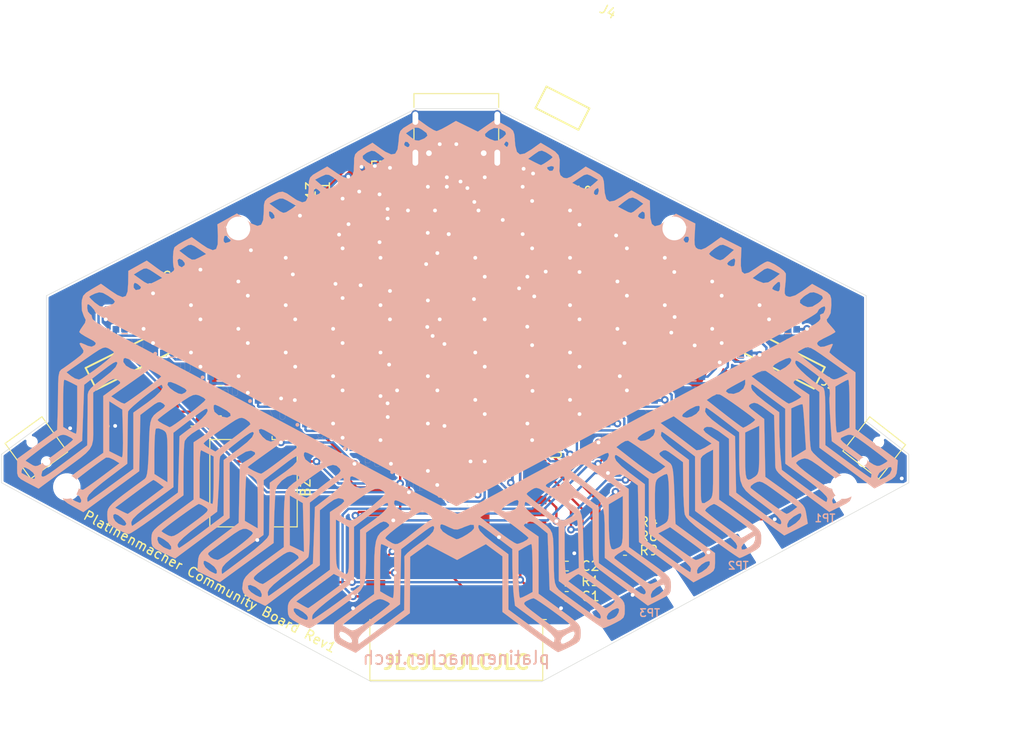
<source format=kicad_pcb>
(kicad_pcb (version 20171130) (host pcbnew 5.1.5+dfsg1-2build2)
  (title_block (title "Platinenmacher Community Board [PCB]") (date 2021-06-21) (rev 1))
  (layers (0 F.Cu signal) (1 In1.Cu power hide) (2 In2.Cu power hide) (31 B.Cu signal) (34 B.Paste user) (35 F.Paste user hide) (36 B.SilkS user) (37 F.SilkS user) (38 B.Mask user hide) (39 F.Mask user hide) (44 Edge.Cuts user))
  (net 0 "")
  (net 1 "Net-(BZ1-Pad1)")
  (net 2 GND)
  (net 3 VCC)
  (net 4 /EN)
  (net 5 +5V)
  (net 6 "Net-(FB1-Pad2)")
  (net 7 /I2C_SDA)
  (net 8 /I2C_SCL)
  (net 9 "Net-(J1-Pad2)")
  (net 10 /RST)
  (net 11 /DC)
  (net 12 /CS)
  (net 13 /CLK)
  (net 14 /DIN)
  (net 15 "Net-(J2-Pad1)")
  (net 16 "Net-(J3-PadB5)")
  (net 17 "Net-(J3-PadA6)")
  (net 18 "Net-(J3-PadA8)")
  (net 19 "Net-(J3-PadA5)")
  (net 20 "Net-(J3-PadB8)")
  (net 21 "Net-(J3-PadA7)")
  (net 22 "Net-(L1-Pad1)")
  (net 23 /CP2104_DTR)
  (net 24 "Net-(Q1-Pad2)")
  (net 25 "Net-(Q1-Pad5)")
  (net 26 /GPIO0)
  (net 27 /CP2104_RTS)
  (net 28 "Net-(R3-Pad1)")
  (net 29 "Net-(R4-Pad2)")
  (net 30 "Net-(R4-Pad1)")
  (net 31 "Net-(R6-Pad2)")
  (net 32 "Net-(R6-Pad1)")
  (net 33 "Net-(R9-Pad2)")
  (net 34 "Net-(R9-Pad1)")
  (net 35 "Net-(R11-Pad2)")
  (net 36 "Net-(R12-Pad1)")
  (net 37 "Net-(U1-Pad36)")
  (net 38 /ESP32_TXD)
  (net 39 /ESP32_RXD)
  (net 40 "Net-(U1-Pad33)")
  (net 41 "Net-(U1-Pad32)")
  (net 42 "Net-(U1-Pad31)")
  (net 43 /LED1/DI)
  (net 44 "Net-(U1-Pad23)")
  (net 45 "Net-(U1-Pad22)")
  (net 46 "Net-(U1-Pad21)")
  (net 47 "Net-(U1-Pad20)")
  (net 48 "Net-(U1-Pad19)")
  (net 49 "Net-(U1-Pad18)")
  (net 50 "Net-(U1-Pad17)")
  (net 51 "Net-(U1-Pad16)")
  (net 52 "Net-(U1-Pad9)")
  (net 53 "Net-(U1-Pad8)")
  (net 54 "Net-(U1-Pad7)")
  (net 55 "Net-(U1-Pad6)")
  (net 56 "Net-(U1-Pad5)")
  (net 57 "Net-(U1-Pad4)")
  (net 58 "Net-(U2-Pad5)")
  (net 59 "Net-(U3-Pad24)")
  (net 60 "Net-(U3-Pad22)")
  (net 61 "Net-(U3-Pad18)")
  (net 62 "Net-(U3-Pad17)")
  (net 63 "Net-(U3-Pad16)")
  (net 64 "Net-(U3-Pad15)")
  (net 65 "Net-(U3-Pad14)")
  (net 66 "Net-(U3-Pad13)")
  (net 67 "Net-(U3-Pad12)")
  (net 68 "Net-(U3-Pad11)")
  (net 69 "Net-(U3-Pad10)")
  (net 70 "Net-(U3-Pad9)")
  (net 71 "Net-(U3-Pad5)")
  (net 72 "Net-(U3-Pad1)")
  (net 73 "Net-(U4-Pad1)")
  (net 74 "Net-(U5-Pad1)")
  (net 75 "Net-(U6-Pad1)")
  (net 76 "Net-(U7-Pad1)")
  (net 77 "Net-(U8-Pad1)")
  (net 78 "Net-(U10-Pad3)")
  (net 79 "Net-(U10-Pad1)")
  (net 80 "Net-(U11-Pad1)")
  (net 81 "Net-(U12-Pad1)")
  (net 82 "Net-(U13-Pad1)")
  (net 83 "Net-(U14-Pad1)")
  (net 84 "Net-(U15-Pad1)")
  (net 85 "Net-(U16-Pad1)")
  (net 86 "Net-(U17-Pad1)")
  (net 87 "Net-(U18-Pad1)")
  (net 88 "Net-(U19-Pad1)")
  (net 89 "Net-(U20-Pad1)")
  (net 90 "Net-(U21-Pad1)")
  (net 91 "Net-(U22-Pad1)")
  (net 92 "Net-(U23-Pad1)")
  (net 93 "Net-(U24-Pad1)")
  (net 94 "Net-(U25-Pad1)")
  (net 95 "Net-(U26-Pad1)")
  (net 96 "Net-(U27-Pad1)")
  (net 97 "Net-(U28-Pad1)")
  (net 98 "Net-(U29-Pad1)")
  (net 99 "Net-(U30-Pad1)")
  (net 100 "Net-(U31-Pad1)")
  (net 101 "Net-(U32-Pad1)")
  (net 102 "Net-(U33-Pad1)")
  (net 103 "Net-(U34-Pad1)")
  (net 104 /LED2/DI)
  (net 105 "Net-(U36-Pad1)")
  (net 106 "Net-(U37-Pad1)")
  (net 107 "Net-(U38-Pad1)")
  (net 108 "Net-(U39-Pad1)")
  (net 109 "Net-(U40-Pad1)")
  (net 110 "Net-(U41-Pad1)")
  (net 111 "Net-(U42-Pad1)")
  (net 112 "Net-(U43-Pad1)")
  (net 113 "Net-(U44-Pad1)")
  (net 114 "Net-(U45-Pad1)")
  (net 115 "Net-(U46-Pad1)")
  (net 116 "Net-(U47-Pad1)")
  (net 117 "Net-(U48-Pad1)")
  (net 118 "Net-(U49-Pad1)")
  (net 119 "Net-(U50-Pad1)")
  (net 120 "Net-(U51-Pad1)")
  (net 121 "Net-(U52-Pad1)")
  (net 122 "Net-(U53-Pad1)")
  (net 123 "Net-(U54-Pad1)")
  (net 124 "Net-(U55-Pad1)")
  (net 125 "Net-(U56-Pad1)")
  (net 126 "Net-(U57-Pad1)")
  (net 127 "Net-(U58-Pad1)")
  (net 128 "Net-(U59-Pad1)")
  (net 129 "Net-(U60-Pad1)")
  (net 130 "Net-(U61-Pad1)")
  (net 131 "Net-(U62-Pad1)")
  (net 132 "Net-(U63-Pad1)")
  (net 133 "Net-(U64-Pad1)")
  (net 134 "Net-(U65-Pad1)")
  (net 135 "Net-(U66-Pad1)")
  (net 136 /LED2/DO)
  (module Buzzer_Beeper:Buzzer_Murata_PKMCS0909E4000-R1 (layer F.Cu) (at 148.6 103.3 270)
    (fp_text reference BZ1 (at 0 -5.5 90) (layer F.SilkS))
    (fp_text value Buzzer)
    (pad 2 smd rect (at 4.35 0 270) (size 1.3 3.4) (layers F.Cu F.Paste F.Mask) (net 2 GND))
    (pad 1 smd rect (at -4.35 0 270) (size 1.3 3.4) (layers F.Cu F.Paste F.Mask) (net 1 "Net-(BZ1-Pad1)"))
  )
  (module PCB:PinHeader_1x02_P2.54mm_Horizontal_SMD (layer F.Cu) (at 181.2 63.7 333)
    (fp_text reference J4 (at -0.365 -11.285 153) (layer F.SilkS))
    (fp_text value Conn_01x02)
    (pad 1 smd rect (at -1.27 5.28 333) (size 1.27 3.18) (layers F.Cu F.Paste F.Mask) (net 2 GND))
    (pad 2 smd rect (at 1.27 5.28 333) (size 1.27 3.18) (layers F.Cu F.Paste F.Mask) (net 5 +5V))
  )
  (module PCB:LED_WS2812-2020 (layer B.Cu) (at 175 76.5)
    (fp_text reference U54 (at 1.17686 2.09129) (layer B.SilkS) (effects (font (size 1.00011 1.00011) (thickness 0.015)) (justify mirror)))
    (fp_text value WS2812-2020)
    (pad 3 smd rect (at 0.915 -0.55) (size 0.7 0.7) (layers B.Cu B.Paste B.Mask) (net 122 "Net-(U53-Pad1)"))
    (pad 4 smd rect (at 0.915 0.55) (size 0.7 0.7) (layers B.Cu B.Paste B.Mask) (net 5 +5V))
    (pad 1 smd rect (at -0.915 0.55) (size 0.7 0.7) (layers B.Cu B.Paste B.Mask) (net 123 "Net-(U54-Pad1)"))
    (pad 2 smd rect (at -0.915 -0.55) (size 0.7 0.7) (layers B.Cu B.Paste B.Mask) (net 2 GND))
  )
  (module PCB:LED_WS2812-2020 (layer B.Cu) (at 170 74)
    (fp_text reference U53 (at 1.17686 2.09129) (layer B.SilkS) (effects (font (size 1.00011 1.00011) (thickness 0.015)) (justify mirror)))
    (fp_text value WS2812-2020)
    (pad 3 smd rect (at 0.915 -0.55) (size 0.7 0.7) (layers B.Cu B.Paste B.Mask) (net 121 "Net-(U52-Pad1)"))
    (pad 4 smd rect (at 0.915 0.55) (size 0.7 0.7) (layers B.Cu B.Paste B.Mask) (net 5 +5V))
    (pad 1 smd rect (at -0.915 0.55) (size 0.7 0.7) (layers B.Cu B.Paste B.Mask) (net 122 "Net-(U53-Pad1)"))
    (pad 2 smd rect (at -0.915 -0.55) (size 0.7 0.7) (layers B.Cu B.Paste B.Mask) (net 2 GND))
  )
  (module PCB:LED_WS2812-2020 (layer B.Cu) (at 165 71.5)
    (fp_text reference U52 (at 1.17686 2.09129) (layer B.SilkS) (effects (font (size 1.00011 1.00011) (thickness 0.015)) (justify mirror)))
    (fp_text value WS2812-2020)
    (pad 3 smd rect (at 0.915 -0.55) (size 0.7 0.7) (layers B.Cu B.Paste B.Mask) (net 120 "Net-(U51-Pad1)"))
    (pad 4 smd rect (at 0.915 0.55) (size 0.7 0.7) (layers B.Cu B.Paste B.Mask) (net 5 +5V))
    (pad 1 smd rect (at -0.915 0.55) (size 0.7 0.7) (layers B.Cu B.Paste B.Mask) (net 121 "Net-(U52-Pad1)"))
    (pad 2 smd rect (at -0.915 -0.55) (size 0.7 0.7) (layers B.Cu B.Paste B.Mask) (net 2 GND))
  )
  (module PCB:LED_WS2812-2020 (layer B.Cu) (at 195 91.5)
    (fp_text reference U51 (at 1.17686 2.09129) (layer B.SilkS) (effects (font (size 1.00011 1.00011) (thickness 0.015)) (justify mirror)))
    (fp_text value WS2812-2020)
    (pad 3 smd rect (at 0.915 -0.55) (size 0.7 0.7) (layers B.Cu B.Paste B.Mask) (net 119 "Net-(U50-Pad1)"))
    (pad 4 smd rect (at 0.915 0.55) (size 0.7 0.7) (layers B.Cu B.Paste B.Mask) (net 5 +5V))
    (pad 1 smd rect (at -0.915 0.55) (size 0.7 0.7) (layers B.Cu B.Paste B.Mask) (net 120 "Net-(U51-Pad1)"))
    (pad 2 smd rect (at -0.915 -0.55) (size 0.7 0.7) (layers B.Cu B.Paste B.Mask) (net 2 GND))
  )
  (module PCB:LED_WS2812-2020 (layer B.Cu) (at 190 89)
    (fp_text reference U50 (at 1.17686 2.09129) (layer B.SilkS) (effects (font (size 1.00011 1.00011) (thickness 0.015)) (justify mirror)))
    (fp_text value WS2812-2020)
    (pad 3 smd rect (at 0.915 -0.55) (size 0.7 0.7) (layers B.Cu B.Paste B.Mask) (net 118 "Net-(U49-Pad1)"))
    (pad 4 smd rect (at 0.915 0.55) (size 0.7 0.7) (layers B.Cu B.Paste B.Mask) (net 5 +5V))
    (pad 1 smd rect (at -0.915 0.55) (size 0.7 0.7) (layers B.Cu B.Paste B.Mask) (net 119 "Net-(U50-Pad1)"))
    (pad 2 smd rect (at -0.915 -0.55) (size 0.7 0.7) (layers B.Cu B.Paste B.Mask) (net 2 GND))
  )
  (module PCB:LED_WS2812-2020 (layer B.Cu) (at 185 86.5)
    (fp_text reference U49 (at 1.17686 2.09129) (layer B.SilkS) (effects (font (size 1.00011 1.00011) (thickness 0.015)) (justify mirror)))
    (fp_text value WS2812-2020)
    (pad 3 smd rect (at 0.915 -0.55) (size 0.7 0.7) (layers B.Cu B.Paste B.Mask) (net 117 "Net-(U48-Pad1)"))
    (pad 4 smd rect (at 0.915 0.55) (size 0.7 0.7) (layers B.Cu B.Paste B.Mask) (net 5 +5V))
    (pad 1 smd rect (at -0.915 0.55) (size 0.7 0.7) (layers B.Cu B.Paste B.Mask) (net 118 "Net-(U49-Pad1)"))
    (pad 2 smd rect (at -0.915 -0.55) (size 0.7 0.7) (layers B.Cu B.Paste B.Mask) (net 2 GND))
  )
  (module PCB:LED_WS2812-2020 (layer B.Cu) (at 180 84)
    (fp_text reference U48 (at 1.17686 2.09129) (layer B.SilkS) (effects (font (size 1.00011 1.00011) (thickness 0.015)) (justify mirror)))
    (fp_text value WS2812-2020)
    (pad 3 smd rect (at 0.915 -0.55) (size 0.7 0.7) (layers B.Cu B.Paste B.Mask) (net 116 "Net-(U47-Pad1)"))
    (pad 4 smd rect (at 0.915 0.55) (size 0.7 0.7) (layers B.Cu B.Paste B.Mask) (net 5 +5V))
    (pad 1 smd rect (at -0.915 0.55) (size 0.7 0.7) (layers B.Cu B.Paste B.Mask) (net 117 "Net-(U48-Pad1)"))
    (pad 2 smd rect (at -0.915 -0.55) (size 0.7 0.7) (layers B.Cu B.Paste B.Mask) (net 2 GND))
  )
  (module PCB:LED_WS2812-2020 (layer B.Cu) (at 175 81.5)
    (fp_text reference U47 (at 1.17686 2.09129) (layer B.SilkS) (effects (font (size 1.00011 1.00011) (thickness 0.015)) (justify mirror)))
    (fp_text value WS2812-2020)
    (pad 3 smd rect (at 0.915 -0.55) (size 0.7 0.7) (layers B.Cu B.Paste B.Mask) (net 115 "Net-(U46-Pad1)"))
    (pad 4 smd rect (at 0.915 0.55) (size 0.7 0.7) (layers B.Cu B.Paste B.Mask) (net 5 +5V))
    (pad 1 smd rect (at -0.915 0.55) (size 0.7 0.7) (layers B.Cu B.Paste B.Mask) (net 116 "Net-(U47-Pad1)"))
    (pad 2 smd rect (at -0.915 -0.55) (size 0.7 0.7) (layers B.Cu B.Paste B.Mask) (net 2 GND))
  )
  (module PCB:LED_WS2812-2020 (layer B.Cu) (at 170 79)
    (fp_text reference U46 (at 1.17686 2.09129) (layer B.SilkS) (effects (font (size 1.00011 1.00011) (thickness 0.015)) (justify mirror)))
    (fp_text value WS2812-2020)
    (pad 3 smd rect (at 0.915 -0.55) (size 0.7 0.7) (layers B.Cu B.Paste B.Mask) (net 114 "Net-(U45-Pad1)"))
    (pad 4 smd rect (at 0.915 0.55) (size 0.7 0.7) (layers B.Cu B.Paste B.Mask) (net 5 +5V))
    (pad 1 smd rect (at -0.915 0.55) (size 0.7 0.7) (layers B.Cu B.Paste B.Mask) (net 115 "Net-(U46-Pad1)"))
    (pad 2 smd rect (at -0.915 -0.55) (size 0.7 0.7) (layers B.Cu B.Paste B.Mask) (net 2 GND))
  )
  (module PCB:LED_WS2812-2020 (layer B.Cu) (at 165 76.5)
    (fp_text reference U45 (at 1.17686 2.09129) (layer B.SilkS) (effects (font (size 1.00011 1.00011) (thickness 0.015)) (justify mirror)))
    (fp_text value WS2812-2020)
    (pad 3 smd rect (at 0.915 -0.55) (size 0.7 0.7) (layers B.Cu B.Paste B.Mask) (net 113 "Net-(U44-Pad1)"))
    (pad 4 smd rect (at 0.915 0.55) (size 0.7 0.7) (layers B.Cu B.Paste B.Mask) (net 5 +5V))
    (pad 1 smd rect (at -0.915 0.55) (size 0.7 0.7) (layers B.Cu B.Paste B.Mask) (net 114 "Net-(U45-Pad1)"))
    (pad 2 smd rect (at -0.915 -0.55) (size 0.7 0.7) (layers B.Cu B.Paste B.Mask) (net 2 GND))
  )
  (module PCB:LED_WS2812-2020 (layer B.Cu) (at 160 74)
    (fp_text reference U44 (at 1.17686 2.09129) (layer B.SilkS) (effects (font (size 1.00011 1.00011) (thickness 0.015)) (justify mirror)))
    (fp_text value WS2812-2020)
    (pad 3 smd rect (at 0.915 -0.55) (size 0.7 0.7) (layers B.Cu B.Paste B.Mask) (net 112 "Net-(U43-Pad1)"))
    (pad 4 smd rect (at 0.915 0.55) (size 0.7 0.7) (layers B.Cu B.Paste B.Mask) (net 5 +5V))
    (pad 1 smd rect (at -0.915 0.55) (size 0.7 0.7) (layers B.Cu B.Paste B.Mask) (net 113 "Net-(U44-Pad1)"))
    (pad 2 smd rect (at -0.915 -0.55) (size 0.7 0.7) (layers B.Cu B.Paste B.Mask) (net 2 GND))
  )
  (module PCB:LED_WS2812-2020 (layer B.Cu) (at 190 94)
    (fp_text reference U43 (at 1.17686 2.09129) (layer B.SilkS) (effects (font (size 1.00011 1.00011) (thickness 0.015)) (justify mirror)))
    (fp_text value WS2812-2020)
    (pad 3 smd rect (at 0.915 -0.55) (size 0.7 0.7) (layers B.Cu B.Paste B.Mask) (net 111 "Net-(U42-Pad1)"))
    (pad 4 smd rect (at 0.915 0.55) (size 0.7 0.7) (layers B.Cu B.Paste B.Mask) (net 5 +5V))
    (pad 1 smd rect (at -0.915 0.55) (size 0.7 0.7) (layers B.Cu B.Paste B.Mask) (net 112 "Net-(U43-Pad1)"))
    (pad 2 smd rect (at -0.915 -0.55) (size 0.7 0.7) (layers B.Cu B.Paste B.Mask) (net 2 GND))
  )
  (module PCB:LED_WS2812-2020 (layer B.Cu) (at 185 91.5)
    (fp_text reference U42 (at 1.17686 2.09129) (layer B.SilkS) (effects (font (size 1.00011 1.00011) (thickness 0.015)) (justify mirror)))
    (fp_text value WS2812-2020)
    (pad 3 smd rect (at 0.915 -0.55) (size 0.7 0.7) (layers B.Cu B.Paste B.Mask) (net 110 "Net-(U41-Pad1)"))
    (pad 4 smd rect (at 0.915 0.55) (size 0.7 0.7) (layers B.Cu B.Paste B.Mask) (net 5 +5V))
    (pad 1 smd rect (at -0.915 0.55) (size 0.7 0.7) (layers B.Cu B.Paste B.Mask) (net 111 "Net-(U42-Pad1)"))
    (pad 2 smd rect (at -0.915 -0.55) (size 0.7 0.7) (layers B.Cu B.Paste B.Mask) (net 2 GND))
  )
  (module PCB:LED_WS2812-2020 (layer B.Cu) (at 180 89)
    (fp_text reference U41 (at 1.17686 2.09129) (layer B.SilkS) (effects (font (size 1.00011 1.00011) (thickness 0.015)) (justify mirror)))
    (fp_text value WS2812-2020)
    (pad 3 smd rect (at 0.915 -0.55) (size 0.7 0.7) (layers B.Cu B.Paste B.Mask) (net 109 "Net-(U40-Pad1)"))
    (pad 4 smd rect (at 0.915 0.55) (size 0.7 0.7) (layers B.Cu B.Paste B.Mask) (net 5 +5V))
    (pad 1 smd rect (at -0.915 0.55) (size 0.7 0.7) (layers B.Cu B.Paste B.Mask) (net 110 "Net-(U41-Pad1)"))
    (pad 2 smd rect (at -0.915 -0.55) (size 0.7 0.7) (layers B.Cu B.Paste B.Mask) (net 2 GND))
  )
  (module PCB:LED_WS2812-2020 (layer B.Cu) (at 175 86.5)
    (fp_text reference U40 (at 1.17686 2.09129) (layer B.SilkS) (effects (font (size 1.00011 1.00011) (thickness 0.015)) (justify mirror)))
    (fp_text value WS2812-2020)
    (pad 3 smd rect (at 0.915 -0.55) (size 0.7 0.7) (layers B.Cu B.Paste B.Mask) (net 108 "Net-(U39-Pad1)"))
    (pad 4 smd rect (at 0.915 0.55) (size 0.7 0.7) (layers B.Cu B.Paste B.Mask) (net 5 +5V))
    (pad 1 smd rect (at -0.915 0.55) (size 0.7 0.7) (layers B.Cu B.Paste B.Mask) (net 109 "Net-(U40-Pad1)"))
    (pad 2 smd rect (at -0.915 -0.55) (size 0.7 0.7) (layers B.Cu B.Paste B.Mask) (net 2 GND))
  )
  (module PCB:LED_WS2812-2020 (layer B.Cu) (at 170 84)
    (fp_text reference U39 (at 1.17686 2.09129) (layer B.SilkS) (effects (font (size 1.00011 1.00011) (thickness 0.015)) (justify mirror)))
    (fp_text value WS2812-2020)
    (pad 3 smd rect (at 0.915 -0.55) (size 0.7 0.7) (layers B.Cu B.Paste B.Mask) (net 107 "Net-(U38-Pad1)"))
    (pad 4 smd rect (at 0.915 0.55) (size 0.7 0.7) (layers B.Cu B.Paste B.Mask) (net 5 +5V))
    (pad 1 smd rect (at -0.915 0.55) (size 0.7 0.7) (layers B.Cu B.Paste B.Mask) (net 108 "Net-(U39-Pad1)"))
    (pad 2 smd rect (at -0.915 -0.55) (size 0.7 0.7) (layers B.Cu B.Paste B.Mask) (net 2 GND))
  )
  (module PCB:LED_WS2812-2020 (layer B.Cu) (at 165 81.5)
    (fp_text reference U38 (at 1.17686 2.09129) (layer B.SilkS) (effects (font (size 1.00011 1.00011) (thickness 0.015)) (justify mirror)))
    (fp_text value WS2812-2020)
    (pad 3 smd rect (at 0.915 -0.55) (size 0.7 0.7) (layers B.Cu B.Paste B.Mask) (net 106 "Net-(U37-Pad1)"))
    (pad 4 smd rect (at 0.915 0.55) (size 0.7 0.7) (layers B.Cu B.Paste B.Mask) (net 5 +5V))
    (pad 1 smd rect (at -0.915 0.55) (size 0.7 0.7) (layers B.Cu B.Paste B.Mask) (net 107 "Net-(U38-Pad1)"))
    (pad 2 smd rect (at -0.915 -0.55) (size 0.7 0.7) (layers B.Cu B.Paste B.Mask) (net 2 GND))
  )
  (module PCB:LED_WS2812-2020 (layer B.Cu) (at 160 79)
    (fp_text reference U37 (at 1.17686 2.09129) (layer B.SilkS) (effects (font (size 1.00011 1.00011) (thickness 0.015)) (justify mirror)))
    (fp_text value WS2812-2020)
    (pad 3 smd rect (at 0.915 -0.55) (size 0.7 0.7) (layers B.Cu B.Paste B.Mask) (net 105 "Net-(U36-Pad1)"))
    (pad 4 smd rect (at 0.915 0.55) (size 0.7 0.7) (layers B.Cu B.Paste B.Mask) (net 5 +5V))
    (pad 1 smd rect (at -0.915 0.55) (size 0.7 0.7) (layers B.Cu B.Paste B.Mask) (net 106 "Net-(U37-Pad1)"))
    (pad 2 smd rect (at -0.915 -0.55) (size 0.7 0.7) (layers B.Cu B.Paste B.Mask) (net 2 GND))
  )
  (module PCB:LED_WS2812-2020 (layer B.Cu) (at 155 76.5)
    (fp_text reference U36 (at 1.17686 2.09129) (layer B.SilkS) (effects (font (size 1.00011 1.00011) (thickness 0.015)) (justify mirror)))
    (fp_text value WS2812-2020)
    (pad 3 smd rect (at 0.915 -0.55) (size 0.7 0.7) (layers B.Cu B.Paste B.Mask) (net 104 /LED2/DI))
    (pad 4 smd rect (at 0.915 0.55) (size 0.7 0.7) (layers B.Cu B.Paste B.Mask) (net 5 +5V))
    (pad 1 smd rect (at -0.915 0.55) (size 0.7 0.7) (layers B.Cu B.Paste B.Mask) (net 105 "Net-(U36-Pad1)"))
    (pad 2 smd rect (at -0.915 -0.55) (size 0.7 0.7) (layers B.Cu B.Paste B.Mask) (net 2 GND))
  )
  (module PCB:LED_WS2812-2020 (layer B.Cu) (at 185 96.5)
    (fp_text reference U35 (at 1.17686 2.09129) (layer B.SilkS) (effects (font (size 1.00011 1.00011) (thickness 0.015)) (justify mirror)))
    (fp_text value WS2812-2020)
    (pad 3 smd rect (at 0.915 -0.55) (size 0.7 0.7) (layers B.Cu B.Paste B.Mask) (net 103 "Net-(U34-Pad1)"))
    (pad 4 smd rect (at 0.915 0.55) (size 0.7 0.7) (layers B.Cu B.Paste B.Mask) (net 5 +5V))
    (pad 1 smd rect (at -0.915 0.55) (size 0.7 0.7) (layers B.Cu B.Paste B.Mask) (net 104 /LED2/DI))
    (pad 2 smd rect (at -0.915 -0.55) (size 0.7 0.7) (layers B.Cu B.Paste B.Mask) (net 2 GND))
  )
  (module PCB:LED_WS2812-2020 (layer B.Cu) (at 180 94)
    (fp_text reference U34 (at 1.17686 2.09129) (layer B.SilkS) (effects (font (size 1.00011 1.00011) (thickness 0.015)) (justify mirror)))
    (fp_text value WS2812-2020)
    (pad 3 smd rect (at 0.915 -0.55) (size 0.7 0.7) (layers B.Cu B.Paste B.Mask) (net 102 "Net-(U33-Pad1)"))
    (pad 4 smd rect (at 0.915 0.55) (size 0.7 0.7) (layers B.Cu B.Paste B.Mask) (net 5 +5V))
    (pad 1 smd rect (at -0.915 0.55) (size 0.7 0.7) (layers B.Cu B.Paste B.Mask) (net 103 "Net-(U34-Pad1)"))
    (pad 2 smd rect (at -0.915 -0.55) (size 0.7 0.7) (layers B.Cu B.Paste B.Mask) (net 2 GND))
  )
  (module PCB:LED_WS2812-2020 (layer B.Cu) (at 175 91.5)
    (fp_text reference U33 (at 1.17686 2.09129) (layer B.SilkS) (effects (font (size 1.00011 1.00011) (thickness 0.015)) (justify mirror)))
    (fp_text value WS2812-2020)
    (pad 3 smd rect (at 0.915 -0.55) (size 0.7 0.7) (layers B.Cu B.Paste B.Mask) (net 101 "Net-(U32-Pad1)"))
    (pad 4 smd rect (at 0.915 0.55) (size 0.7 0.7) (layers B.Cu B.Paste B.Mask) (net 5 +5V))
    (pad 1 smd rect (at -0.915 0.55) (size 0.7 0.7) (layers B.Cu B.Paste B.Mask) (net 102 "Net-(U33-Pad1)"))
    (pad 2 smd rect (at -0.915 -0.55) (size 0.7 0.7) (layers B.Cu B.Paste B.Mask) (net 2 GND))
  )
  (module PCB:LED_WS2812-2020 (layer B.Cu) (at 170 89)
    (fp_text reference U32 (at 1.17686 2.09129) (layer B.SilkS) (effects (font (size 1.00011 1.00011) (thickness 0.015)) (justify mirror)))
    (fp_text value WS2812-2020)
    (pad 3 smd rect (at 0.915 -0.55) (size 0.7 0.7) (layers B.Cu B.Paste B.Mask) (net 100 "Net-(U31-Pad1)"))
    (pad 4 smd rect (at 0.915 0.55) (size 0.7 0.7) (layers B.Cu B.Paste B.Mask) (net 5 +5V))
    (pad 1 smd rect (at -0.915 0.55) (size 0.7 0.7) (layers B.Cu B.Paste B.Mask) (net 101 "Net-(U32-Pad1)"))
    (pad 2 smd rect (at -0.915 -0.55) (size 0.7 0.7) (layers B.Cu B.Paste B.Mask) (net 2 GND))
  )
  (module PCB:LED_WS2812-2020 (layer B.Cu) (at 165 86.5)
    (fp_text reference U31 (at 1.17686 2.09129) (layer B.SilkS) (effects (font (size 1.00011 1.00011) (thickness 0.015)) (justify mirror)))
    (fp_text value WS2812-2020)
    (pad 3 smd rect (at 0.915 -0.55) (size 0.7 0.7) (layers B.Cu B.Paste B.Mask) (net 99 "Net-(U30-Pad1)"))
    (pad 4 smd rect (at 0.915 0.55) (size 0.7 0.7) (layers B.Cu B.Paste B.Mask) (net 5 +5V))
    (pad 1 smd rect (at -0.915 0.55) (size 0.7 0.7) (layers B.Cu B.Paste B.Mask) (net 100 "Net-(U31-Pad1)"))
    (pad 2 smd rect (at -0.915 -0.55) (size 0.7 0.7) (layers B.Cu B.Paste B.Mask) (net 2 GND))
  )
  (module PCB:LED_WS2812-2020 (layer B.Cu) (at 160 84)
    (fp_text reference U30 (at 1.17686 2.09129) (layer B.SilkS) (effects (font (size 1.00011 1.00011) (thickness 0.015)) (justify mirror)))
    (fp_text value WS2812-2020)
    (pad 3 smd rect (at 0.915 -0.55) (size 0.7 0.7) (layers B.Cu B.Paste B.Mask) (net 98 "Net-(U29-Pad1)"))
    (pad 4 smd rect (at 0.915 0.55) (size 0.7 0.7) (layers B.Cu B.Paste B.Mask) (net 5 +5V))
    (pad 1 smd rect (at -0.915 0.55) (size 0.7 0.7) (layers B.Cu B.Paste B.Mask) (net 99 "Net-(U30-Pad1)"))
    (pad 2 smd rect (at -0.915 -0.55) (size 0.7 0.7) (layers B.Cu B.Paste B.Mask) (net 2 GND))
  )
  (module PCB:LED_WS2812-2020 (layer B.Cu) (at 155 81.5)
    (fp_text reference U29 (at 1.17686 2.09129) (layer B.SilkS) (effects (font (size 1.00011 1.00011) (thickness 0.015)) (justify mirror)))
    (fp_text value WS2812-2020)
    (pad 3 smd rect (at 0.915 -0.55) (size 0.7 0.7) (layers B.Cu B.Paste B.Mask) (net 97 "Net-(U28-Pad1)"))
    (pad 4 smd rect (at 0.915 0.55) (size 0.7 0.7) (layers B.Cu B.Paste B.Mask) (net 5 +5V))
    (pad 1 smd rect (at -0.915 0.55) (size 0.7 0.7) (layers B.Cu B.Paste B.Mask) (net 98 "Net-(U29-Pad1)"))
    (pad 2 smd rect (at -0.915 -0.55) (size 0.7 0.7) (layers B.Cu B.Paste B.Mask) (net 2 GND))
  )
  (module PCB:LED_WS2812-2020 (layer B.Cu) (at 150 79)
    (fp_text reference U28 (at 1.17686 2.09129) (layer B.SilkS) (effects (font (size 1.00011 1.00011) (thickness 0.015)) (justify mirror)))
    (fp_text value WS2812-2020)
    (pad 3 smd rect (at 0.915 -0.55) (size 0.7 0.7) (layers B.Cu B.Paste B.Mask) (net 96 "Net-(U27-Pad1)"))
    (pad 4 smd rect (at 0.915 0.55) (size 0.7 0.7) (layers B.Cu B.Paste B.Mask) (net 5 +5V))
    (pad 1 smd rect (at -0.915 0.55) (size 0.7 0.7) (layers B.Cu B.Paste B.Mask) (net 97 "Net-(U28-Pad1)"))
    (pad 2 smd rect (at -0.915 -0.55) (size 0.7 0.7) (layers B.Cu B.Paste B.Mask) (net 2 GND))
  )
  (module PCB:LED_WS2812-2020 (layer B.Cu) (at 180 99)
    (fp_text reference U27 (at 1.17686 2.09129) (layer B.SilkS) (effects (font (size 1.00011 1.00011) (thickness 0.015)) (justify mirror)))
    (fp_text value WS2812-2020)
    (pad 3 smd rect (at 0.915 -0.55) (size 0.7 0.7) (layers B.Cu B.Paste B.Mask) (net 95 "Net-(U26-Pad1)"))
    (pad 4 smd rect (at 0.915 0.55) (size 0.7 0.7) (layers B.Cu B.Paste B.Mask) (net 5 +5V))
    (pad 1 smd rect (at -0.915 0.55) (size 0.7 0.7) (layers B.Cu B.Paste B.Mask) (net 96 "Net-(U27-Pad1)"))
    (pad 2 smd rect (at -0.915 -0.55) (size 0.7 0.7) (layers B.Cu B.Paste B.Mask) (net 2 GND))
  )
  (module PCB:LED_WS2812-2020 (layer B.Cu) (at 175 96.5)
    (fp_text reference U26 (at 1.17686 2.09129) (layer B.SilkS) (effects (font (size 1.00011 1.00011) (thickness 0.015)) (justify mirror)))
    (fp_text value WS2812-2020)
    (pad 3 smd rect (at 0.915 -0.55) (size 0.7 0.7) (layers B.Cu B.Paste B.Mask) (net 94 "Net-(U25-Pad1)"))
    (pad 4 smd rect (at 0.915 0.55) (size 0.7 0.7) (layers B.Cu B.Paste B.Mask) (net 5 +5V))
    (pad 1 smd rect (at -0.915 0.55) (size 0.7 0.7) (layers B.Cu B.Paste B.Mask) (net 95 "Net-(U26-Pad1)"))
    (pad 2 smd rect (at -0.915 -0.55) (size 0.7 0.7) (layers B.Cu B.Paste B.Mask) (net 2 GND))
  )
  (module PCB:LED_WS2812-2020 (layer B.Cu) (at 170 94)
    (fp_text reference U25 (at 1.17686 2.09129) (layer B.SilkS) (effects (font (size 1.00011 1.00011) (thickness 0.015)) (justify mirror)))
    (fp_text value WS2812-2020)
    (pad 3 smd rect (at 0.915 -0.55) (size 0.7 0.7) (layers B.Cu B.Paste B.Mask) (net 93 "Net-(U24-Pad1)"))
    (pad 4 smd rect (at 0.915 0.55) (size 0.7 0.7) (layers B.Cu B.Paste B.Mask) (net 5 +5V))
    (pad 1 smd rect (at -0.915 0.55) (size 0.7 0.7) (layers B.Cu B.Paste B.Mask) (net 94 "Net-(U25-Pad1)"))
    (pad 2 smd rect (at -0.915 -0.55) (size 0.7 0.7) (layers B.Cu B.Paste B.Mask) (net 2 GND))
  )
  (module PCB:LED_WS2812-2020 (layer B.Cu) (at 165 91.5)
    (fp_text reference U24 (at 1.17686 2.09129) (layer B.SilkS) (effects (font (size 1.00011 1.00011) (thickness 0.015)) (justify mirror)))
    (fp_text value WS2812-2020)
    (pad 3 smd rect (at 0.915 -0.55) (size 0.7 0.7) (layers B.Cu B.Paste B.Mask) (net 92 "Net-(U23-Pad1)"))
    (pad 4 smd rect (at 0.915 0.55) (size 0.7 0.7) (layers B.Cu B.Paste B.Mask) (net 5 +5V))
    (pad 1 smd rect (at -0.915 0.55) (size 0.7 0.7) (layers B.Cu B.Paste B.Mask) (net 93 "Net-(U24-Pad1)"))
    (pad 2 smd rect (at -0.915 -0.55) (size 0.7 0.7) (layers B.Cu B.Paste B.Mask) (net 2 GND))
  )
  (module PCB:LED_WS2812-2020 (layer B.Cu) (at 160 89)
    (fp_text reference U23 (at 1.17686 2.09129) (layer B.SilkS) (effects (font (size 1.00011 1.00011) (thickness 0.015)) (justify mirror)))
    (fp_text value WS2812-2020)
    (pad 3 smd rect (at 0.915 -0.55) (size 0.7 0.7) (layers B.Cu B.Paste B.Mask) (net 91 "Net-(U22-Pad1)"))
    (pad 4 smd rect (at 0.915 0.55) (size 0.7 0.7) (layers B.Cu B.Paste B.Mask) (net 5 +5V))
    (pad 1 smd rect (at -0.915 0.55) (size 0.7 0.7) (layers B.Cu B.Paste B.Mask) (net 92 "Net-(U23-Pad1)"))
    (pad 2 smd rect (at -0.915 -0.55) (size 0.7 0.7) (layers B.Cu B.Paste B.Mask) (net 2 GND))
  )
  (module PCB:LED_WS2812-2020 (layer B.Cu) (at 155 86.5)
    (fp_text reference U22 (at 1.17686 2.09129) (layer B.SilkS) (effects (font (size 1.00011 1.00011) (thickness 0.015)) (justify mirror)))
    (fp_text value WS2812-2020)
    (pad 3 smd rect (at 0.915 -0.55) (size 0.7 0.7) (layers B.Cu B.Paste B.Mask) (net 90 "Net-(U21-Pad1)"))
    (pad 4 smd rect (at 0.915 0.55) (size 0.7 0.7) (layers B.Cu B.Paste B.Mask) (net 5 +5V))
    (pad 1 smd rect (at -0.915 0.55) (size 0.7 0.7) (layers B.Cu B.Paste B.Mask) (net 91 "Net-(U22-Pad1)"))
    (pad 2 smd rect (at -0.915 -0.55) (size 0.7 0.7) (layers B.Cu B.Paste B.Mask) (net 2 GND))
  )
  (module PCB:LED_WS2812-2020 (layer B.Cu) (at 150 84)
    (fp_text reference U21 (at 1.17686 2.09129) (layer B.SilkS) (effects (font (size 1.00011 1.00011) (thickness 0.015)) (justify mirror)))
    (fp_text value WS2812-2020)
    (pad 3 smd rect (at 0.915 -0.55) (size 0.7 0.7) (layers B.Cu B.Paste B.Mask) (net 89 "Net-(U20-Pad1)"))
    (pad 4 smd rect (at 0.915 0.55) (size 0.7 0.7) (layers B.Cu B.Paste B.Mask) (net 5 +5V))
    (pad 1 smd rect (at -0.915 0.55) (size 0.7 0.7) (layers B.Cu B.Paste B.Mask) (net 90 "Net-(U21-Pad1)"))
    (pad 2 smd rect (at -0.915 -0.55) (size 0.7 0.7) (layers B.Cu B.Paste B.Mask) (net 2 GND))
  )
  (module PCB:LED_WS2812-2020 (layer B.Cu) (at 145 81.5)
    (fp_text reference U20 (at 1.17686 2.09129) (layer B.SilkS) (effects (font (size 1.00011 1.00011) (thickness 0.015)) (justify mirror)))
    (fp_text value WS2812-2020)
    (pad 3 smd rect (at 0.915 -0.55) (size 0.7 0.7) (layers B.Cu B.Paste B.Mask) (net 88 "Net-(U19-Pad1)"))
    (pad 4 smd rect (at 0.915 0.55) (size 0.7 0.7) (layers B.Cu B.Paste B.Mask) (net 5 +5V))
    (pad 1 smd rect (at -0.915 0.55) (size 0.7 0.7) (layers B.Cu B.Paste B.Mask) (net 89 "Net-(U20-Pad1)"))
    (pad 2 smd rect (at -0.915 -0.55) (size 0.7 0.7) (layers B.Cu B.Paste B.Mask) (net 2 GND))
  )
  (module PCB:LED_WS2812-2020 (layer B.Cu) (at 175 101.5)
    (fp_text reference U19 (at 1.17686 2.09129) (layer B.SilkS) (effects (font (size 1.00011 1.00011) (thickness 0.015)) (justify mirror)))
    (fp_text value WS2812-2020)
    (pad 3 smd rect (at 0.915 -0.55) (size 0.7 0.7) (layers B.Cu B.Paste B.Mask) (net 87 "Net-(U18-Pad1)"))
    (pad 4 smd rect (at 0.915 0.55) (size 0.7 0.7) (layers B.Cu B.Paste B.Mask) (net 5 +5V))
    (pad 1 smd rect (at -0.915 0.55) (size 0.7 0.7) (layers B.Cu B.Paste B.Mask) (net 88 "Net-(U19-Pad1)"))
    (pad 2 smd rect (at -0.915 -0.55) (size 0.7 0.7) (layers B.Cu B.Paste B.Mask) (net 2 GND))
  )
  (module PCB:LED_WS2812-2020 (layer B.Cu) (at 170 99)
    (fp_text reference U18 (at 1.17686 2.09129) (layer B.SilkS) (effects (font (size 1.00011 1.00011) (thickness 0.015)) (justify mirror)))
    (fp_text value WS2812-2020)
    (pad 3 smd rect (at 0.915 -0.55) (size 0.7 0.7) (layers B.Cu B.Paste B.Mask) (net 86 "Net-(U17-Pad1)"))
    (pad 4 smd rect (at 0.915 0.55) (size 0.7 0.7) (layers B.Cu B.Paste B.Mask) (net 5 +5V))
    (pad 1 smd rect (at -0.915 0.55) (size 0.7 0.7) (layers B.Cu B.Paste B.Mask) (net 87 "Net-(U18-Pad1)"))
    (pad 2 smd rect (at -0.915 -0.55) (size 0.7 0.7) (layers B.Cu B.Paste B.Mask) (net 2 GND))
  )
  (module PCB:LED_WS2812-2020 (layer B.Cu) (at 165 96.5)
    (fp_text reference U17 (at 1.17686 2.09129) (layer B.SilkS) (effects (font (size 1.00011 1.00011) (thickness 0.015)) (justify mirror)))
    (fp_text value WS2812-2020)
    (pad 3 smd rect (at 0.915 -0.55) (size 0.7 0.7) (layers B.Cu B.Paste B.Mask) (net 85 "Net-(U16-Pad1)"))
    (pad 4 smd rect (at 0.915 0.55) (size 0.7 0.7) (layers B.Cu B.Paste B.Mask) (net 5 +5V))
    (pad 1 smd rect (at -0.915 0.55) (size 0.7 0.7) (layers B.Cu B.Paste B.Mask) (net 86 "Net-(U17-Pad1)"))
    (pad 2 smd rect (at -0.915 -0.55) (size 0.7 0.7) (layers B.Cu B.Paste B.Mask) (net 2 GND))
  )
  (module PCB:LED_WS2812-2020 (layer B.Cu) (at 160 94)
    (fp_text reference U16 (at 1.17686 2.09129) (layer B.SilkS) (effects (font (size 1.00011 1.00011) (thickness 0.015)) (justify mirror)))
    (fp_text value WS2812-2020)
    (pad 3 smd rect (at 0.915 -0.55) (size 0.7 0.7) (layers B.Cu B.Paste B.Mask) (net 84 "Net-(U15-Pad1)"))
    (pad 4 smd rect (at 0.915 0.55) (size 0.7 0.7) (layers B.Cu B.Paste B.Mask) (net 5 +5V))
    (pad 1 smd rect (at -0.915 0.55) (size 0.7 0.7) (layers B.Cu B.Paste B.Mask) (net 85 "Net-(U16-Pad1)"))
    (pad 2 smd rect (at -0.915 -0.55) (size 0.7 0.7) (layers B.Cu B.Paste B.Mask) (net 2 GND))
  )
  (module PCB:LED_WS2812-2020 (layer B.Cu) (at 155 91.5)
    (fp_text reference U15 (at 1.17686 2.09129) (layer B.SilkS) (effects (font (size 1.00011 1.00011) (thickness 0.015)) (justify mirror)))
    (fp_text value WS2812-2020)
    (pad 3 smd rect (at 0.915 -0.55) (size 0.7 0.7) (layers B.Cu B.Paste B.Mask) (net 83 "Net-(U14-Pad1)"))
    (pad 4 smd rect (at 0.915 0.55) (size 0.7 0.7) (layers B.Cu B.Paste B.Mask) (net 5 +5V))
    (pad 1 smd rect (at -0.915 0.55) (size 0.7 0.7) (layers B.Cu B.Paste B.Mask) (net 84 "Net-(U15-Pad1)"))
    (pad 2 smd rect (at -0.915 -0.55) (size 0.7 0.7) (layers B.Cu B.Paste B.Mask) (net 2 GND))
  )
  (module PCB:LED_WS2812-2020 (layer B.Cu) (at 150 89)
    (fp_text reference U14 (at 1.17686 2.09129) (layer B.SilkS) (effects (font (size 1.00011 1.00011) (thickness 0.015)) (justify mirror)))
    (fp_text value WS2812-2020)
    (pad 3 smd rect (at 0.915 -0.55) (size 0.7 0.7) (layers B.Cu B.Paste B.Mask) (net 82 "Net-(U13-Pad1)"))
    (pad 4 smd rect (at 0.915 0.55) (size 0.7 0.7) (layers B.Cu B.Paste B.Mask) (net 5 +5V))
    (pad 1 smd rect (at -0.915 0.55) (size 0.7 0.7) (layers B.Cu B.Paste B.Mask) (net 83 "Net-(U14-Pad1)"))
    (pad 2 smd rect (at -0.915 -0.55) (size 0.7 0.7) (layers B.Cu B.Paste B.Mask) (net 2 GND))
  )
  (module PCB:LED_WS2812-2020 (layer B.Cu) (at 145 86.5)
    (fp_text reference U13 (at 1.17686 2.09129) (layer B.SilkS) (effects (font (size 1.00011 1.00011) (thickness 0.015)) (justify mirror)))
    (fp_text value WS2812-2020)
    (pad 3 smd rect (at 0.915 -0.55) (size 0.7 0.7) (layers B.Cu B.Paste B.Mask) (net 81 "Net-(U12-Pad1)"))
    (pad 4 smd rect (at 0.915 0.55) (size 0.7 0.7) (layers B.Cu B.Paste B.Mask) (net 5 +5V))
    (pad 1 smd rect (at -0.915 0.55) (size 0.7 0.7) (layers B.Cu B.Paste B.Mask) (net 82 "Net-(U13-Pad1)"))
    (pad 2 smd rect (at -0.915 -0.55) (size 0.7 0.7) (layers B.Cu B.Paste B.Mask) (net 2 GND))
  )
  (module PCB:LED_WS2812-2020 (layer B.Cu) (at 140 84)
    (fp_text reference U12 (at 1.17686 2.09129) (layer B.SilkS) (effects (font (size 1.00011 1.00011) (thickness 0.015)) (justify mirror)))
    (fp_text value WS2812-2020)
    (pad 3 smd rect (at 0.915 -0.55) (size 0.7 0.7) (layers B.Cu B.Paste B.Mask) (net 80 "Net-(U11-Pad1)"))
    (pad 4 smd rect (at 0.915 0.55) (size 0.7 0.7) (layers B.Cu B.Paste B.Mask) (net 5 +5V))
    (pad 1 smd rect (at -0.915 0.55) (size 0.7 0.7) (layers B.Cu B.Paste B.Mask) (net 81 "Net-(U12-Pad1)"))
    (pad 2 smd rect (at -0.915 -0.55) (size 0.7 0.7) (layers B.Cu B.Paste B.Mask) (net 2 GND))
  )
  (module PCB:LED_WS2812-2020 (layer B.Cu) (at 170 69)
    (fp_text reference U60 (at 1.17686 2.09129) (layer B.SilkS) (effects (font (size 1.00011 1.00011) (thickness 0.015)) (justify mirror)))
    (fp_text value WS2812-2020)
    (pad 3 smd rect (at 0.915 -0.55) (size 0.7 0.7) (layers B.Cu B.Paste B.Mask) (net 128 "Net-(U59-Pad1)"))
    (pad 4 smd rect (at 0.915 0.55) (size 0.7 0.7) (layers B.Cu B.Paste B.Mask) (net 5 +5V))
    (pad 1 smd rect (at -0.915 0.55) (size 0.7 0.7) (layers B.Cu B.Paste B.Mask) (net 129 "Net-(U60-Pad1)"))
    (pad 2 smd rect (at -0.915 -0.55) (size 0.7 0.7) (layers B.Cu B.Paste B.Mask) (net 2 GND))
  )
  (module PCB:LED_WS2812-2020 (layer B.Cu) (at 200 84)
    (fp_text reference U66 (at 1.17686 2.09129) (layer B.SilkS) (effects (font (size 1.00011 1.00011) (thickness 0.015)) (justify mirror)))
    (fp_text value WS2812-2020)
    (pad 3 smd rect (at 0.915 -0.55) (size 0.7 0.7) (layers B.Cu B.Paste B.Mask) (net 134 "Net-(U65-Pad1)"))
    (pad 4 smd rect (at 0.915 0.55) (size 0.7 0.7) (layers B.Cu B.Paste B.Mask) (net 5 +5V))
    (pad 1 smd rect (at -0.915 0.55) (size 0.7 0.7) (layers B.Cu B.Paste B.Mask) (net 135 "Net-(U66-Pad1)"))
    (pad 2 smd rect (at -0.915 -0.55) (size 0.7 0.7) (layers B.Cu B.Paste B.Mask) (net 2 GND))
  )
  (module PCB:LED_WS2812-2020 (layer B.Cu) (at 195 81.5)
    (fp_text reference U65 (at 1.17686 2.09129) (layer B.SilkS) (effects (font (size 1.00011 1.00011) (thickness 0.015)) (justify mirror)))
    (fp_text value WS2812-2020)
    (pad 3 smd rect (at 0.915 -0.55) (size 0.7 0.7) (layers B.Cu B.Paste B.Mask) (net 133 "Net-(U64-Pad1)"))
    (pad 4 smd rect (at 0.915 0.55) (size 0.7 0.7) (layers B.Cu B.Paste B.Mask) (net 5 +5V))
    (pad 1 smd rect (at -0.915 0.55) (size 0.7 0.7) (layers B.Cu B.Paste B.Mask) (net 134 "Net-(U65-Pad1)"))
    (pad 2 smd rect (at -0.915 -0.55) (size 0.7 0.7) (layers B.Cu B.Paste B.Mask) (net 2 GND))
  )
  (module PCB:LED_WS2812-2020 (layer B.Cu) (at 190 79)
    (fp_text reference U64 (at 1.17686 2.09129) (layer B.SilkS) (effects (font (size 1.00011 1.00011) (thickness 0.015)) (justify mirror)))
    (fp_text value WS2812-2020)
    (pad 3 smd rect (at 0.915 -0.55) (size 0.7 0.7) (layers B.Cu B.Paste B.Mask) (net 132 "Net-(U63-Pad1)"))
    (pad 4 smd rect (at 0.915 0.55) (size 0.7 0.7) (layers B.Cu B.Paste B.Mask) (net 5 +5V))
    (pad 1 smd rect (at -0.915 0.55) (size 0.7 0.7) (layers B.Cu B.Paste B.Mask) (net 133 "Net-(U64-Pad1)"))
    (pad 2 smd rect (at -0.915 -0.55) (size 0.7 0.7) (layers B.Cu B.Paste B.Mask) (net 2 GND))
  )
  (module PCB:LED_WS2812-2020 (layer B.Cu) (at 185 76.5)
    (fp_text reference U63 (at 1.17686 2.09129) (layer B.SilkS) (effects (font (size 1.00011 1.00011) (thickness 0.015)) (justify mirror)))
    (fp_text value WS2812-2020)
    (pad 3 smd rect (at 0.915 -0.55) (size 0.7 0.7) (layers B.Cu B.Paste B.Mask) (net 131 "Net-(U62-Pad1)"))
    (pad 4 smd rect (at 0.915 0.55) (size 0.7 0.7) (layers B.Cu B.Paste B.Mask) (net 5 +5V))
    (pad 1 smd rect (at -0.915 0.55) (size 0.7 0.7) (layers B.Cu B.Paste B.Mask) (net 132 "Net-(U63-Pad1)"))
    (pad 2 smd rect (at -0.915 -0.55) (size 0.7 0.7) (layers B.Cu B.Paste B.Mask) (net 2 GND))
  )
  (module PCB:LED_WS2812-2020 (layer B.Cu) (at 185 81.5)
    (fp_text reference U56 (at 1.17686 2.09129) (layer B.SilkS) (effects (font (size 1.00011 1.00011) (thickness 0.015)) (justify mirror)))
    (fp_text value WS2812-2020)
    (pad 3 smd rect (at 0.915 -0.55) (size 0.7 0.7) (layers B.Cu B.Paste B.Mask) (net 124 "Net-(U55-Pad1)"))
    (pad 4 smd rect (at 0.915 0.55) (size 0.7 0.7) (layers B.Cu B.Paste B.Mask) (net 5 +5V))
    (pad 1 smd rect (at -0.915 0.55) (size 0.7 0.7) (layers B.Cu B.Paste B.Mask) (net 125 "Net-(U56-Pad1)"))
    (pad 2 smd rect (at -0.915 -0.55) (size 0.7 0.7) (layers B.Cu B.Paste B.Mask) (net 2 GND))
  )
  (module PCB:LED_WS2812-2020 (layer B.Cu) (at 180 79)
    (fp_text reference U55 (at 1.17686 2.09129) (layer B.SilkS) (effects (font (size 1.00011 1.00011) (thickness 0.015)) (justify mirror)))
    (fp_text value WS2812-2020)
    (pad 3 smd rect (at 0.915 -0.55) (size 0.7 0.7) (layers B.Cu B.Paste B.Mask) (net 123 "Net-(U54-Pad1)"))
    (pad 4 smd rect (at 0.915 0.55) (size 0.7 0.7) (layers B.Cu B.Paste B.Mask) (net 5 +5V))
    (pad 1 smd rect (at -0.915 0.55) (size 0.7 0.7) (layers B.Cu B.Paste B.Mask) (net 124 "Net-(U55-Pad1)"))
    (pad 2 smd rect (at -0.915 -0.55) (size 0.7 0.7) (layers B.Cu B.Paste B.Mask) (net 2 GND))
  )
  (module PCB:LED_WS2812-2020 (layer B.Cu) (at 200 89)
    (fp_text reference U59 (at 1.17686 2.09129) (layer B.SilkS) (effects (font (size 1.00011 1.00011) (thickness 0.015)) (justify mirror)))
    (fp_text value WS2812-2020)
    (pad 3 smd rect (at 0.915 -0.55) (size 0.7 0.7) (layers B.Cu B.Paste B.Mask) (net 127 "Net-(U58-Pad1)"))
    (pad 4 smd rect (at 0.915 0.55) (size 0.7 0.7) (layers B.Cu B.Paste B.Mask) (net 5 +5V))
    (pad 1 smd rect (at -0.915 0.55) (size 0.7 0.7) (layers B.Cu B.Paste B.Mask) (net 128 "Net-(U59-Pad1)"))
    (pad 2 smd rect (at -0.915 -0.55) (size 0.7 0.7) (layers B.Cu B.Paste B.Mask) (net 2 GND))
  )
  (module PCB:LED_WS2812-2020 (layer B.Cu) (at 180 74)
    (fp_text reference U62 (at 1.17686 2.09129) (layer B.SilkS) (effects (font (size 1.00011 1.00011) (thickness 0.015)) (justify mirror)))
    (fp_text value WS2812-2020)
    (pad 3 smd rect (at 0.915 -0.55) (size 0.7 0.7) (layers B.Cu B.Paste B.Mask) (net 130 "Net-(U61-Pad1)"))
    (pad 4 smd rect (at 0.915 0.55) (size 0.7 0.7) (layers B.Cu B.Paste B.Mask) (net 5 +5V))
    (pad 1 smd rect (at -0.915 0.55) (size 0.7 0.7) (layers B.Cu B.Paste B.Mask) (net 131 "Net-(U62-Pad1)"))
    (pad 2 smd rect (at -0.915 -0.55) (size 0.7 0.7) (layers B.Cu B.Paste B.Mask) (net 2 GND))
  )
  (module PCB:LED_WS2812-2020 (layer B.Cu) (at 175 71.5)
    (fp_text reference U61 (at 1.17686 2.09129) (layer B.SilkS) (effects (font (size 1.00011 1.00011) (thickness 0.015)) (justify mirror)))
    (fp_text value WS2812-2020)
    (pad 3 smd rect (at 0.915 -0.55) (size 0.7 0.7) (layers B.Cu B.Paste B.Mask) (net 129 "Net-(U60-Pad1)"))
    (pad 4 smd rect (at 0.915 0.55) (size 0.7 0.7) (layers B.Cu B.Paste B.Mask) (net 5 +5V))
    (pad 1 smd rect (at -0.915 0.55) (size 0.7 0.7) (layers B.Cu B.Paste B.Mask) (net 130 "Net-(U61-Pad1)"))
    (pad 2 smd rect (at -0.915 -0.55) (size 0.7 0.7) (layers B.Cu B.Paste B.Mask) (net 2 GND))
  )
  (module PCB:LED_WS2812-2020 (layer B.Cu) (at 195 86.5)
    (fp_text reference U58 (at 1.17686 2.09129) (layer B.SilkS) (effects (font (size 1.00011 1.00011) (thickness 0.015)) (justify mirror)))
    (fp_text value WS2812-2020)
    (pad 3 smd rect (at 0.915 -0.55) (size 0.7 0.7) (layers B.Cu B.Paste B.Mask) (net 126 "Net-(U57-Pad1)"))
    (pad 4 smd rect (at 0.915 0.55) (size 0.7 0.7) (layers B.Cu B.Paste B.Mask) (net 5 +5V))
    (pad 1 smd rect (at -0.915 0.55) (size 0.7 0.7) (layers B.Cu B.Paste B.Mask) (net 127 "Net-(U58-Pad1)"))
    (pad 2 smd rect (at -0.915 -0.55) (size 0.7 0.7) (layers B.Cu B.Paste B.Mask) (net 2 GND))
  )
  (module PCB:LED_WS2812-2020 (layer B.Cu) (at 190 84)
    (fp_text reference U57 (at 1.17686 2.09129) (layer B.SilkS) (effects (font (size 1.00011 1.00011) (thickness 0.015)) (justify mirror)))
    (fp_text value WS2812-2020)
    (pad 3 smd rect (at 0.915 -0.55) (size 0.7 0.7) (layers B.Cu B.Paste B.Mask) (net 125 "Net-(U56-Pad1)"))
    (pad 4 smd rect (at 0.915 0.55) (size 0.7 0.7) (layers B.Cu B.Paste B.Mask) (net 5 +5V))
    (pad 1 smd rect (at -0.915 0.55) (size 0.7 0.7) (layers B.Cu B.Paste B.Mask) (net 126 "Net-(U57-Pad1)"))
    (pad 2 smd rect (at -0.915 -0.55) (size 0.7 0.7) (layers B.Cu B.Paste B.Mask) (net 2 GND))
  )
  (module PCB:LED_WS2812-2020 (layer B.Cu) (at 205 86.5)
    (fp_text reference U67 (at 1.17686 2.09129) (layer B.SilkS) (effects (font (size 1.00011 1.00011) (thickness 0.015)) (justify mirror)))
    (fp_text value WS2812-2020)
    (pad 3 smd rect (at 0.915 -0.55) (size 0.7 0.7) (layers B.Cu B.Paste B.Mask) (net 135 "Net-(U66-Pad1)"))
    (pad 4 smd rect (at 0.915 0.55) (size 0.7 0.7) (layers B.Cu B.Paste B.Mask) (net 5 +5V))
    (pad 1 smd rect (at -0.915 0.55) (size 0.7 0.7) (layers B.Cu B.Paste B.Mask) (net 136 /LED2/DO))
    (pad 2 smd rect (at -0.915 -0.55) (size 0.7 0.7) (layers B.Cu B.Paste B.Mask) (net 2 GND))
  )
  (module PCB:LED_WS2812-2020 (layer B.Cu) (at 135 86.5)
    (fp_text reference U4 (at 1.17686 2.09129) (layer B.SilkS) (effects (font (size 1.00011 1.00011) (thickness 0.015)) (justify mirror)))
    (fp_text value WS2812-2020)
    (pad 3 smd rect (at 0.915 -0.55) (size 0.7 0.7) (layers B.Cu B.Paste B.Mask) (net 43 /LED1/DI))
    (pad 4 smd rect (at 0.915 0.55) (size 0.7 0.7) (layers B.Cu B.Paste B.Mask) (net 5 +5V))
    (pad 1 smd rect (at -0.915 0.55) (size 0.7 0.7) (layers B.Cu B.Paste B.Mask) (net 73 "Net-(U4-Pad1)"))
    (pad 2 smd rect (at -0.915 -0.55) (size 0.7 0.7) (layers B.Cu B.Paste B.Mask) (net 2 GND))
  )
  (module PCB:LED_WS2812-2020 (layer B.Cu) (at 155 96.5)
    (fp_text reference U8 (at 1.17686 2.09129) (layer B.SilkS) (effects (font (size 1.00011 1.00011) (thickness 0.015)) (justify mirror)))
    (fp_text value WS2812-2020)
    (pad 3 smd rect (at 0.915 -0.55) (size 0.7 0.7) (layers B.Cu B.Paste B.Mask) (net 76 "Net-(U7-Pad1)"))
    (pad 4 smd rect (at 0.915 0.55) (size 0.7 0.7) (layers B.Cu B.Paste B.Mask) (net 5 +5V))
    (pad 1 smd rect (at -0.915 0.55) (size 0.7 0.7) (layers B.Cu B.Paste B.Mask) (net 77 "Net-(U8-Pad1)"))
    (pad 2 smd rect (at -0.915 -0.55) (size 0.7 0.7) (layers B.Cu B.Paste B.Mask) (net 2 GND))
  )
  (module PCB:LED_WS2812-2020 (layer B.Cu) (at 150 94)
    (fp_text reference U7 (at 1.17686 2.09129) (layer B.SilkS) (effects (font (size 1.00011 1.00011) (thickness 0.015)) (justify mirror)))
    (fp_text value WS2812-2020)
    (pad 3 smd rect (at 0.915 -0.55) (size 0.7 0.7) (layers B.Cu B.Paste B.Mask) (net 75 "Net-(U6-Pad1)"))
    (pad 4 smd rect (at 0.915 0.55) (size 0.7 0.7) (layers B.Cu B.Paste B.Mask) (net 5 +5V))
    (pad 1 smd rect (at -0.915 0.55) (size 0.7 0.7) (layers B.Cu B.Paste B.Mask) (net 76 "Net-(U7-Pad1)"))
    (pad 2 smd rect (at -0.915 -0.55) (size 0.7 0.7) (layers B.Cu B.Paste B.Mask) (net 2 GND))
  )
  (module PCB:LED_WS2812-2020 (layer B.Cu) (at 145 91.5)
    (fp_text reference U6 (at 1.17686 2.09129) (layer B.SilkS) (effects (font (size 1.00011 1.00011) (thickness 0.015)) (justify mirror)))
    (fp_text value WS2812-2020)
    (pad 3 smd rect (at 0.915 -0.55) (size 0.7 0.7) (layers B.Cu B.Paste B.Mask) (net 74 "Net-(U5-Pad1)"))
    (pad 4 smd rect (at 0.915 0.55) (size 0.7 0.7) (layers B.Cu B.Paste B.Mask) (net 5 +5V))
    (pad 1 smd rect (at -0.915 0.55) (size 0.7 0.7) (layers B.Cu B.Paste B.Mask) (net 75 "Net-(U6-Pad1)"))
    (pad 2 smd rect (at -0.915 -0.55) (size 0.7 0.7) (layers B.Cu B.Paste B.Mask) (net 2 GND))
  )
  (module PCB:LED_WS2812-2020 (layer B.Cu) (at 140 89)
    (fp_text reference U5 (at 1.17686 2.09129) (layer B.SilkS) (effects (font (size 1.00011 1.00011) (thickness 0.015)) (justify mirror)))
    (fp_text value WS2812-2020)
    (pad 3 smd rect (at 0.915 -0.55) (size 0.7 0.7) (layers B.Cu B.Paste B.Mask) (net 73 "Net-(U4-Pad1)"))
    (pad 4 smd rect (at 0.915 0.55) (size 0.7 0.7) (layers B.Cu B.Paste B.Mask) (net 5 +5V))
    (pad 1 smd rect (at -0.915 0.55) (size 0.7 0.7) (layers B.Cu B.Paste B.Mask) (net 74 "Net-(U5-Pad1)"))
    (pad 2 smd rect (at -0.915 -0.55) (size 0.7 0.7) (layers B.Cu B.Paste B.Mask) (net 2 GND))
  )
  (module PCB:LED_WS2812-2020 (layer B.Cu) (at 170 104)
    (fp_text reference U11 (at 1.17686 2.09129) (layer B.SilkS) (effects (font (size 1.00011 1.00011) (thickness 0.015)) (justify mirror)))
    (fp_text value WS2812-2020)
    (pad 3 smd rect (at 0.915 -0.55) (size 0.7 0.7) (layers B.Cu B.Paste B.Mask) (net 79 "Net-(U10-Pad1)"))
    (pad 4 smd rect (at 0.915 0.55) (size 0.7 0.7) (layers B.Cu B.Paste B.Mask) (net 5 +5V))
    (pad 1 smd rect (at -0.915 0.55) (size 0.7 0.7) (layers B.Cu B.Paste B.Mask) (net 80 "Net-(U11-Pad1)"))
    (pad 2 smd rect (at -0.915 -0.55) (size 0.7 0.7) (layers B.Cu B.Paste B.Mask) (net 2 GND))
  )
  (module PCB:LED_WS2812-2020 (layer B.Cu) (at 165 101.5)
    (fp_text reference U10 (at 1.17686 2.09129) (layer B.SilkS) (effects (font (size 1.00011 1.00011) (thickness 0.015)) (justify mirror)))
    (fp_text value WS2812-2020)
    (pad 3 smd rect (at 0.915 -0.55) (size 0.7 0.7) (layers B.Cu B.Paste B.Mask) (net 78 "Net-(U10-Pad3)"))
    (pad 4 smd rect (at 0.915 0.55) (size 0.7 0.7) (layers B.Cu B.Paste B.Mask) (net 5 +5V))
    (pad 1 smd rect (at -0.915 0.55) (size 0.7 0.7) (layers B.Cu B.Paste B.Mask) (net 79 "Net-(U10-Pad1)"))
    (pad 2 smd rect (at -0.915 -0.55) (size 0.7 0.7) (layers B.Cu B.Paste B.Mask) (net 2 GND))
  )
  (module PCB:LED_WS2812-2020 (layer B.Cu) (at 160 99)
    (fp_text reference U9 (at 1.17686 2.09129) (layer B.SilkS) (effects (font (size 1.00011 1.00011) (thickness 0.015)) (justify mirror)))
    (fp_text value WS2812-2020)
    (pad 3 smd rect (at 0.915 -0.55) (size 0.7 0.7) (layers B.Cu B.Paste B.Mask) (net 77 "Net-(U8-Pad1)"))
    (pad 4 smd rect (at 0.915 0.55) (size 0.7 0.7) (layers B.Cu B.Paste B.Mask) (net 5 +5V))
    (pad 1 smd rect (at -0.915 0.55) (size 0.7 0.7) (layers B.Cu B.Paste B.Mask) (net 78 "Net-(U10-Pad3)"))
    (pad 2 smd rect (at -0.915 -0.55) (size 0.7 0.7) (layers B.Cu B.Paste B.Mask) (net 2 GND))
  )
  (module MountingHole:MountingHole_2.5mm (layer F.Cu) (at 128.9 103.7)
    (fp_text reference H4 hide)
    (fp_text value MountingHole)
    (pad 1 np_thru_hole circle (at 0 0) (size 2.5 2.5) (drill 2.5) (layers *.Cu *.Mask))
  )
  (module MountingHole:MountingHole_2.5mm (layer F.Cu) (at 210.9 103.7)
    (fp_text reference H3 hide)
    (fp_text value MountingHole)
    (pad 1 np_thru_hole circle (at 0 0) (size 2.5 2.5) (drill 2.5) (layers *.Cu *.Mask))
  )
  (module MountingHole:MountingHole_2.5mm (layer F.Cu) (at 193 76.4)
    (fp_text reference H2 hide)
    (fp_text value MountingHole)
    (pad 1 np_thru_hole circle (at 0 0) (size 2.5 2.5) (drill 2.5) (layers *.Cu *.Mask))
  )
  (module MountingHole:MountingHole_2.5mm (layer F.Cu) (at 147 76.4)
    (fp_text reference H1 hide)
    (fp_text value MountingHole)
    (pad 1 np_thru_hole circle (at 0 0) (size 2.5 2.5) (drill 2.5) (layers *.Cu *.Mask))
  )
  (module PCB:K2-1114SA-A4SW-06 (layer F.Cu) (at 213.75 100 322)
    (fp_text reference SW2 hide)
    (fp_text value SW_SPST)
    (pad "" np_thru_hole circle (at 0 1.3 322) (size 0.8 0.8) (drill 0.8) (layers *.Cu *.Mask))
    (pad "" np_thru_hole circle (at 0 -1.3 322) (size 0.8 0.8) (drill 0.8) (layers *.Cu *.Mask))
    (pad 2 smd rect (at 2.8 0.9 322) (size 1.4 1) (layers F.Cu F.Paste F.Mask) (net 2 GND))
    (pad "" smd rect (at -2.8 0.9 322) (size 1.4 1) (layers F.Cu F.Paste F.Mask))
    (pad 1 smd rect (at 2.8 -0.8 322) (size 1.4 1) (layers F.Cu F.Paste F.Mask) (net 28 "Net-(R3-Pad1)"))
    (pad "" smd rect (at -2.8 -0.8 322) (size 1.4 1) (layers F.Cu F.Paste F.Mask))
  )
  (module PCB:K2-1114SA-A4SW-06 (layer F.Cu) (at 126 100 36)
    (fp_text reference SW1 hide)
    (fp_text value SW_SPST)
    (pad "" np_thru_hole circle (at 0 1.3 36) (size 0.8 0.8) (drill 0.8) (layers *.Cu *.Mask))
    (pad "" np_thru_hole circle (at 0 -1.3 36) (size 0.8 0.8) (drill 0.8) (layers *.Cu *.Mask))
    (pad 2 smd rect (at 2.8 0.9 36) (size 1.4 1) (layers F.Cu F.Paste F.Mask) (net 4 /EN))
    (pad "" smd rect (at -2.8 0.9 36) (size 1.4 1) (layers F.Cu F.Paste F.Mask))
    (pad 1 smd rect (at 2.8 -0.8 36) (size 1.4 1) (layers F.Cu F.Paste F.Mask) (net 2 GND))
    (pad "" smd rect (at -2.8 -0.8 36) (size 1.4 1) (layers F.Cu F.Paste F.Mask))
  )
  (module PCB:Touchpad (layer B.Cu) (at 188.6 117)
    (fp_text reference TP3 (at 1.8 0) (layer B.SilkS) (effects (font (size 0.8 0.8)) (justify mirror)))
    (fp_text value TouchPoint)
    (pad 1 smd rect (at 0 0) (size 1 1) (layers B.Cu B.Paste B.Mask) (net 34 "Net-(R9-Pad1)"))
  )
  (module PCB:Touchpad (layer B.Cu) (at 197.9 112)
    (fp_text reference TP2 (at 1.85 0) (layer B.SilkS) (effects (font (size 0.8 0.8)) (justify mirror)))
    (fp_text value TouchPoint)
    (pad 1 smd rect (at 0 0) (size 1 1) (layers B.Cu B.Paste B.Mask) (net 32 "Net-(R6-Pad1)"))
  )
  (module PCB:Touchpad (layer B.Cu) (at 207.2 107)
    (fp_text reference TP1 (at 1.7 0) (layer B.SilkS) (effects (font (size 0.8 0.8)) (justify mirror)))
    (fp_text value TouchPoint)
    (pad 1 smd rect (at 0 0) (size 1 1) (layers B.Cu B.Paste B.Mask) (net 30 "Net-(R4-Pad1)"))
  )
  (module PCB:PinHeader_1x07_P2.54mm_Horizontal_SMD (layer F.Cu) (at 196.989178 86.412646 333)
    (fp_text reference J2 (at 13.957921 0.056779 153) (layer F.SilkS))
    (fp_text value Conn_01x07_Male)
    (pad 7 smd rect (at 11.43 5.28 333) (size 1.27 3.18) (layers F.Cu F.Paste F.Mask) (net 10 /RST))
    (pad 6 smd rect (at 8.89 5.28 333) (size 1.27 3.18) (layers F.Cu F.Paste F.Mask) (net 11 /DC))
    (pad 5 smd rect (at 6.35 5.28 333) (size 1.27 3.18) (layers F.Cu F.Paste F.Mask) (net 12 /CS))
    (pad 1 smd rect (at -3.81 5.28 333) (size 1.27 3.18) (layers F.Cu F.Paste F.Mask) (net 15 "Net-(J2-Pad1)"))
    (pad 4 smd rect (at 3.81 5.28 333) (size 1.27 3.18) (layers F.Cu F.Paste F.Mask) (net 13 /CLK))
    (pad 3 smd rect (at 1.27 5.28 333) (size 1.27 3.18) (layers F.Cu F.Paste F.Mask) (net 14 /DIN))
    (pad 2 smd rect (at -1.27 5.28 333) (size 1.27 3.18) (layers F.Cu F.Paste F.Mask) (net 2 GND))
  )
  (module PCB:PinHeader_1x04_P2.54mm_Horizontal_SMD (layer F.Cu) (at 136 90 26.5)
    (fp_text reference J1 (at 6.260986 -0.007108 26.5) (layer F.SilkS))
    (fp_text value Conn_01x04)
    (pad 1 smd rect (at -3.81 5.28 26.5) (size 1.27 3.18) (layers F.Cu F.Paste F.Mask) (net 2 GND))
    (pad 4 smd rect (at 3.81 5.28 26.5) (size 1.27 3.18) (layers F.Cu F.Paste F.Mask) (net 7 /I2C_SDA))
    (pad 3 smd rect (at 1.27 5.28 26.5) (size 1.27 3.18) (layers F.Cu F.Paste F.Mask) (net 8 /I2C_SCL))
    (pad 2 smd rect (at -1.27 5.28 26.5) (size 1.27 3.18) (layers F.Cu F.Paste F.Mask) (net 9 "Net-(J1-Pad2)"))
  )
  (module PCB:Chip (layer B.Cu) (at 170 93 180)
    (fp_text reference SYM1 hide)
    (fp_text value CHIP hide)
  )
  (module Package_DFN_QFN:QFN-24-1EP_4x4mm_P0.5mm_EP2.6x2.6mm (layer F.Cu) (at 170 77 270)
    (fp_text reference U3 (at -3.6 -2.15 90) (layer F.SilkS))
    (fp_text value CP2104)
    (pad 24 smd roundrect (at -1.25 -1.9375 270) (size 0.25 0.825) (layers F.Cu F.Paste F.Mask) (net 59 "Net-(U3-Pad24)"))
    (pad 23 smd roundrect (at -0.75 -1.9375 270) (size 0.25 0.825) (layers F.Cu F.Paste F.Mask) (net 23 /CP2104_DTR))
    (pad 22 smd roundrect (at -0.25 -1.9375 270) (size 0.25 0.825) (layers F.Cu F.Paste F.Mask) (net 60 "Net-(U3-Pad22)"))
    (pad 21 smd roundrect (at 0.25 -1.9375 270) (size 0.25 0.825) (layers F.Cu F.Paste F.Mask) (net 39 /ESP32_RXD))
    (pad 20 smd roundrect (at 0.75 -1.9375 270) (size 0.25 0.825) (layers F.Cu F.Paste F.Mask) (net 38 /ESP32_TXD))
    (pad 19 smd roundrect (at 1.25 -1.9375 270) (size 0.25 0.825) (layers F.Cu F.Paste F.Mask) (net 27 /CP2104_RTS))
    (pad 18 smd roundrect (at 1.9375 -1.25 270) (size 0.825 0.25) (layers F.Cu F.Paste F.Mask) (net 61 "Net-(U3-Pad18)"))
    (pad 17 smd roundrect (at 1.9375 -0.75 270) (size 0.825 0.25) (layers F.Cu F.Paste F.Mask) (net 62 "Net-(U3-Pad17)"))
    (pad 16 smd roundrect (at 1.9375 -0.25 270) (size 0.825 0.25) (layers F.Cu F.Paste F.Mask) (net 63 "Net-(U3-Pad16)"))
    (pad 15 smd roundrect (at 1.9375 0.25 270) (size 0.825 0.25) (layers F.Cu F.Paste F.Mask) (net 64 "Net-(U3-Pad15)"))
    (pad 14 smd roundrect (at 1.9375 0.75 270) (size 0.825 0.25) (layers F.Cu F.Paste F.Mask) (net 65 "Net-(U3-Pad14)"))
    (pad 13 smd roundrect (at 1.9375 1.25 270) (size 0.825 0.25) (layers F.Cu F.Paste F.Mask) (net 66 "Net-(U3-Pad13)"))
    (pad 12 smd roundrect (at 1.25 1.9375 270) (size 0.25 0.825) (layers F.Cu F.Paste F.Mask) (net 67 "Net-(U3-Pad12)"))
    (pad 11 smd roundrect (at 0.75 1.9375 270) (size 0.25 0.825) (layers F.Cu F.Paste F.Mask) (net 68 "Net-(U3-Pad11)"))
    (pad 10 smd roundrect (at 0.25 1.9375 270) (size 0.25 0.825) (layers F.Cu F.Paste F.Mask) (net 69 "Net-(U3-Pad10)"))
    (pad 9 smd roundrect (at -0.25 1.9375 270) (size 0.25 0.825) (layers F.Cu F.Paste F.Mask) (net 70 "Net-(U3-Pad9)"))
    (pad 8 smd roundrect (at -0.75 1.9375 270) (size 0.25 0.825) (layers F.Cu F.Paste F.Mask) (net 5 +5V))
    (pad 7 smd roundrect (at -1.25 1.9375 270) (size 0.25 0.825) (layers F.Cu F.Paste F.Mask) (net 5 +5V))
    (pad 6 smd roundrect (at -1.9375 1.25 270) (size 0.825 0.25) (layers F.Cu F.Paste F.Mask) (net 71 "Net-(U3-Pad5)"))
    (pad 5 smd roundrect (at -1.9375 0.75 270) (size 0.825 0.25) (layers F.Cu F.Paste F.Mask) (net 71 "Net-(U3-Pad5)"))
    (pad 4 smd roundrect (at -1.9375 0.25 270) (size 0.825 0.25) (layers F.Cu F.Paste F.Mask) (net 21 "Net-(J3-PadA7)"))
    (pad 3 smd roundrect (at -1.9375 -0.25 270) (size 0.825 0.25) (layers F.Cu F.Paste F.Mask) (net 17 "Net-(J3-PadA6)"))
    (pad 2 smd roundrect (at -1.9375 -0.75 270) (size 0.825 0.25) (layers F.Cu F.Paste F.Mask) (net 2 GND))
    (pad 1 smd roundrect (at -1.9375 -1.25 270) (size 0.825 0.25) (layers F.Cu F.Paste F.Mask) (net 72 "Net-(U3-Pad1)"))
    (pad 25 smd roundrect (at 0 0 270) (size 2.6 2.6) (layers F.Cu F.Mask) (roundrect_rratio 0.096154) (net 2 GND))
  )
  (module Package_TO_SOT_SMD:SOT-23-6 (layer F.Cu) (at 159.9 80.1 90)
    (fp_text reference U2 (at -3 -1.1 90) (layer F.SilkS))
    (fp_text value MT3420C)
    (pad 5 smd rect (at 1.1 0 90) (size 1.06 0.65) (layers F.Cu F.Paste F.Mask) (net 58 "Net-(U2-Pad5)"))
    (pad 6 smd rect (at 1.1 -0.95 90) (size 1.06 0.65) (layers F.Cu F.Paste F.Mask) (net 35 "Net-(R11-Pad2)"))
    (pad 4 smd rect (at 1.1 0.95 90) (size 1.06 0.65) (layers F.Cu F.Paste F.Mask) (net 5 +5V))
    (pad 3 smd rect (at -1.1 0.95 90) (size 1.06 0.65) (layers F.Cu F.Paste F.Mask) (net 22 "Net-(L1-Pad1)"))
    (pad 2 smd rect (at -1.1 0 90) (size 1.06 0.65) (layers F.Cu F.Paste F.Mask) (net 2 GND))
    (pad 1 smd rect (at -1.1 -0.95 90) (size 1.06 0.65) (layers F.Cu F.Paste F.Mask) (net 36 "Net-(R12-Pad1)"))
  )
  (module RF_Module:ESP32-WROOM-32 (layer F.Cu) (at 170 108.25 180)
    (fp_text reference U1 (at -10.61 8.43 90) (layer F.SilkS))
    (fp_text value ESP32-WROOM-32D)
    (pad 38 smd rect (at 8.5 -8.255 180) (size 2 0.9) (layers F.Cu F.Paste F.Mask) (net 2 GND))
    (pad 37 smd rect (at 8.5 -6.985 180) (size 2 0.9) (layers F.Cu F.Paste F.Mask) (net 14 /DIN))
    (pad 36 smd rect (at 8.5 -5.715 180) (size 2 0.9) (layers F.Cu F.Paste F.Mask) (net 37 "Net-(U1-Pad36)"))
    (pad 35 smd rect (at 8.5 -4.445 180) (size 2 0.9) (layers F.Cu F.Paste F.Mask) (net 38 /ESP32_TXD))
    (pad 34 smd rect (at 8.5 -3.175 180) (size 2 0.9) (layers F.Cu F.Paste F.Mask) (net 39 /ESP32_RXD))
    (pad 33 smd rect (at 8.5 -1.905 180) (size 2 0.9) (layers F.Cu F.Paste F.Mask) (net 40 "Net-(U1-Pad33)"))
    (pad 32 smd rect (at 8.5 -0.635 180) (size 2 0.9) (layers F.Cu F.Paste F.Mask) (net 41 "Net-(U1-Pad32)"))
    (pad 31 smd rect (at 8.5 0.635 180) (size 2 0.9) (layers F.Cu F.Paste F.Mask) (net 42 "Net-(U1-Pad31)"))
    (pad 30 smd rect (at 8.5 1.905 180) (size 2 0.9) (layers F.Cu F.Paste F.Mask) (net 13 /CLK))
    (pad 29 smd rect (at 8.5 3.175 180) (size 2 0.9) (layers F.Cu F.Paste F.Mask) (net 12 /CS))
    (pad 28 smd rect (at 8.5 4.445 180) (size 2 0.9) (layers F.Cu F.Paste F.Mask) (net 8 /I2C_SCL))
    (pad 27 smd rect (at 8.5 5.715 180) (size 2 0.9) (layers F.Cu F.Paste F.Mask) (net 7 /I2C_SDA))
    (pad 26 smd rect (at 8.5 6.985 180) (size 2 0.9) (layers F.Cu F.Paste F.Mask) (net 1 "Net-(BZ1-Pad1)"))
    (pad 25 smd rect (at 8.5 8.255 180) (size 2 0.9) (layers F.Cu F.Paste F.Mask) (net 26 /GPIO0))
    (pad 24 smd rect (at 5.715 9.255 270) (size 2 0.9) (layers F.Cu F.Paste F.Mask) (net 43 /LED1/DI))
    (pad 23 smd rect (at 4.445 9.255 270) (size 2 0.9) (layers F.Cu F.Paste F.Mask) (net 44 "Net-(U1-Pad23)"))
    (pad 22 smd rect (at 3.175 9.255 270) (size 2 0.9) (layers F.Cu F.Paste F.Mask) (net 45 "Net-(U1-Pad22)"))
    (pad 21 smd rect (at 1.905 9.255 270) (size 2 0.9) (layers F.Cu F.Paste F.Mask) (net 46 "Net-(U1-Pad21)"))
    (pad 20 smd rect (at 0.635 9.255 270) (size 2 0.9) (layers F.Cu F.Paste F.Mask) (net 47 "Net-(U1-Pad20)"))
    (pad 19 smd rect (at -0.635 9.255 270) (size 2 0.9) (layers F.Cu F.Paste F.Mask) (net 48 "Net-(U1-Pad19)"))
    (pad 18 smd rect (at -1.905 9.255 270) (size 2 0.9) (layers F.Cu F.Paste F.Mask) (net 49 "Net-(U1-Pad18)"))
    (pad 17 smd rect (at -3.175 9.255 270) (size 2 0.9) (layers F.Cu F.Paste F.Mask) (net 50 "Net-(U1-Pad17)"))
    (pad 16 smd rect (at -4.445 9.255 270) (size 2 0.9) (layers F.Cu F.Paste F.Mask) (net 51 "Net-(U1-Pad16)"))
    (pad 15 smd rect (at -5.715 9.255 270) (size 2 0.9) (layers F.Cu F.Paste F.Mask) (net 2 GND))
    (pad 14 smd rect (at -8.5 8.255 180) (size 2 0.9) (layers F.Cu F.Paste F.Mask) (net 29 "Net-(R4-Pad2)"))
    (pad 13 smd rect (at -8.5 6.985 180) (size 2 0.9) (layers F.Cu F.Paste F.Mask) (net 31 "Net-(R6-Pad2)"))
    (pad 12 smd rect (at -8.5 5.715 180) (size 2 0.9) (layers F.Cu F.Paste F.Mask) (net 33 "Net-(R9-Pad2)"))
    (pad 11 smd rect (at -8.5 4.445 180) (size 2 0.9) (layers F.Cu F.Paste F.Mask) (net 10 /RST))
    (pad 10 smd rect (at -8.5 3.175 180) (size 2 0.9) (layers F.Cu F.Paste F.Mask) (net 11 /DC))
    (pad 9 smd rect (at -8.5 1.905 180) (size 2 0.9) (layers F.Cu F.Paste F.Mask) (net 52 "Net-(U1-Pad9)"))
    (pad 8 smd rect (at -8.5 0.635 180) (size 2 0.9) (layers F.Cu F.Paste F.Mask) (net 53 "Net-(U1-Pad8)"))
    (pad 7 smd rect (at -8.5 -0.635 180) (size 2 0.9) (layers F.Cu F.Paste F.Mask) (net 54 "Net-(U1-Pad7)"))
    (pad 6 smd rect (at -8.5 -1.905 180) (size 2 0.9) (layers F.Cu F.Paste F.Mask) (net 55 "Net-(U1-Pad6)"))
    (pad 5 smd rect (at -8.5 -3.175 180) (size 2 0.9) (layers F.Cu F.Paste F.Mask) (net 56 "Net-(U1-Pad5)"))
    (pad 4 smd rect (at -8.5 -4.445 180) (size 2 0.9) (layers F.Cu F.Paste F.Mask) (net 57 "Net-(U1-Pad4)"))
    (pad 3 smd rect (at -8.5 -5.715 180) (size 2 0.9) (layers F.Cu F.Paste F.Mask) (net 4 /EN))
    (pad 2 smd rect (at -8.5 -6.985 180) (size 2 0.9) (layers F.Cu F.Paste F.Mask) (net 3 VCC))
    (pad 1 smd rect (at -8.5 -8.255 180) (size 2 0.9) (layers F.Cu F.Paste F.Mask) (net 2 GND))
    (pad 39 smd rect (at -1 -0.755 180) (size 5 5) (layers F.Cu F.Paste F.Mask) (net 2 GND))
  )
  (module Resistor_SMD:R_0603_1608Metric (layer F.Cu) (at 173.5 74.7 270)
    (fp_text reference R15 (at 0 -1.43 90) (layer F.SilkS))
    (fp_text value 5k1)
    (pad 2 smd roundrect (at 0.7875 0 270) (size 0.875 0.95) (layers F.Cu F.Paste F.Mask) (net 2 GND))
    (pad 1 smd roundrect (at -0.7875 0 270) (size 0.875 0.95) (layers F.Cu F.Paste F.Mask) (net 19 "Net-(J3-PadA5)"))
  )
  (module Resistor_SMD:R_0603_1608Metric (layer F.Cu) (at 167.5 73.3 180)
    (fp_text reference R14 (at -1.65 1.35) (layer F.SilkS))
    (fp_text value 5k1)
    (pad 2 smd roundrect (at 0.7875 0 180) (size 0.875 0.95) (layers F.Cu F.Paste F.Mask) (net 2 GND))
    (pad 1 smd roundrect (at -0.7875 0 180) (size 0.875 0.95) (layers F.Cu F.Paste F.Mask) (net 16 "Net-(J3-PadB5)"))
  )
  (module Resistor_SMD:R_0603_1608Metric (layer F.Cu) (at 154.65 75.85 90)
    (fp_text reference R13 (at 3 0 90) (layer F.SilkS))
    (fp_text value 100k)
    (pad 2 smd roundrect (at 0.7875 0 90) (size 0.875 0.95) (layers F.Cu F.Paste F.Mask) (net 2 GND))
    (pad 1 smd roundrect (at -0.7875 0 90) (size 0.875 0.95) (layers F.Cu F.Paste F.Mask) (net 35 "Net-(R11-Pad2)"))
  )
  (module Resistor_SMD:R_0603_1608Metric (layer F.Cu) (at 157.15 80.1 90)
    (fp_text reference R12 (at 0 -1.43 90) (layer F.SilkS))
    (fp_text value 5k1)
    (pad 2 smd roundrect (at 0.7875 0 90) (size 0.875 0.95) (layers F.Cu F.Paste F.Mask) (net 5 +5V))
    (pad 1 smd roundrect (at -0.7875 0 90) (size 0.875 0.95) (layers F.Cu F.Paste F.Mask) (net 36 "Net-(R12-Pad1)"))
  )
  (module Resistor_SMD:R_0603_1608Metric (layer F.Cu) (at 156.15 75.85 270)
    (fp_text reference R11 (at -3 0 90) (layer F.SilkS))
    (fp_text value 430k)
    (pad 2 smd roundrect (at 0.7875 0 270) (size 0.875 0.95) (layers F.Cu F.Paste F.Mask) (net 35 "Net-(R11-Pad2)"))
    (pad 1 smd roundrect (at -0.7875 0 270) (size 0.875 0.95) (layers F.Cu F.Paste F.Mask) (net 3 VCC))
  )
  (module Resistor_SMD:R_0603_1608Metric (layer F.Cu) (at 170 85.25 180)
    (fp_text reference R10 (at -2.9 0.05) (layer F.SilkS))
    (fp_text value 100R)
    (pad 2 smd roundrect (at 0.7875 0 180) (size 0.875 0.95) (layers F.Cu F.Paste F.Mask) (net 27 /CP2104_RTS))
    (pad 1 smd roundrect (at -0.7875 0 180) (size 0.875 0.95) (layers F.Cu F.Paste F.Mask) (net 25 "Net-(Q1-Pad5)"))
  )
  (module Resistor_SMD:R_0603_1608Metric (layer F.Cu) (at 187.8 110.4 180)
    (fp_text reference R9 (at -2.5 0) (layer F.SilkS))
    (fp_text value 5k1)
    (pad 2 smd roundrect (at 0.7875 0 180) (size 0.875 0.95) (layers F.Cu F.Paste F.Mask) (net 33 "Net-(R9-Pad2)"))
    (pad 1 smd roundrect (at -0.7875 0 180) (size 0.875 0.95) (layers F.Cu F.Paste F.Mask) (net 34 "Net-(R9-Pad1)"))
  )
  (module Resistor_SMD:R_0603_1608Metric (layer F.Cu) (at 170 86.75)
    (fp_text reference R8 (at 2.4 0.05) (layer F.SilkS))
    (fp_text value 100R)
    (pad 2 smd roundrect (at 0.7875 0) (size 0.875 0.95) (layers F.Cu F.Paste F.Mask) (net 23 /CP2104_DTR))
    (pad 1 smd roundrect (at -0.7875 0) (size 0.875 0.95) (layers F.Cu F.Paste F.Mask) (net 24 "Net-(Q1-Pad2)"))
  )
  (module Resistor_SMD:R_0603_1608Metric (layer F.Cu) (at 191.55 82.9 63)
    (fp_text reference R7 (at 0 -1.43 63) (layer F.SilkS))
    (fp_text value 10R)
    (pad 2 smd roundrect (at 0.7875 0 63) (size 0.875 0.95) (layers F.Cu F.Paste F.Mask) (net 3 VCC))
    (pad 1 smd roundrect (at -0.7875 0 63) (size 0.875 0.95) (layers F.Cu F.Paste F.Mask) (net 15 "Net-(J2-Pad1)"))
  )
  (module Resistor_SMD:R_0603_1608Metric (layer F.Cu) (at 187.8 108.9 180)
    (fp_text reference R6 (at -2.5 0) (layer F.SilkS))
    (fp_text value 5k1)
    (pad 2 smd roundrect (at 0.7875 0 180) (size 0.875 0.95) (layers F.Cu F.Paste F.Mask) (net 31 "Net-(R6-Pad2)"))
    (pad 1 smd roundrect (at -0.7875 0 180) (size 0.875 0.95) (layers F.Cu F.Paste F.Mask) (net 32 "Net-(R6-Pad1)"))
  )
  (module Resistor_SMD:R_0603_1608Metric (layer F.Cu) (at 142.15 96.75)
    (fp_text reference R5 (at 2.3 0) (layer F.SilkS))
    (fp_text value 10R)
    (pad 2 smd roundrect (at 0.7875 0) (size 0.875 0.95) (layers F.Cu F.Paste F.Mask) (net 3 VCC))
    (pad 1 smd roundrect (at -0.7875 0) (size 0.875 0.95) (layers F.Cu F.Paste F.Mask) (net 9 "Net-(J1-Pad2)"))
  )
  (module Resistor_SMD:R_0603_1608Metric (layer F.Cu) (at 187.8 107.4 180)
    (fp_text reference R4 (at -2.5 0) (layer F.SilkS))
    (fp_text value 5k1)
    (pad 2 smd roundrect (at 0.7875 0 180) (size 0.875 0.95) (layers F.Cu F.Paste F.Mask) (net 29 "Net-(R4-Pad2)"))
    (pad 1 smd roundrect (at -0.7875 0 180) (size 0.875 0.95) (layers F.Cu F.Paste F.Mask) (net 30 "Net-(R4-Pad1)"))
  )
  (module Resistor_SMD:R_0603_1608Metric (layer F.Cu) (at 175.75 88 180)
    (fp_text reference R3 (at 0 -1.43) (layer F.SilkS))
    (fp_text value 100R)
    (pad 2 smd roundrect (at 0.7875 0 180) (size 0.875 0.95) (layers F.Cu F.Paste F.Mask) (net 26 /GPIO0))
    (pad 1 smd roundrect (at -0.7875 0 180) (size 0.875 0.95) (layers F.Cu F.Paste F.Mask) (net 28 "Net-(R3-Pad1)"))
  )
  (module Resistor_SMD:R_0603_1608Metric (layer F.Cu) (at 160.15 95.1 180)
    (fp_text reference R2 (at 0 -1.43) (layer F.SilkS))
    (fp_text value 5k1)
    (pad 2 smd roundrect (at 0.7875 0 180) (size 0.875 0.95) (layers F.Cu F.Paste F.Mask) (net 26 /GPIO0))
    (pad 1 smd roundrect (at -0.7875 0 180) (size 0.875 0.95) (layers F.Cu F.Paste F.Mask) (net 3 VCC))
  )
  (module Resistor_SMD:R_0603_1608Metric (layer F.Cu) (at 181.65 113.65 180)
    (fp_text reference R1 (at -2.5 0) (layer F.SilkS))
    (fp_text value 5k1)
    (pad 2 smd roundrect (at 0.7875 0 180) (size 0.875 0.95) (layers F.Cu F.Paste F.Mask) (net 4 /EN))
    (pad 1 smd roundrect (at -0.7875 0 180) (size 0.875 0.95) (layers F.Cu F.Paste F.Mask) (net 3 VCC))
  )
  (module Package_TO_SOT_SMD:SOT-363_SC-70-6 (layer F.Cu) (at 170 82.45)
    (fp_text reference Q1 (at 0 -2) (layer F.SilkS))
    (fp_text value UMH3N)
    (pad 6 smd rect (at 0.95 -0.65) (size 0.65 0.4) (layers F.Cu F.Paste F.Mask) (net 4 /EN))
    (pad 4 smd rect (at 0.95 0.65) (size 0.65 0.4) (layers F.Cu F.Paste F.Mask) (net 23 /CP2104_DTR))
    (pad 2 smd rect (at -0.95 0) (size 0.65 0.4) (layers F.Cu F.Paste F.Mask) (net 24 "Net-(Q1-Pad2)"))
    (pad 5 smd rect (at 0.95 0) (size 0.65 0.4) (layers F.Cu F.Paste F.Mask) (net 25 "Net-(Q1-Pad5)"))
    (pad 3 smd rect (at -0.95 0.65) (size 0.65 0.4) (layers F.Cu F.Paste F.Mask) (net 26 /GPIO0))
    (pad 1 smd rect (at -0.95 -0.65) (size 0.65 0.4) (layers F.Cu F.Paste F.Mask) (net 27 /CP2104_RTS))
  )
  (module Inductor_SMD:L_0805_2012Metric (layer F.Cu) (at 163.9 81.35)
    (fp_text reference L1 (at 0 1.75) (layer F.SilkS))
    (fp_text value L)
    (pad 2 smd roundrect (at 0.9375 0) (size 0.975 1.4) (layers F.Cu F.Paste F.Mask) (net 3 VCC))
    (pad 1 smd roundrect (at -0.9375 0) (size 0.975 1.4) (layers F.Cu F.Paste F.Mask) (net 22 "Net-(L1-Pad1)"))
  )
  (module Connector_USB:USB_C_Receptacle_Palconn_UTC16-G (layer F.Cu) (at 170 67 180)
    (fp_text reference J3 (at 0 -4.58) (layer F.SilkS))
    (fp_text value USB_C_Receptacle_USB2.0)
    (pad A12 smd rect (at 3.2 -2.51 180) (size 0.6 1.16) (layers F.Cu F.Paste F.Mask) (net 2 GND))
    (pad A9 smd rect (at 2.4 -2.51 180) (size 0.6 1.16) (layers F.Cu F.Paste F.Mask) (net 6 "Net-(FB1-Pad2)"))
    (pad B1 smd rect (at 3.2 -2.51 180) (size 0.6 1.16) (layers F.Cu F.Paste F.Mask) (net 2 GND))
    (pad B4 smd rect (at 2.4 -2.51 180) (size 0.6 1.16) (layers F.Cu F.Paste F.Mask) (net 6 "Net-(FB1-Pad2)"))
    (pad B12 smd rect (at -3.2 -2.51 180) (size 0.6 1.16) (layers F.Cu F.Paste F.Mask) (net 2 GND))
    (pad A1 smd rect (at -3.2 -2.51 180) (size 0.6 1.16) (layers F.Cu F.Paste F.Mask) (net 2 GND))
    (pad B9 smd rect (at -2.4 -2.51 180) (size 0.6 1.16) (layers F.Cu F.Paste F.Mask) (net 6 "Net-(FB1-Pad2)"))
    (pad A4 smd rect (at -2.4 -2.51 180) (size 0.6 1.16) (layers F.Cu F.Paste F.Mask) (net 6 "Net-(FB1-Pad2)"))
    (pad "" np_thru_hole circle (at -2.89 -1.45) (size 0.6 0.6) (drill 0.6) (layers *.Cu *.Mask))
    (pad "" np_thru_hole circle (at 2.89 -1.45) (size 0.6 0.6) (drill 0.6) (layers *.Cu *.Mask))
    (pad B5 smd rect (at 1.75 -2.51) (size 0.3 1.16) (layers F.Cu F.Paste F.Mask) (net 16 "Net-(J3-PadB5)"))
    (pad B6 smd rect (at 0.75 -2.51) (size 0.3 1.16) (layers F.Cu F.Paste F.Mask) (net 17 "Net-(J3-PadA6)"))
    (pad A8 smd rect (at 1.25 -2.51) (size 0.3 1.16) (layers F.Cu F.Paste F.Mask) (net 18 "Net-(J3-PadA8)"))
    (pad A5 smd rect (at -1.25 -2.51) (size 0.3 1.16) (layers F.Cu F.Paste F.Mask) (net 19 "Net-(J3-PadA5)"))
    (pad B8 smd rect (at -1.75 -2.51) (size 0.3 1.16) (layers F.Cu F.Paste F.Mask) (net 20 "Net-(J3-PadB8)"))
    (pad A7 smd rect (at 0.25 -2.51) (size 0.3 1.16) (layers F.Cu F.Paste F.Mask) (net 21 "Net-(J3-PadA7)"))
    (pad A6 smd rect (at -0.25 -2.51) (size 0.3 1.16) (layers F.Cu F.Paste F.Mask) (net 17 "Net-(J3-PadA6)"))
    (pad B7 smd rect (at -0.75 -2.51) (size 0.3 1.16) (layers F.Cu F.Paste F.Mask) (net 21 "Net-(J3-PadA7)"))
    (pad S1 thru_hole oval (at 4.32 2.24 270) (size 1.7 0.9) (drill oval 1.4 0.6) (layers *.Cu *.Mask) (net 2 GND))
    (pad S1 thru_hole oval (at -4.32 2.24 270) (size 1.7 0.9) (drill oval 1.4 0.6) (layers *.Cu *.Mask) (net 2 GND))
    (pad S1 thru_hole oval (at 4.32 -1.93 270) (size 2 0.9) (drill oval 1.7 0.6) (layers *.Cu *.Mask) (net 2 GND))
    (pad S1 thru_hole oval (at -4.32 -1.93 270) (size 2 0.9) (drill oval 1.7 0.6) (layers *.Cu *.Mask) (net 2 GND))
  )
  (module Resistor_SMD:R_0805_2012Metric (layer F.Cu) (at 162.25 71.5)
    (fp_text reference FB1 (at 0 -1.65) (layer F.SilkS))
    (fp_text value Ferrite_Bead_Small)
    (pad 2 smd roundrect (at 0.9375 0) (size 0.975 1.4) (layers F.Cu F.Paste F.Mask) (net 6 "Net-(FB1-Pad2)"))
    (pad 1 smd roundrect (at -0.9375 0) (size 0.975 1.4) (layers F.Cu F.Paste F.Mask) (net 5 +5V))
  )
  (module Capacitor_SMD:C_0603_1608Metric (layer F.Cu) (at 175.7 94)
    (fp_text reference C23 (at 0 -1.43) (layer F.SilkS))
    (fp_text value 100n)
    (pad 2 smd roundrect (at 0.7875 0) (size 0.875 0.95) (layers F.Cu F.Paste F.Mask) (net 2 GND))
    (pad 1 smd roundrect (at -0.7875 0) (size 0.875 0.95) (layers F.Cu F.Paste F.Mask) (net 5 +5V))
  )
  (module Capacitor_SMD:C_0603_1608Metric (layer F.Cu) (at 155 95 180)
    (fp_text reference C22 (at 0 -1.43) (layer F.SilkS))
    (fp_text value 100n)
    (pad 2 smd roundrect (at 0.7875 0 180) (size 0.875 0.95) (layers F.Cu F.Paste F.Mask) (net 2 GND))
    (pad 1 smd roundrect (at -0.7875 0 180) (size 0.875 0.95) (layers F.Cu F.Paste F.Mask) (net 5 +5V))
  )
  (module Capacitor_SMD:C_0603_1608Metric (layer F.Cu) (at 187.5 95)
    (fp_text reference C21 (at 0 -1.43) (layer F.SilkS))
    (fp_text value 100n)
    (pad 2 smd roundrect (at 0.7875 0) (size 0.875 0.95) (layers F.Cu F.Paste F.Mask) (net 2 GND))
    (pad 1 smd roundrect (at -0.7875 0) (size 0.875 0.95) (layers F.Cu F.Paste F.Mask) (net 5 +5V))
  )
  (module Capacitor_SMD:C_0603_1608Metric (layer F.Cu) (at 180 96.9)
    (fp_text reference C20 (at 0 -1.43) (layer F.SilkS))
    (fp_text value 100n)
    (pad 2 smd roundrect (at 0.7875 0) (size 0.875 0.95) (layers F.Cu F.Paste F.Mask) (net 2 GND))
    (pad 1 smd roundrect (at -0.7875 0) (size 0.875 0.95) (layers F.Cu F.Paste F.Mask) (net 5 +5V))
  )
  (module Capacitor_SMD:C_0603_1608Metric (layer F.Cu) (at 145.1 92.5)
    (fp_text reference C19 (at 0 -1.43) (layer F.SilkS))
    (fp_text value 100n)
    (pad 2 smd roundrect (at 0.7875 0) (size 0.875 0.95) (layers F.Cu F.Paste F.Mask) (net 5 +5V))
    (pad 1 smd roundrect (at -0.7875 0) (size 0.875 0.95) (layers F.Cu F.Paste F.Mask) (net 2 GND))
  )
  (module Capacitor_SMD:C_0603_1608Metric (layer F.Cu) (at 188.43 86.56 90)
    (fp_text reference C18 (at 0 -1.43 90) (layer F.SilkS))
    (fp_text value 100n)
    (pad 2 smd roundrect (at 0.7875 0 90) (size 0.875 0.95) (layers F.Cu F.Paste F.Mask) (net 5 +5V))
    (pad 1 smd roundrect (at -0.7875 0 90) (size 0.875 0.95) (layers F.Cu F.Paste F.Mask) (net 2 GND))
  )
  (module Capacitor_SMD:C_0603_1608Metric (layer F.Cu) (at 140.4 82.9)
    (fp_text reference C17 (at 0 -1.43) (layer F.SilkS))
    (fp_text value 100n)
    (pad 2 smd roundrect (at 0.7875 0) (size 0.875 0.95) (layers F.Cu F.Paste F.Mask) (net 5 +5V))
    (pad 1 smd roundrect (at -0.7875 0) (size 0.875 0.95) (layers F.Cu F.Paste F.Mask) (net 2 GND))
  )
  (module Capacitor_SMD:C_0603_1608Metric (layer F.Cu) (at 151.1 78.3)
    (fp_text reference C16 (at 0 -1.43) (layer F.SilkS))
    (fp_text value 100n)
    (pad 2 smd roundrect (at 0.7875 0) (size 0.875 0.95) (layers F.Cu F.Paste F.Mask) (net 5 +5V))
    (pad 1 smd roundrect (at -0.7875 0) (size 0.875 0.95) (layers F.Cu F.Paste F.Mask) (net 2 GND))
  )
  (module Capacitor_SMD:C_0603_1608Metric (layer F.Cu) (at 169.8 91.8)
    (fp_text reference C15 (at 0 -1.43) (layer F.SilkS))
    (fp_text value 100n)
    (pad 2 smd roundrect (at 0.7875 0) (size 0.875 0.95) (layers F.Cu F.Paste F.Mask) (net 2 GND))
    (pad 1 smd roundrect (at -0.7875 0) (size 0.875 0.95) (layers F.Cu F.Paste F.Mask) (net 5 +5V))
  )
  (module Capacitor_SMD:C_0603_1608Metric (layer F.Cu) (at 187.7 80.2)
    (fp_text reference C14 (at 0 -1.43) (layer F.SilkS))
    (fp_text value 100n)
    (pad 2 smd roundrect (at 0.7875 0) (size 0.875 0.95) (layers F.Cu F.Paste F.Mask) (net 2 GND))
    (pad 1 smd roundrect (at -0.7875 0) (size 0.875 0.95) (layers F.Cu F.Paste F.Mask) (net 5 +5V))
  )
  (module Capacitor_SMD:C_0603_1608Metric (layer F.Cu) (at 182.5 82.5)
    (fp_text reference C13 (at 0 -1.43) (layer F.SilkS))
    (fp_text value 100n)
    (pad 2 smd roundrect (at 0.7875 0) (size 0.875 0.95) (layers F.Cu F.Paste F.Mask) (net 2 GND))
    (pad 1 smd roundrect (at -0.7875 0) (size 0.875 0.95) (layers F.Cu F.Paste F.Mask) (net 5 +5V))
  )
  (module Capacitor_SMD:C_0603_1608Metric (layer F.Cu) (at 157.5 85)
    (fp_text reference C12 (at 0 1.5) (layer F.SilkS))
    (fp_text value 100n)
    (pad 2 smd roundrect (at 0.7875 0) (size 0.875 0.95) (layers F.Cu F.Paste F.Mask) (net 2 GND))
    (pad 1 smd roundrect (at -0.7875 0) (size 0.875 0.95) (layers F.Cu F.Paste F.Mask) (net 5 +5V))
  )
  (module Capacitor_SMD:C_0603_1608Metric (layer F.Cu) (at 150 87.5 180)
    (fp_text reference C11 (at 0 -1.43) (layer F.SilkS))
    (fp_text value 100n)
    (pad 2 smd roundrect (at 0.7875 0 180) (size 0.875 0.95) (layers F.Cu F.Paste F.Mask) (net 5 +5V))
    (pad 1 smd roundrect (at -0.7875 0 180) (size 0.875 0.95) (layers F.Cu F.Paste F.Mask) (net 2 GND))
  )
  (module Capacitor_SMD:C_0603_1608Metric (layer F.Cu) (at 180 72.5)
    (fp_text reference C10 (at 2.9 0) (layer F.SilkS))
    (fp_text value 100n)
    (pad 2 smd roundrect (at 0.7875 0) (size 0.875 0.95) (layers F.Cu F.Paste F.Mask) (net 5 +5V))
    (pad 1 smd roundrect (at -0.7875 0) (size 0.875 0.95) (layers F.Cu F.Paste F.Mask) (net 2 GND))
  )
  (module Capacitor_SMD:C_0603_1608Metric (layer F.Cu) (at 157.9 90.2)
    (fp_text reference C9 (at 0 -1.43) (layer F.SilkS))
    (fp_text value 100n)
    (pad 2 smd roundrect (at 0.7875 0) (size 0.875 0.95) (layers F.Cu F.Paste F.Mask) (net 5 +5V))
    (pad 1 smd roundrect (at -0.7875 0) (size 0.875 0.95) (layers F.Cu F.Paste F.Mask) (net 2 GND))
  )
  (module Capacitor_SMD:C_0603_1608Metric (layer F.Cu) (at 149.65 81.8 180)
    (fp_text reference C8 (at 0 -1.43) (layer F.SilkS))
    (fp_text value 100n)
    (pad 2 smd roundrect (at 0.7875 0 180) (size 0.875 0.95) (layers F.Cu F.Paste F.Mask) (net 5 +5V))
    (pad 1 smd roundrect (at -0.7875 0 180) (size 0.875 0.95) (layers F.Cu F.Paste F.Mask) (net 2 GND))
  )
  (module Capacitor_SMD:C_0603_1608Metric (layer F.Cu) (at 160.65 76.6)
    (fp_text reference C7 (at -2.5 0) (layer F.SilkS))
    (fp_text value 100n)
    (pad 2 smd roundrect (at 0.7875 0) (size 0.875 0.95) (layers F.Cu F.Paste F.Mask) (net 2 GND))
    (pad 1 smd roundrect (at -0.7875 0) (size 0.875 0.95) (layers F.Cu F.Paste F.Mask) (net 5 +5V))
  )
  (module Capacitor_SMD:C_0603_1608Metric (layer F.Cu) (at 160.65 74.85)
    (fp_text reference C6 (at -2.5 0) (layer F.SilkS))
    (fp_text value 4u7)
    (pad 2 smd roundrect (at 0.7875 0) (size 0.875 0.95) (layers F.Cu F.Paste F.Mask) (net 2 GND))
    (pad 1 smd roundrect (at -0.7875 0) (size 0.875 0.95) (layers F.Cu F.Paste F.Mask) (net 5 +5V))
  )
  (module Capacitor_SMD:C_0603_1608Metric (layer F.Cu) (at 163.9 78.35 180)
    (fp_text reference C5 (at -2.5 0.15) (layer F.SilkS))
    (fp_text value 100n)
    (pad 2 smd roundrect (at 0.7875 0 180) (size 0.875 0.95) (layers F.Cu F.Paste F.Mask) (net 2 GND))
    (pad 1 smd roundrect (at -0.7875 0 180) (size 0.875 0.95) (layers F.Cu F.Paste F.Mask) (net 3 VCC))
  )
  (module Capacitor_SMD:C_0603_1608Metric (layer F.Cu) (at 163.9 76.6 180)
    (fp_text reference C4 (at -2.5 -0.3) (layer F.SilkS))
    (fp_text value 4u7)
    (pad 2 smd roundrect (at 0.7875 0 180) (size 0.875 0.95) (layers F.Cu F.Paste F.Mask) (net 2 GND))
    (pad 1 smd roundrect (at -0.7875 0 180) (size 0.875 0.95) (layers F.Cu F.Paste F.Mask) (net 3 VCC))
  )
  (module Capacitor_SMD:C_0603_1608Metric (layer F.Cu) (at 167 82 270)
    (fp_text reference C3 (at 1.5 1.3 90) (layer F.SilkS))
    (fp_text value 100n)
    (pad 2 smd roundrect (at 0.7875 0 270) (size 0.875 0.95) (layers F.Cu F.Paste F.Mask) (net 2 GND))
    (pad 1 smd roundrect (at -0.7875 0 270) (size 0.875 0.95) (layers F.Cu F.Paste F.Mask) (net 5 +5V))
  )
  (module Capacitor_SMD:C_0603_1608Metric (layer F.Cu) (at 181.6625 112.05)
    (fp_text reference C2 (at 2.4875 0) (layer F.SilkS))
    (fp_text value C)
    (pad 2 smd roundrect (at 0.7875 0) (size 0.875 0.95) (layers F.Cu F.Paste F.Mask) (net 2 GND))
    (pad 1 smd roundrect (at -0.7875 0) (size 0.875 0.95) (layers F.Cu F.Paste F.Mask) (net 4 /EN))
  )
  (module Capacitor_SMD:C_0603_1608Metric (layer F.Cu) (at 181.65 115.25)
    (fp_text reference C1 (at 2.5 0) (layer F.SilkS))
    (fp_text value 100n)
    (pad 2 smd roundrect (at 0.7875 0) (size 0.875 0.95) (layers F.Cu F.Paste F.Mask) (net 2 GND))
    (pad 1 smd roundrect (at -0.7875 0) (size 0.875 0.95) (layers F.Cu F.Paste F.Mask) (net 3 VCC))
  )
  (gr_text JLCJLCJLCJLC (at 170 122.2) (layer F.SilkS) (effects (font (size 1.5 1.5) (thickness 0.3))))
  (gr_text "Platinenmacher Community Board Rev1" (at 144 113.7 -28.3) (layer F.SilkS) (effects (font (size 1 1))))
  (gr_text platinenmacher.tech (at 170 121.75) (layer B.SilkS) (effects (font (size 1.4 1.3) (thickness 0.2)) (justify mirror)))
  (gr_line (start 165.75 63.75) (end 174.25 63.75) (layer Edge.Cuts) (width 0.05))
  (gr_line (start 213.25 83.5) (end 174.25 63.75) (layer Edge.Cuts) (width 0.05))
  (gr_line (start 213.25 96.75) (end 213.25 83.5) (layer Edge.Cuts) (width 0.05))
  (gr_line (start 217.75 100.25) (end 213.25 96.75) (layer Edge.Cuts) (width 0.05))
  (gr_line (start 217.75 103.25) (end 217.75 100.25) (layer Edge.Cuts) (width 0.05))
  (gr_line (start 179 124.25) (end 217.75 103.25) (layer Edge.Cuts) (width 0.05))
  (gr_line (start 161 124.25) (end 179 124.25) (layer Edge.Cuts) (width 0.05))
  (gr_line (start 122 103.25) (end 161 124.25) (layer Edge.Cuts) (width 0.05))
  (gr_line (start 122 100.25) (end 122 103.25) (layer Edge.Cuts) (width 0.05))
  (gr_line (start 126.75 96.75) (end 122 100.25) (layer Edge.Cuts) (width 0.05))
  (gr_line (start 126.75 83.5) (end 126.75 96.75) (layer Edge.Cuts) (width 0.05))
  (gr_line (start 165.75 63.75) (end 126.75 83.5) (layer Edge.Cuts) (width 0.05))
  (segment (start 161.5 101.265) (end 159.265 101.265) (width 0.25) (layer F.Cu) (net 1))
  (via (at 159.25 101.25) (size 0.8) (drill 0.4) (layers F.Cu B.Cu) (net 1))
  (segment (start 159.265 101.265) (end 159.25 101.25) (width 0.25) (layer F.Cu) (net 1))
  (via (at 151.5 99) (size 0.8) (drill 0.4) (layers F.Cu B.Cu) (net 1))
  (segment (start 157 99) (end 151.5 99) (width 0.25) (layer B.Cu) (net 1))
  (segment (start 159.25 101.25) (end 157 99) (width 0.25) (layer B.Cu) (net 1))
  (segment (start 149.5 99) (end 149.45 99.05) (width 0.25) (layer F.Cu) (net 1))
  (segment (start 151.5 99) (end 149.5 99) (width 0.25) (layer F.Cu) (net 1))
  (via (at 169.2 77) (size 0.8) (drill 0.4) (layers F.Cu B.Cu) (net 2))
  (via (at 169.2 77) (size 0.8) (drill 0.4) (layers F.Cu B.Cu) (net 2))
  (via (at 162.75 75.35) (size 0.8) (drill 0.4) (layers F.Cu B.Cu) (net 2))
  (via (at 162.75 74.35) (size 0.8) (drill 0.4) (layers F.Cu B.Cu) (net 2))
  (via (at 161.9 77.85) (size 0.8) (drill 0.4) (layers F.Cu B.Cu) (net 2))
  (via (at 159.9 82.4) (size 0.8) (drill 0.4) (layers F.Cu B.Cu) (net 2))
  (segment (start 159.9 81.2) (end 159.9 82.4) (width 0.25) (layer F.Cu) (net 2))
  (via (at 153.5 75.05) (size 0.8) (drill 0.4) (layers F.Cu B.Cu) (net 2))
  (segment (start 153.5125 75.0625) (end 153.5 75.05) (width 0.25) (layer F.Cu) (net 2))
  (segment (start 154.65 75.0625) (end 153.5125 75.0625) (width 0.25) (layer F.Cu) (net 2))
  (segment (start 170.75 76.25) (end 170 77) (width 0.25) (layer F.Cu) (net 2))
  (segment (start 170.75 75.0625) (end 170.75 76.25) (width 0.25) (layer F.Cu) (net 2))
  (segment (start 174.8875 75.4875) (end 174.9 75.5) (width 0.25) (layer F.Cu) (net 2))
  (via (at 174.9 75.5) (size 0.8) (drill 0.4) (layers F.Cu B.Cu) (net 2))
  (segment (start 173.5 75.4875) (end 174.8875 75.4875) (width 0.25) (layer F.Cu) (net 2))
  (via (at 195.15 88.75) (size 0.8) (drill 0.4) (layers F.Cu B.Cu) (net 2))
  (segment (start 193.46053 90.540593) (end 195.15 88.851123) (width 0.25) (layer F.Cu) (net 2))
  (segment (start 195.15 88.851123) (end 195.15 88.75) (width 0.25) (layer F.Cu) (net 2))
  (via (at 159.1 116.5) (size 0.8) (drill 0.4) (layers F.Cu B.Cu) (net 2))
  (segment (start 159.105 116.505) (end 159.1 116.5) (width 0.25) (layer F.Cu) (net 2))
  (segment (start 161.5 116.505) (end 159.105 116.505) (width 0.25) (layer F.Cu) (net 2))
  (via (at 181.05 116.5) (size 0.8) (drill 0.4) (layers F.Cu B.Cu) (net 2))
  (segment (start 181.045 116.505) (end 181.05 116.5) (width 0.25) (layer F.Cu) (net 2))
  (segment (start 178.5 116.505) (end 181.045 116.505) (width 0.25) (layer F.Cu) (net 2))
  (segment (start 181.95 116.5) (end 181.05 116.5) (width 0.3) (layer F.Cu) (net 2))
  (segment (start 182.4375 116.0125) (end 181.95 116.5) (width 0.3) (layer F.Cu) (net 2))
  (segment (start 182.4375 115.25) (end 182.4375 116.0125) (width 0.3) (layer F.Cu) (net 2))
  (via (at 182.45 110.7) (size 0.8) (drill 0.4) (layers F.Cu B.Cu) (net 2))
  (segment (start 182.45 112.05) (end 182.45 110.7) (width 0.25) (layer F.Cu) (net 2))
  (via (at 133 86) (size 0.8) (drill 0.4) (layers F.Cu B.Cu) (net 2))
  (segment (start 133.05 85.95) (end 133 86) (width 0.3) (layer B.Cu) (net 2))
  (segment (start 134.085 85.95) (end 133.05 85.95) (width 0.3) (layer B.Cu) (net 2))
  (via (at 138 88.5) (size 0.8) (drill 0.4) (layers F.Cu B.Cu) (net 2))
  (segment (start 138.05 88.45) (end 138 88.5) (width 0.3) (layer B.Cu) (net 2))
  (segment (start 139.085 88.45) (end 138.05 88.45) (width 0.3) (layer B.Cu) (net 2))
  (via (at 143 91) (size 0.8) (drill 0.4) (layers F.Cu B.Cu) (net 2))
  (segment (start 143.05 90.95) (end 143 91) (width 0.3) (layer B.Cu) (net 2))
  (segment (start 144.085 90.95) (end 143.05 90.95) (width 0.3) (layer B.Cu) (net 2))
  (via (at 148 93.75) (size 0.8) (drill 0.4) (layers F.Cu B.Cu) (net 2))
  (segment (start 148.3 93.45) (end 148 93.75) (width 0.3) (layer B.Cu) (net 2))
  (segment (start 149.085 93.45) (end 148.3 93.45) (width 0.3) (layer B.Cu) (net 2))
  (segment (start 158.05 98.45) (end 158 98.5) (width 0.3) (layer B.Cu) (net 2))
  (via (at 158 98.5) (size 0.8) (drill 0.4) (layers F.Cu B.Cu) (net 2))
  (segment (start 159.085 98.45) (end 158.05 98.45) (width 0.3) (layer B.Cu) (net 2))
  (via (at 163.100002 101.25) (size 0.8) (drill 0.4) (layers F.Cu B.Cu) (net 2))
  (segment (start 163.400002 100.95) (end 163.100002 101.25) (width 0.3) (layer B.Cu) (net 2))
  (segment (start 164.085 100.95) (end 163.400002 100.95) (width 0.3) (layer B.Cu) (net 2))
  (via (at 173 101) (size 0.8) (drill 0.4) (layers F.Cu B.Cu) (net 2))
  (segment (start 173.05 100.95) (end 173 101) (width 0.3) (layer B.Cu) (net 2))
  (segment (start 174.085 100.95) (end 173.05 100.95) (width 0.3) (layer B.Cu) (net 2))
  (via (at 158 93.5) (size 0.8) (drill 0.4) (layers F.Cu B.Cu) (net 2))
  (segment (start 158.05 93.45) (end 158 93.5) (width 0.3) (layer B.Cu) (net 2))
  (segment (start 159.085 93.45) (end 158.05 93.45) (width 0.3) (layer B.Cu) (net 2))
  (segment (start 153.05 90.95) (end 153 91) (width 0.3) (layer B.Cu) (net 2))
  (via (at 153 91) (size 0.8) (drill 0.4) (layers F.Cu B.Cu) (net 2))
  (segment (start 154.085 90.95) (end 153.05 90.95) (width 0.3) (layer B.Cu) (net 2))
  (segment (start 148.05 88.45) (end 148 88.5) (width 0.3) (layer B.Cu) (net 2))
  (segment (start 149.085 88.45) (end 148.05 88.45) (width 0.3) (layer B.Cu) (net 2))
  (via (at 148 88.5) (size 0.8) (drill 0.4) (layers F.Cu B.Cu) (net 2))
  (via (at 143 86) (size 0.8) (drill 0.4) (layers F.Cu B.Cu) (net 2))
  (segment (start 143.05 85.95) (end 143 86) (width 0.3) (layer B.Cu) (net 2))
  (segment (start 144.085 85.95) (end 143.05 85.95) (width 0.3) (layer B.Cu) (net 2))
  (via (at 138 83.25) (size 0.8) (drill 0.4) (layers F.Cu B.Cu) (net 2))
  (segment (start 138.2 83.45) (end 138 83.25) (width 0.3) (layer B.Cu) (net 2))
  (segment (start 139.085 83.45) (end 138.2 83.45) (width 0.3) (layer B.Cu) (net 2))
  (via (at 143 80.75) (size 0.8) (drill 0.4) (layers F.Cu B.Cu) (net 2))
  (segment (start 143.2 80.95) (end 143 80.75) (width 0.3) (layer B.Cu) (net 2))
  (segment (start 144.085 80.95) (end 143.2 80.95) (width 0.3) (layer B.Cu) (net 2))
  (via (at 148 83.5) (size 0.8) (drill 0.4) (layers F.Cu B.Cu) (net 2))
  (segment (start 148.05 83.45) (end 148 83.5) (width 0.3) (layer B.Cu) (net 2))
  (segment (start 149.085 83.45) (end 148.05 83.45) (width 0.3) (layer B.Cu) (net 2))
  (via (at 153 86) (size 0.8) (drill 0.4) (layers F.Cu B.Cu) (net 2))
  (segment (start 153.05 85.95) (end 153 86) (width 0.3) (layer B.Cu) (net 2))
  (segment (start 154.085 85.95) (end 153.05 85.95) (width 0.3) (layer B.Cu) (net 2))
  (via (at 158 88.5) (size 0.8) (drill 0.4) (layers F.Cu B.Cu) (net 2))
  (segment (start 158.05 88.45) (end 158 88.5) (width 0.3) (layer B.Cu) (net 2))
  (segment (start 159.085 88.45) (end 158.05 88.45) (width 0.3) (layer B.Cu) (net 2))
  (via (at 168 93.5) (size 0.8) (drill 0.4) (layers F.Cu B.Cu) (net 2))
  (segment (start 168.05 93.45) (end 168 93.5) (width 0.3) (layer B.Cu) (net 2))
  (segment (start 169.085 93.45) (end 168.05 93.45) (width 0.3) (layer B.Cu) (net 2))
  (via (at 173 96) (size 0.8) (drill 0.4) (layers F.Cu B.Cu) (net 2))
  (segment (start 173.05 95.95) (end 173 96) (width 0.3) (layer B.Cu) (net 2))
  (segment (start 174.085 95.95) (end 173.05 95.95) (width 0.3) (layer B.Cu) (net 2))
  (segment (start 178.3 98.45) (end 178 98.75) (width 0.3) (layer B.Cu) (net 2))
  (via (at 178 98.75) (size 0.8) (drill 0.4) (layers F.Cu B.Cu) (net 2))
  (segment (start 179.085 98.45) (end 178.3 98.45) (width 0.3) (layer B.Cu) (net 2))
  (via (at 183 96) (size 0.8) (drill 0.4) (layers F.Cu B.Cu) (net 2))
  (segment (start 183.05 95.95) (end 183 96) (width 0.3) (layer B.Cu) (net 2))
  (segment (start 184.085 95.95) (end 183.05 95.95) (width 0.3) (layer B.Cu) (net 2))
  (segment (start 179.085 93.45) (end 178.139414 93.45) (width 0.3) (layer B.Cu) (net 2))
  (via (at 178.038775 93.550639) (size 0.8) (drill 0.4) (layers F.Cu B.Cu) (net 2))
  (segment (start 178.139414 93.45) (end 178.038775 93.550639) (width 0.3) (layer B.Cu) (net 2))
  (via (at 173 91) (size 0.8) (drill 0.4) (layers F.Cu B.Cu) (net 2))
  (segment (start 173.05 90.95) (end 173 91) (width 0.3) (layer B.Cu) (net 2))
  (segment (start 174.085 90.95) (end 173.05 90.95) (width 0.3) (layer B.Cu) (net 2))
  (via (at 163 86) (size 0.8) (drill 0.4) (layers F.Cu B.Cu) (net 2))
  (segment (start 163.05 85.95) (end 163 86) (width 0.3) (layer B.Cu) (net 2))
  (segment (start 164.085 85.95) (end 163.05 85.95) (width 0.3) (layer B.Cu) (net 2))
  (segment (start 158.3 83.45) (end 158 83.75) (width 0.3) (layer B.Cu) (net 2))
  (segment (start 159.085 83.45) (end 158.3 83.45) (width 0.3) (layer B.Cu) (net 2))
  (via (at 158 83.75) (size 0.8) (drill 0.4) (layers F.Cu B.Cu) (net 2))
  (segment (start 153.05 80.95) (end 152.75 81.25) (width 0.3) (layer B.Cu) (net 2))
  (via (at 152.75 81.25) (size 0.8) (drill 0.4) (layers F.Cu B.Cu) (net 2))
  (segment (start 154.085 80.95) (end 153.05 80.95) (width 0.3) (layer B.Cu) (net 2))
  (segment (start 154.085 75.635) (end 153.5 75.05) (width 0.3) (layer B.Cu) (net 2))
  (segment (start 154.085 75.95) (end 154.085 75.635) (width 0.3) (layer B.Cu) (net 2))
  (via (at 158.000025 78.500821) (size 0.8) (drill 0.4) (layers F.Cu B.Cu) (net 2))
  (segment (start 158.050846 78.45) (end 158.000025 78.500821) (width 0.3) (layer B.Cu) (net 2))
  (segment (start 159.085 78.45) (end 158.050846 78.45) (width 0.3) (layer B.Cu) (net 2))
  (via (at 158 73.25) (size 0.8) (drill 0.4) (layers F.Cu B.Cu) (net 2))
  (segment (start 158.2 73.45) (end 158 73.25) (width 0.3) (layer B.Cu) (net 2))
  (segment (start 159.085 73.45) (end 158.2 73.45) (width 0.3) (layer B.Cu) (net 2))
  (segment (start 163.35 75.95) (end 162.75 75.35) (width 0.3) (layer B.Cu) (net 2))
  (segment (start 164.085 75.95) (end 163.35 75.95) (width 0.3) (layer B.Cu) (net 2))
  (via (at 167.75 74.5) (size 0.8) (drill 0.4) (layers F.Cu B.Cu) (net 2))
  (segment (start 168.8 73.45) (end 167.75 74.5) (width 0.3) (layer B.Cu) (net 2))
  (segment (start 169.085 73.45) (end 168.8 73.45) (width 0.3) (layer B.Cu) (net 2))
  (segment (start 163.95 70.95) (end 163 70) (width 0.3) (layer B.Cu) (net 2))
  (via (at 163 70) (size 0.8) (drill 0.4) (layers F.Cu B.Cu) (net 2))
  (segment (start 164.085 70.95) (end 163.95 70.95) (width 0.3) (layer B.Cu) (net 2))
  (segment (start 173.74 69.51) (end 174.32 68.93) (width 0.3) (layer F.Cu) (net 2))
  (segment (start 173.2 69.51) (end 173.74 69.51) (width 0.3) (layer F.Cu) (net 2))
  (segment (start 166.26 69.51) (end 165.68 68.93) (width 0.3) (layer F.Cu) (net 2))
  (segment (start 166.8 69.51) (end 166.26 69.51) (width 0.3) (layer F.Cu) (net 2))
  (via (at 178 73.5) (size 0.8) (drill 0.4) (layers F.Cu B.Cu) (net 2))
  (segment (start 178.05 73.45) (end 178 73.5) (width 0.3) (layer B.Cu) (net 2))
  (segment (start 179.085 73.45) (end 178.05 73.45) (width 0.3) (layer B.Cu) (net 2))
  (via (at 183 76) (size 0.8) (drill 0.4) (layers F.Cu B.Cu) (net 2))
  (segment (start 183.05 75.95) (end 183 76) (width 0.3) (layer B.Cu) (net 2))
  (segment (start 184.085 75.95) (end 183.05 75.95) (width 0.3) (layer B.Cu) (net 2))
  (segment (start 174.45 75.95) (end 174.9 75.5) (width 0.3) (layer B.Cu) (net 2))
  (segment (start 174.085 75.95) (end 174.45 75.95) (width 0.3) (layer B.Cu) (net 2))
  (via (at 178 78.5) (size 0.8) (drill 0.4) (layers F.Cu B.Cu) (net 2))
  (segment (start 178.05 78.45) (end 178 78.5) (width 0.3) (layer B.Cu) (net 2))
  (segment (start 179.085 78.45) (end 178.05 78.45) (width 0.3) (layer B.Cu) (net 2))
  (via (at 183 81) (size 0.8) (drill 0.4) (layers F.Cu B.Cu) (net 2))
  (segment (start 183.05 80.95) (end 183 81) (width 0.3) (layer B.Cu) (net 2))
  (segment (start 184.085 80.95) (end 183.05 80.95) (width 0.3) (layer B.Cu) (net 2))
  (via (at 173 81.5) (size 0.8) (drill 0.4) (layers F.Cu B.Cu) (net 2))
  (segment (start 173.55 80.95) (end 173 81.5) (width 0.3) (layer B.Cu) (net 2))
  (segment (start 174.085 80.95) (end 173.55 80.95) (width 0.3) (layer B.Cu) (net 2))
  (via (at 163 83) (size 0.8) (drill 0.4) (layers F.Cu B.Cu) (net 2))
  (segment (start 163 81.385) (end 163 83) (width 0.3) (layer B.Cu) (net 2))
  (segment (start 164.085 80.95) (end 163.435 80.95) (width 0.3) (layer B.Cu) (net 2))
  (segment (start 163.435 80.95) (end 163 81.385) (width 0.3) (layer B.Cu) (net 2))
  (via (at 173 86) (size 0.8) (drill 0.4) (layers F.Cu B.Cu) (net 2))
  (segment (start 173.05 85.95) (end 173 86) (width 0.3) (layer B.Cu) (net 2))
  (segment (start 174.085 85.95) (end 173.05 85.95) (width 0.3) (layer B.Cu) (net 2))
  (via (at 188 93.5) (size 0.8) (drill 0.4) (layers F.Cu B.Cu) (net 2))
  (segment (start 188.05 93.45) (end 188 93.5) (width 0.3) (layer B.Cu) (net 2))
  (segment (start 189.085 93.45) (end 188.05 93.45) (width 0.3) (layer B.Cu) (net 2))
  (via (at 183 91) (size 0.8) (drill 0.4) (layers F.Cu B.Cu) (net 2))
  (segment (start 183.05 90.95) (end 183 91) (width 0.3) (layer B.Cu) (net 2))
  (segment (start 184.085 90.95) (end 183.05 90.95) (width 0.3) (layer B.Cu) (net 2))
  (via (at 187.75 88.5) (size 0.8) (drill 0.4) (layers F.Cu B.Cu) (net 2))
  (segment (start 187.8 88.45) (end 187.75 88.5) (width 0.3) (layer B.Cu) (net 2))
  (segment (start 189.085 88.45) (end 187.8 88.45) (width 0.3) (layer B.Cu) (net 2))
  (via (at 188 78.5) (size 0.8) (drill 0.4) (layers F.Cu B.Cu) (net 2))
  (segment (start 188.05 78.45) (end 188 78.5) (width 0.3) (layer B.Cu) (net 2))
  (segment (start 189.085 78.45) (end 188.05 78.45) (width 0.3) (layer B.Cu) (net 2))
  (via (at 193 81) (size 0.8) (drill 0.4) (layers F.Cu B.Cu) (net 2))
  (segment (start 193.05 80.95) (end 193 81) (width 0.3) (layer B.Cu) (net 2))
  (segment (start 194.085 80.95) (end 193.05 80.95) (width 0.3) (layer B.Cu) (net 2))
  (via (at 198 83.5) (size 0.8) (drill 0.4) (layers F.Cu B.Cu) (net 2))
  (segment (start 198.05 83.45) (end 198 83.5) (width 0.3) (layer B.Cu) (net 2))
  (segment (start 199.085 83.45) (end 198.05 83.45) (width 0.3) (layer B.Cu) (net 2))
  (via (at 203 86) (size 0.8) (drill 0.4) (layers F.Cu B.Cu) (net 2))
  (segment (start 203.05 85.95) (end 203 86) (width 0.3) (layer B.Cu) (net 2))
  (segment (start 204.085 85.95) (end 203.05 85.95) (width 0.3) (layer B.Cu) (net 2))
  (via (at 198 88.5) (size 0.8) (drill 0.4) (layers F.Cu B.Cu) (net 2))
  (segment (start 198.05 88.45) (end 198 88.5) (width 0.3) (layer B.Cu) (net 2))
  (segment (start 199.085 88.45) (end 198.05 88.45) (width 0.3) (layer B.Cu) (net 2))
  (via (at 188 83.5) (size 0.8) (drill 0.4) (layers F.Cu B.Cu) (net 2))
  (segment (start 188.05 83.45) (end 188 83.5) (width 0.3) (layer B.Cu) (net 2))
  (segment (start 189.085 83.45) (end 188.05 83.45) (width 0.3) (layer B.Cu) (net 2))
  (via (at 168.25 67.5) (size 0.8) (drill 0.4) (layers F.Cu B.Cu) (net 2))
  (segment (start 169.085 68.45) (end 169.085 68.335) (width 0.3) (layer B.Cu) (net 2))
  (segment (start 169.085 68.335) (end 168.25 67.5) (width 0.3) (layer B.Cu) (net 2))
  (via (at 173 71) (size 0.8) (drill 0.4) (layers F.Cu B.Cu) (net 2))
  (segment (start 174.085 70.95) (end 173.05 70.95) (width 0.3) (layer B.Cu) (net 2))
  (segment (start 173.05 70.95) (end 173 71) (width 0.3) (layer B.Cu) (net 2))
  (segment (start 169.085 88.45) (end 168.935 88.6) (width 0.3) (layer B.Cu) (net 2))
  (segment (start 168.935 88.6) (end 168.748106 88.6) (width 0.3) (layer B.Cu) (net 2))
  (via (at 168.748106 88.6) (size 0.8) (drill 0.4) (layers F.Cu B.Cu) (net 2))
  (via (at 162.909878 90.776902) (size 0.8) (drill 0.4) (layers F.Cu B.Cu) (net 2))
  (segment (start 164.085 90.95) (end 163.082976 90.95) (width 0.3) (layer B.Cu) (net 2))
  (segment (start 163.082976 90.95) (end 162.909878 90.776902) (width 0.3) (layer B.Cu) (net 2))
  (via (at 129.25 97.5) (size 0.8) (drill 0.4) (layers F.Cu B.Cu) (net 2))
  (segment (start 129.043012 97.706988) (end 129.25 97.5) (width 0.25) (layer F.Cu) (net 2))
  (segment (start 127.795019 97.706988) (end 129.043012 97.706988) (width 0.25) (layer F.Cu) (net 2))
  (via (at 134 97.25) (size 0.8) (drill 0.4) (layers F.Cu B.Cu) (net 2))
  (segment (start 134.824733 96.425267) (end 134 97.25) (width 0.25) (layer F.Cu) (net 2))
  (segment (start 134.946225 96.425267) (end 134.824733 96.425267) (width 0.25) (layer F.Cu) (net 2))
  (segment (start 153.435 95.95) (end 152.959569 95.474569) (width 0.3) (layer B.Cu) (net 2))
  (segment (start 152.959569 95.474569) (end 152.959569 94.52499) (width 0.3) (layer B.Cu) (net 2))
  (segment (start 154.085 95.95) (end 153.435 95.95) (width 0.3) (layer B.Cu) (net 2))
  (via (at 152.959569 94.52499) (size 0.8) (drill 0.4) (layers F.Cu B.Cu) (net 2))
  (via (at 174.5 109) (size 0.8) (drill 0.4) (layers F.Cu B.Cu) (net 2))
  (segment (start 174.495 109.005) (end 174.5 109) (width 0.25) (layer F.Cu) (net 2))
  (segment (start 171 109.005) (end 174.495 109.005) (width 0.25) (layer F.Cu) (net 2))
  (via (at 168.75 97.25) (size 0.8) (drill 0.4) (layers F.Cu B.Cu) (net 2))
  (segment (start 169.085 97.585) (end 168.75 97.25) (width 0.25) (layer B.Cu) (net 2))
  (segment (start 169.085 98.45) (end 169.085 97.585) (width 0.25) (layer B.Cu) (net 2))
  (segment (start 178.27501 88.45) (end 178 88.72501) (width 0.3) (layer B.Cu) (net 2))
  (via (at 178 88.72501) (size 0.8) (drill 0.4) (layers F.Cu B.Cu) (net 2))
  (segment (start 179.085 88.45) (end 178.27501 88.45) (width 0.3) (layer B.Cu) (net 2))
  (segment (start 184.085 85.95) (end 183.05 85.95) (width 0.3) (layer B.Cu) (net 2))
  (via (at 183 86) (size 0.8) (drill 0.4) (layers F.Cu B.Cu) (net 2))
  (segment (start 183.05 85.95) (end 183 86) (width 0.3) (layer B.Cu) (net 2))
  (via (at 178.22501 83.574234) (size 0.8) (drill 0.4) (layers F.Cu B.Cu) (net 2))
  (segment (start 178.349244 83.45) (end 178.22501 83.574234) (width 0.3) (layer B.Cu) (net 2))
  (segment (start 179.085 83.45) (end 178.349244 83.45) (width 0.3) (layer B.Cu) (net 2))
  (via (at 167.98734 103.48734) (size 0.8) (drill 0.4) (layers F.Cu B.Cu) (net 2))
  (segment (start 169.085 103.45) (end 168.02468 103.45) (width 0.3) (layer B.Cu) (net 2))
  (segment (start 168.02468 103.45) (end 167.98734 103.48734) (width 0.3) (layer B.Cu) (net 2))
  (via (at 168 79) (size 0.8) (drill 0.4) (layers F.Cu B.Cu) (net 2))
  (segment (start 168 78.885) (end 168 79) (width 0.3) (layer B.Cu) (net 2))
  (segment (start 169.085 78.45) (end 168.435 78.45) (width 0.3) (layer B.Cu) (net 2))
  (segment (start 168.435 78.45) (end 168 78.885) (width 0.3) (layer B.Cu) (net 2))
  (segment (start 158 84.7125) (end 158.2875 85) (width 0.25) (layer F.Cu) (net 2))
  (segment (start 158 83.75) (end 158 84.7125) (width 0.25) (layer F.Cu) (net 2))
  (segment (start 152.065685 87.5) (end 151.5 87.5) (width 0.25) (layer F.Cu) (net 2))
  (segment (start 153 86.565685) (end 152.065685 87.5) (width 0.25) (layer F.Cu) (net 2))
  (segment (start 153 86) (end 153 86.565685) (width 0.25) (layer F.Cu) (net 2))
  (segment (start 151.5 87.5) (end 151.9 87.5) (width 0.25) (layer F.Cu) (net 2))
  (segment (start 150.7875 87.5) (end 151.5 87.5) (width 0.25) (layer F.Cu) (net 2))
  (segment (start 144.2125 92.5) (end 144.2125 91.4125) (width 0.25) (layer F.Cu) (net 2))
  (segment (start 143.8 91) (end 143 91) (width 0.25) (layer F.Cu) (net 2))
  (segment (start 144.2125 91.4125) (end 143.8 91) (width 0.25) (layer F.Cu) (net 2))
  (segment (start 153.434579 95) (end 152.959569 94.52499) (width 0.25) (layer F.Cu) (net 2))
  (segment (start 154.2125 95) (end 153.434579 95) (width 0.25) (layer F.Cu) (net 2))
  (segment (start 158 89.3125) (end 157.1125 90.2) (width 0.25) (layer F.Cu) (net 2))
  (segment (start 158 88.5) (end 158 89.3125) (width 0.25) (layer F.Cu) (net 2))
  (segment (start 172.2 91.8) (end 173 91) (width 0.25) (layer F.Cu) (net 2))
  (segment (start 170.5875 91.8) (end 172.2 91.8) (width 0.25) (layer F.Cu) (net 2))
  (segment (start 170.5875 90.439394) (end 168.748106 88.6) (width 0.25) (layer F.Cu) (net 2))
  (segment (start 170.5875 91.8) (end 170.5875 90.439394) (width 0.25) (layer F.Cu) (net 2))
  (segment (start 177.589414 94) (end 178.038775 93.550639) (width 0.25) (layer F.Cu) (net 2))
  (segment (start 176.4875 94) (end 177.589414 94) (width 0.25) (layer F.Cu) (net 2))
  (segment (start 188.2875 93.7875) (end 188 93.5) (width 0.25) (layer F.Cu) (net 2))
  (segment (start 188.2875 95) (end 188.2875 93.7875) (width 0.25) (layer F.Cu) (net 2))
  (segment (start 193.235432 85.95) (end 193.036454 85.751022) (width 0.3) (layer B.Cu) (net 2))
  (segment (start 194.085 85.95) (end 193.235432 85.95) (width 0.3) (layer B.Cu) (net 2))
  (via (at 193.036454 85.751022) (size 0.8) (drill 0.4) (layers F.Cu B.Cu) (net 2))
  (segment (start 188 79.7125) (end 188.4875 80.2) (width 0.25) (layer F.Cu) (net 2))
  (segment (start 188 78.5) (end 188 79.7125) (width 0.25) (layer F.Cu) (net 2))
  (segment (start 179 72.5) (end 178 73.5) (width 0.25) (layer F.Cu) (net 2))
  (segment (start 179.2125 72.5) (end 179 72.5) (width 0.25) (layer F.Cu) (net 2))
  (segment (start 183 82.2125) (end 183.2875 82.5) (width 0.25) (layer F.Cu) (net 2))
  (segment (start 183 81) (end 183 82.2125) (width 0.25) (layer F.Cu) (net 2))
  (segment (start 170.75 75.0625) (end 170.75 74.601978) (width 0.25) (layer F.Cu) (net 2))
  (segment (start 170.75 74.601978) (end 171.751978 73.6) (width 0.25) (layer F.Cu) (net 2))
  (via (at 171.9 73.6) (size 0.8) (drill 0.4) (layers F.Cu B.Cu) (net 2))
  (segment (start 171.751978 73.6) (end 171.9 73.6) (width 0.25) (layer F.Cu) (net 2))
  (via (at 162.763496 96.312607) (size 0.8) (drill 0.4) (layers F.Cu B.Cu) (net 2))
  (segment (start 164.085 95.95) (end 163.435 95.95) (width 0.3) (layer B.Cu) (net 2))
  (segment (start 163.435 95.95) (end 163.072393 96.312607) (width 0.3) (layer B.Cu) (net 2))
  (segment (start 163.072393 96.312607) (end 162.763496 96.312607) (width 0.3) (layer B.Cu) (net 2))
  (segment (start 152.2 81.8) (end 152.75 81.25) (width 0.25) (layer F.Cu) (net 2))
  (segment (start 150.4375 81.8) (end 152.2 81.8) (width 0.25) (layer F.Cu) (net 2))
  (segment (start 180.0125 98.75) (end 180.7875 97.975) (width 0.25) (layer F.Cu) (net 2))
  (segment (start 180.7875 97.975) (end 180.7875 97.05) (width 0.25) (layer F.Cu) (net 2))
  (segment (start 178 98.75) (end 180.0125 98.75) (width 0.25) (layer F.Cu) (net 2))
  (segment (start 173.565685 96) (end 173 96) (width 0.25) (layer F.Cu) (net 2))
  (segment (start 173.97 96) (end 173.565685 96) (width 0.25) (layer F.Cu) (net 2))
  (segment (start 175.715 97.745) (end 173.97 96) (width 0.25) (layer F.Cu) (net 2))
  (segment (start 175.715 98.995) (end 175.715 97.745) (width 0.25) (layer F.Cu) (net 2))
  (segment (start 187.82 88.5) (end 187.75 88.5) (width 0.25) (layer F.Cu) (net 2))
  (segment (start 188.43 87.89) (end 187.82 88.5) (width 0.25) (layer F.Cu) (net 2))
  (segment (start 188.43 87.3475) (end 188.43 87.89) (width 0.25) (layer F.Cu) (net 2))
  (via (at 217 102.8) (size 0.8) (drill 0.4) (layers F.Cu B.Cu) (net 2))
  (segment (start 216.633062 102.433062) (end 215.402335 102.433062) (width 0.25) (layer F.Cu) (net 2))
  (segment (start 217 102.8) (end 216.633062 102.433062) (width 0.25) (layer F.Cu) (net 2))
  (via (at 167 84) (size 0.8) (drill 0.4) (layers F.Cu B.Cu) (net 2))
  (segment (start 167.55 83.45) (end 167 84) (width 0.3) (layer B.Cu) (net 2))
  (segment (start 169.085 83.45) (end 167.55 83.45) (width 0.3) (layer B.Cu) (net 2))
  (segment (start 167 83.434315) (end 167 84) (width 0.25) (layer F.Cu) (net 2))
  (segment (start 167 82.7875) (end 167 83.434315) (width 0.25) (layer F.Cu) (net 2))
  (segment (start 166.7125 73.3) (end 166.7125 74.1125) (width 0.25) (layer F.Cu) (net 2))
  (segment (start 167.1 74.5) (end 167.75 74.5) (width 0.25) (layer F.Cu) (net 2))
  (segment (start 166.7125 74.1125) (end 167.1 74.5) (width 0.25) (layer F.Cu) (net 2))
  (segment (start 148.32501 78.55999) (end 148.32501 78.7) (width 0.3) (layer B.Cu) (net 2))
  (via (at 148.32501 78.7) (size 0.8) (drill 0.4) (layers F.Cu B.Cu) (net 2))
  (segment (start 149.085 78.45) (end 148.435 78.45) (width 0.3) (layer B.Cu) (net 2))
  (segment (start 148.435 78.45) (end 148.32501 78.55999) (width 0.3) (layer B.Cu) (net 2))
  (segment (start 138.35 82.9) (end 138 83.25) (width 0.25) (layer F.Cu) (net 2))
  (segment (start 139.6125 82.9) (end 138.35 82.9) (width 0.25) (layer F.Cu) (net 2))
  (segment (start 148.72501 78.3) (end 148.32501 78.7) (width 0.25) (layer F.Cu) (net 2))
  (segment (start 150.3125 78.3) (end 148.72501 78.3) (width 0.25) (layer F.Cu) (net 2))
  (via (at 177.1 70.1) (size 0.8) (drill 0.4) (layers F.Cu B.Cu) (net 2))
  (segment (start 177.671352 69.528648) (end 177.1 70.1) (width 0.4) (layer F.Cu) (net 2))
  (segment (start 177.671352 67.827947) (end 177.671352 69.528648) (width 0.4) (layer F.Cu) (net 2))
  (via (at 149 109.3) (size 0.8) (drill 0.4) (layers F.Cu B.Cu) (net 2))
  (segment (start 148.6 108.9) (end 149 109.3) (width 0.4) (layer F.Cu) (net 2))
  (segment (start 148.6 107.65) (end 148.6 108.9) (width 0.4) (layer F.Cu) (net 2))
  (segment (start 178.515 115.25) (end 178.5 115.235) (width 0.3) (layer F.Cu) (net 3))
  (segment (start 180.8625 115.25) (end 178.515 115.25) (width 0.3) (layer F.Cu) (net 3))
  (segment (start 182.4375 113.675) (end 180.8625 115.25) (width 0.25) (layer F.Cu) (net 3))
  (segment (start 182.4375 113.65) (end 182.4375 113.675) (width 0.25) (layer F.Cu) (net 3))
  (via (at 164.9 74.5) (size 0.8) (drill 0.4) (layers F.Cu B.Cu) (net 3))
  (via (at 158.626347 75.950011) (size 0.8) (drill 0.4) (layers F.Cu B.Cu) (net 3))
  (segment (start 157.738836 75.0625) (end 158.626347 75.950011) (width 0.25) (layer F.Cu) (net 3))
  (segment (start 156.15 75.0625) (end 157.738836 75.0625) (width 0.25) (layer F.Cu) (net 3))
  (via (at 155.25 101) (size 0.8) (drill 0.4) (layers F.Cu B.Cu) (net 3))
  (segment (start 157.575001 103.325001) (end 164.075001 103.325001) (width 0.25) (layer B.Cu) (net 3))
  (segment (start 155.25 101) (end 157.575001 103.325001) (width 0.25) (layer B.Cu) (net 3))
  (via (at 164.075001 103.325001) (size 0.8) (drill 0.4) (layers F.Cu B.Cu) (net 3))
  (segment (start 157.465598 72.074987) (end 156.824987 72.715598) (width 0.25) (layer B.Cu) (net 3))
  (segment (start 156.824987 74.714336) (end 158.060662 75.950011) (width 0.25) (layer B.Cu) (net 3))
  (segment (start 158.523334 72.074987) (end 157.465598 72.074987) (width 0.25) (layer B.Cu) (net 3))
  (segment (start 156.824987 72.715598) (end 156.824987 74.714336) (width 0.25) (layer B.Cu) (net 3))
  (segment (start 161.519951 71.319951) (end 159.27837 71.319951) (width 0.25) (layer B.Cu) (net 3))
  (segment (start 158.060662 75.950011) (end 158.626347 75.950011) (width 0.25) (layer B.Cu) (net 3))
  (segment (start 159.27837 71.319951) (end 158.523334 72.074987) (width 0.25) (layer B.Cu) (net 3))
  (segment (start 164.300001 74.100001) (end 161.519951 71.319951) (width 0.25) (layer B.Cu) (net 3))
  (segment (start 164.500001 74.100001) (end 164.300001 74.100001) (width 0.25) (layer B.Cu) (net 3))
  (segment (start 164.9 74.5) (end 164.500001 74.100001) (width 0.25) (layer B.Cu) (net 3))
  (via (at 163.75 93.5) (size 0.8) (drill 0.4) (layers F.Cu B.Cu) (net 3))
  (segment (start 160.9375 95.1) (end 162.50949 95.1) (width 0.3) (layer F.Cu) (net 3))
  (segment (start 164.075001 100.820003) (end 163.5 100.245002) (width 0.25) (layer F.Cu) (net 3))
  (segment (start 163.75 93.5) (end 162.746895 94.503105) (width 0.25) (layer B.Cu) (net 3))
  (segment (start 162.50949 95.1) (end 162.746895 94.862595) (width 0.3) (layer F.Cu) (net 3))
  (segment (start 171.644998 115.235) (end 164.075001 107.665003) (width 0.25) (layer F.Cu) (net 3))
  (segment (start 163.5 95.6157) (end 163.146894 95.262594) (width 0.25) (layer F.Cu) (net 3))
  (segment (start 163.5 100.245002) (end 163.5 95.6157) (width 0.25) (layer F.Cu) (net 3))
  (segment (start 163.146894 95.262594) (end 162.746895 94.862595) (width 0.25) (layer F.Cu) (net 3))
  (segment (start 178.5 115.235) (end 171.644998 115.235) (width 0.25) (layer F.Cu) (net 3))
  (via (at 162.746895 94.862595) (size 0.8) (drill 0.4) (layers F.Cu B.Cu) (net 3))
  (segment (start 162.746895 94.503105) (end 162.746895 94.862595) (width 0.25) (layer B.Cu) (net 3))
  (segment (start 164.075001 107.665003) (end 164.075001 100.820003) (width 0.25) (layer F.Cu) (net 3))
  (segment (start 154.684315 101) (end 155.25 101) (width 0.25) (layer F.Cu) (net 3))
  (segment (start 146.75 101) (end 154.684315 101) (width 0.25) (layer F.Cu) (net 3))
  (segment (start 142.9375 97.1875) (end 146.75 101) (width 0.25) (layer F.Cu) (net 3))
  (segment (start 142.9375 96.75) (end 142.9375 97.1875) (width 0.25) (layer F.Cu) (net 3))
  (segment (start 162.184877 90.428901) (end 162.184877 91.934877) (width 0.25) (layer F.Cu) (net 3))
  (segment (start 162.184877 91.934877) (end 163.75 93.5) (width 0.25) (layer F.Cu) (net 3))
  (segment (start 166 86.613778) (end 162.184877 90.428901) (width 0.25) (layer F.Cu) (net 3))
  (segment (start 166 74.5) (end 166 86.613778) (width 0.25) (layer F.Cu) (net 3))
  (segment (start 164.9 74.5) (end 166 74.5) (width 0.25) (layer F.Cu) (net 3))
  (segment (start 182.3 71.6) (end 191.907518 81.157518) (width 0.25) (layer F.Cu) (net 3))
  (segment (start 182.024999 71.324999) (end 182.3 71.6) (width 0.25) (layer F.Cu) (net 3))
  (segment (start 191.907518 81.157518) (end 191.907518 82.198332) (width 0.25) (layer F.Cu) (net 3))
  (segment (start 175.3 69.949) (end 176.675999 71.324999) (width 0.25) (layer F.Cu) (net 3))
  (segment (start 176.675999 71.324999) (end 182.024999 71.324999) (width 0.25) (layer F.Cu) (net 3))
  (segment (start 175.3 67.8) (end 175.3 69.949) (width 0.25) (layer F.Cu) (net 3))
  (segment (start 174.25 66.75) (end 175.3 67.8) (width 0.25) (layer F.Cu) (net 3))
  (segment (start 161.75 66.75) (end 174.25 66.75) (width 0.25) (layer F.Cu) (net 3))
  (segment (start 156.15 72.35) (end 161.75 66.75) (width 0.25) (layer F.Cu) (net 3))
  (segment (start 156.15 75.0625) (end 156.15 72.35) (width 0.25) (layer F.Cu) (net 3))
  (segment (start 180.5475 113.965) (end 180.8625 113.65) (width 0.25) (layer F.Cu) (net 4))
  (segment (start 178.5 113.965) (end 180.5475 113.965) (width 0.25) (layer F.Cu) (net 4))
  (segment (start 180.8625 112.0625) (end 180.875 112.05) (width 0.25) (layer F.Cu) (net 4))
  (segment (start 180.8625 113.65) (end 180.8625 112.0625) (width 0.25) (layer F.Cu) (net 4))
  (segment (start 178.5 113.965) (end 177.25 113.965) (width 0.25) (layer F.Cu) (net 4))
  (via (at 159 113.75) (size 0.8) (drill 0.4) (layers F.Cu B.Cu) (net 4))
  (via (at 176.75 113.5) (size 0.8) (drill 0.4) (layers F.Cu B.Cu) (net 4))
  (segment (start 176.5 113.75) (end 176.75 113.5) (width 0.25) (layer B.Cu) (net 4))
  (segment (start 159 113.75) (end 176.5 113.75) (width 0.25) (layer B.Cu) (net 4))
  (segment (start 176.75 113.5) (end 176.7 113.415) (width 0.25) (layer F.Cu) (net 4))
  (segment (start 177.25 113.965) (end 176.75 113.5) (width 0.25) (layer F.Cu) (net 4))
  (segment (start 129.6 99.95) (end 148.65 113.75) (width 0.25) (layer F.Cu) (net 4))
  (segment (start 129.152214 99.440277) (end 129.6 99.95) (width 0.25) (layer F.Cu) (net 4))
  (segment (start 148.65 113.75) (end 159 113.75) (width 0.25) (layer F.Cu) (net 4))
  (segment (start 128.794254 99.082317) (end 129.152214 99.440277) (width 0.25) (layer F.Cu) (net 4))
  (segment (start 176.75 97.75) (end 176.75 113.5) (width 0.25) (layer F.Cu) (net 4))
  (segment (start 175.64 96.64) (end 176.75 97.75) (width 0.25) (layer F.Cu) (net 4))
  (segment (start 175.67501 94.481484) (end 175.64 94.516494) (width 0.25) (layer F.Cu) (net 4))
  (segment (start 175.67501 93.518516) (end 175.67501 94.481484) (width 0.25) (layer F.Cu) (net 4))
  (segment (start 175.64 93.483506) (end 175.67501 93.518516) (width 0.25) (layer F.Cu) (net 4))
  (segment (start 175.64 88.566494) (end 175.64 93.483506) (width 0.25) (layer F.Cu) (net 4))
  (segment (start 175.72501 88.481484) (end 175.64 88.566494) (width 0.25) (layer F.Cu) (net 4))
  (segment (start 175.72501 87.518516) (end 175.72501 88.481484) (width 0.25) (layer F.Cu) (net 4))
  (segment (start 175.7 85.975) (end 175.7 87.493506) (width 0.25) (layer F.Cu) (net 4))
  (segment (start 175.7 87.493506) (end 175.72501 87.518516) (width 0.25) (layer F.Cu) (net 4))
  (segment (start 171.525 81.8) (end 175.7 85.975) (width 0.25) (layer F.Cu) (net 4))
  (segment (start 175.64 94.516494) (end 175.64 96.64) (width 0.25) (layer F.Cu) (net 4))
  (segment (start 170.95 81.8) (end 171.525 81.8) (width 0.25) (layer F.Cu) (net 4))
  (segment (start 159.8625 74.85) (end 159.8625 76.6) (width 0.4) (layer F.Cu) (net 5))
  (segment (start 160.85 78.3) (end 160.85 79) (width 0.4) (layer F.Cu) (net 5))
  (segment (start 159.9 77.35) (end 160.85 78.3) (width 0.4) (layer F.Cu) (net 5))
  (segment (start 159.9 77.1125) (end 159.9 77.35) (width 0.4) (layer F.Cu) (net 5))
  (segment (start 159.8625 77.075) (end 159.9 77.1125) (width 0.4) (layer F.Cu) (net 5))
  (segment (start 159.8625 76.6) (end 159.8625 77.075) (width 0.4) (layer F.Cu) (net 5))
  (segment (start 168.0625 76.25) (end 168.0625 75.75) (width 0.25) (layer F.Cu) (net 5))
  (segment (start 167.601978 76.25) (end 166.98734 76.864638) (width 0.25) (layer F.Cu) (net 5))
  (segment (start 168.0625 76.25) (end 167.601978 76.25) (width 0.25) (layer F.Cu) (net 5))
  (via (at 137 87.000001) (size 0.8) (drill 0.4) (layers F.Cu B.Cu) (net 5))
  (segment (start 136.950001 87.05) (end 137 87.000001) (width 0.3) (layer B.Cu) (net 5))
  (segment (start 135.915 87.05) (end 136.950001 87.05) (width 0.3) (layer B.Cu) (net 5))
  (via (at 142 89.5) (size 0.8) (drill 0.4) (layers F.Cu B.Cu) (net 5))
  (segment (start 141.95 89.55) (end 142 89.5) (width 0.3) (layer B.Cu) (net 5))
  (segment (start 140.915 89.55) (end 141.95 89.55) (width 0.3) (layer B.Cu) (net 5))
  (via (at 147.030338 91.99999) (size 0.8) (drill 0.4) (layers F.Cu B.Cu) (net 5))
  (segment (start 145.915 92.05) (end 146.980328 92.05) (width 0.3) (layer B.Cu) (net 5))
  (segment (start 146.980328 92.05) (end 147.030338 91.99999) (width 0.3) (layer B.Cu) (net 5))
  (segment (start 156.95 97.05) (end 157 97) (width 0.3) (layer B.Cu) (net 5))
  (via (at 157 97) (size 0.8) (drill 0.4) (layers F.Cu B.Cu) (net 5))
  (segment (start 155.915 97.05) (end 156.95 97.05) (width 0.3) (layer B.Cu) (net 5))
  (via (at 162 98.75) (size 0.8) (drill 0.4) (layers F.Cu B.Cu) (net 5))
  (segment (start 161.2 99.55) (end 162 98.75) (width 0.3) (layer B.Cu) (net 5))
  (segment (start 160.915 99.55) (end 161.2 99.55) (width 0.3) (layer B.Cu) (net 5))
  (via (at 167 102) (size 0.8) (drill 0.4) (layers F.Cu B.Cu) (net 5))
  (segment (start 166.95 102.05) (end 167 102) (width 0.3) (layer B.Cu) (net 5))
  (segment (start 165.915 102.05) (end 166.95 102.05) (width 0.3) (layer B.Cu) (net 5))
  (via (at 167 97) (size 0.8) (drill 0.4) (layers F.Cu B.Cu) (net 5))
  (segment (start 166.95 97.05) (end 167 97) (width 0.3) (layer B.Cu) (net 5))
  (segment (start 165.915 97.05) (end 166.95 97.05) (width 0.3) (layer B.Cu) (net 5))
  (segment (start 175.915 103.085) (end 175.75 103.25) (width 0.3) (layer B.Cu) (net 5))
  (segment (start 175.915 102.05) (end 175.915 103.085) (width 0.3) (layer B.Cu) (net 5))
  (via (at 175.75 103.25) (size 0.8) (drill 0.4) (layers F.Cu B.Cu) (net 5))
  (segment (start 156.95 92.05) (end 157 92) (width 0.3) (layer B.Cu) (net 5))
  (via (at 157 92) (size 0.8) (drill 0.4) (layers F.Cu B.Cu) (net 5))
  (segment (start 155.915 92.05) (end 156.95 92.05) (width 0.3) (layer B.Cu) (net 5))
  (via (at 152 89.5) (size 0.8) (drill 0.4) (layers F.Cu B.Cu) (net 5))
  (segment (start 151.95 89.55) (end 152 89.5) (width 0.3) (layer B.Cu) (net 5))
  (segment (start 150.915 89.55) (end 151.95 89.55) (width 0.3) (layer B.Cu) (net 5))
  (via (at 147 87) (size 0.8) (drill 0.4) (layers F.Cu B.Cu) (net 5))
  (segment (start 146.95 87.05) (end 147 87) (width 0.3) (layer B.Cu) (net 5))
  (segment (start 145.915 87.05) (end 146.95 87.05) (width 0.3) (layer B.Cu) (net 5))
  (via (at 142 84.5) (size 0.8) (drill 0.4) (layers F.Cu B.Cu) (net 5))
  (segment (start 141.95 84.55) (end 142 84.5) (width 0.3) (layer B.Cu) (net 5))
  (segment (start 140.915 84.55) (end 141.95 84.55) (width 0.3) (layer B.Cu) (net 5))
  (via (at 147 82) (size 0.8) (drill 0.4) (layers F.Cu B.Cu) (net 5))
  (segment (start 146.95 82.05) (end 147 82) (width 0.3) (layer B.Cu) (net 5))
  (segment (start 145.915 82.05) (end 146.95 82.05) (width 0.3) (layer B.Cu) (net 5))
  (via (at 152 84.5) (size 0.8) (drill 0.4) (layers F.Cu B.Cu) (net 5))
  (segment (start 151.95 84.55) (end 152 84.5) (width 0.3) (layer B.Cu) (net 5))
  (segment (start 150.915 84.55) (end 151.95 84.55) (width 0.3) (layer B.Cu) (net 5))
  (via (at 157 87) (size 0.8) (drill 0.4) (layers F.Cu B.Cu) (net 5))
  (segment (start 156.95 87.05) (end 157 87) (width 0.3) (layer B.Cu) (net 5))
  (segment (start 155.915 87.05) (end 156.95 87.05) (width 0.3) (layer B.Cu) (net 5))
  (via (at 162 89.5) (size 0.8) (drill 0.4) (layers F.Cu B.Cu) (net 5))
  (segment (start 161.95 89.55) (end 162 89.5) (width 0.3) (layer B.Cu) (net 5))
  (segment (start 160.915 89.55) (end 161.95 89.55) (width 0.3) (layer B.Cu) (net 5))
  (via (at 167 92) (size 0.8) (drill 0.4) (layers F.Cu B.Cu) (net 5))
  (segment (start 166.95 92.05) (end 167 92) (width 0.3) (layer B.Cu) (net 5))
  (segment (start 165.915 92.05) (end 166.95 92.05) (width 0.3) (layer B.Cu) (net 5))
  (via (at 172 94.5) (size 0.8) (drill 0.4) (layers F.Cu B.Cu) (net 5))
  (segment (start 171.95 94.55) (end 172 94.5) (width 0.3) (layer B.Cu) (net 5))
  (segment (start 170.915 94.55) (end 171.95 94.55) (width 0.3) (layer B.Cu) (net 5))
  (segment (start 177.45 97.05) (end 177.5 97) (width 0.3) (layer B.Cu) (net 5))
  (segment (start 175.915 97.05) (end 177.45 97.05) (width 0.3) (layer B.Cu) (net 5))
  (via (at 177.5 97) (size 0.8) (drill 0.4) (layers F.Cu B.Cu) (net 5))
  (segment (start 181.3 99.55) (end 182 100.25) (width 0.3) (layer B.Cu) (net 5))
  (segment (start 180.915 99.55) (end 181.3 99.55) (width 0.3) (layer B.Cu) (net 5))
  (via (at 182 100.25) (size 0.8) (drill 0.4) (layers F.Cu B.Cu) (net 5))
  (via (at 187 97) (size 0.8) (drill 0.4) (layers F.Cu B.Cu) (net 5))
  (segment (start 186.95 97.05) (end 187 97) (width 0.3) (layer B.Cu) (net 5))
  (segment (start 185.915 97.05) (end 186.95 97.05) (width 0.3) (layer B.Cu) (net 5))
  (via (at 182 94.5) (size 0.8) (drill 0.4) (layers F.Cu B.Cu) (net 5))
  (segment (start 181.95 94.55) (end 182 94.5) (width 0.3) (layer B.Cu) (net 5))
  (segment (start 180.915 94.55) (end 181.95 94.55) (width 0.3) (layer B.Cu) (net 5))
  (via (at 177.5 92) (size 0.8) (drill 0.4) (layers F.Cu B.Cu) (net 5))
  (segment (start 177.45 92.05) (end 177.5 92) (width 0.3) (layer B.Cu) (net 5))
  (segment (start 175.915 92.05) (end 177.45 92.05) (width 0.3) (layer B.Cu) (net 5))
  (via (at 172 89.5) (size 0.8) (drill 0.4) (layers F.Cu B.Cu) (net 5))
  (segment (start 171.95 89.55) (end 172 89.5) (width 0.3) (layer B.Cu) (net 5))
  (segment (start 170.915 89.55) (end 171.95 89.55) (width 0.3) (layer B.Cu) (net 5))
  (segment (start 160.915 84.55) (end 161.95 84.55) (width 0.3) (layer B.Cu) (net 5))
  (via (at 162 84.5) (size 0.8) (drill 0.4) (layers F.Cu B.Cu) (net 5))
  (segment (start 161.95 84.55) (end 162 84.5) (width 0.3) (layer B.Cu) (net 5))
  (via (at 157.25 82.25) (size 0.8) (drill 0.4) (layers F.Cu B.Cu) (net 5))
  (segment (start 155.915 82.05) (end 157.05 82.05) (width 0.3) (layer B.Cu) (net 5))
  (segment (start 157.05 82.05) (end 157.25 82.25) (width 0.3) (layer B.Cu) (net 5))
  (via (at 152 79.5) (size 0.8) (drill 0.4) (layers F.Cu B.Cu) (net 5))
  (segment (start 151.95 79.55) (end 152 79.5) (width 0.3) (layer B.Cu) (net 5))
  (segment (start 150.915 79.55) (end 151.95 79.55) (width 0.3) (layer B.Cu) (net 5))
  (via (at 162 79.5) (size 0.8) (drill 0.4) (layers F.Cu B.Cu) (net 5))
  (segment (start 161.95 79.55) (end 162 79.5) (width 0.3) (layer B.Cu) (net 5))
  (segment (start 160.915 79.55) (end 161.95 79.55) (width 0.3) (layer B.Cu) (net 5))
  (segment (start 155.915 77.05) (end 157.628014 77.05) (width 0.3) (layer B.Cu) (net 5))
  (via (at 157.629182 77.051168) (size 0.8) (drill 0.4) (layers F.Cu B.Cu) (net 5))
  (segment (start 157.15 77.53035) (end 157.629182 77.051168) (width 0.25) (layer F.Cu) (net 5))
  (segment (start 157.628014 77.05) (end 157.629182 77.051168) (width 0.3) (layer B.Cu) (net 5))
  (segment (start 157.15 79.3125) (end 157.15 77.53035) (width 0.25) (layer F.Cu) (net 5))
  (via (at 166.98734 76.864638) (size 0.8) (drill 0.4) (layers F.Cu B.Cu) (net 5))
  (segment (start 166.801978 77.05) (end 166.98734 76.864638) (width 0.3) (layer B.Cu) (net 5))
  (segment (start 165.915 77.05) (end 166.801978 77.05) (width 0.3) (layer B.Cu) (net 5))
  (via (at 167 72) (size 0.8) (drill 0.4) (layers F.Cu B.Cu) (net 5))
  (segment (start 166.95 72.05) (end 167 72) (width 0.3) (layer B.Cu) (net 5))
  (segment (start 165.915 72.05) (end 166.95 72.05) (width 0.3) (layer B.Cu) (net 5))
  (via (at 177 72) (size 0.8) (drill 0.4) (layers F.Cu B.Cu) (net 5))
  (segment (start 176.95 72.05) (end 177 72) (width 0.3) (layer B.Cu) (net 5))
  (segment (start 175.915 72.05) (end 176.95 72.05) (width 0.3) (layer B.Cu) (net 5))
  (via (at 182 74.5) (size 0.8) (drill 0.4) (layers F.Cu B.Cu) (net 5))
  (segment (start 181.95 74.55) (end 182 74.5) (width 0.3) (layer B.Cu) (net 5))
  (segment (start 180.915 74.55) (end 181.95 74.55) (width 0.3) (layer B.Cu) (net 5))
  (segment (start 176.95 77.05) (end 177 77) (width 0.3) (layer B.Cu) (net 5))
  (via (at 177 77) (size 0.8) (drill 0.4) (layers F.Cu B.Cu) (net 5))
  (segment (start 175.915 77.05) (end 176.95 77.05) (width 0.3) (layer B.Cu) (net 5))
  (via (at 182 79.5) (size 0.8) (drill 0.4) (layers F.Cu B.Cu) (net 5))
  (segment (start 181.95 79.55) (end 182 79.5) (width 0.3) (layer B.Cu) (net 5))
  (segment (start 180.915 79.55) (end 181.95 79.55) (width 0.3) (layer B.Cu) (net 5))
  (via (at 187 82) (size 0.8) (drill 0.4) (layers F.Cu B.Cu) (net 5))
  (segment (start 186.95 82.05) (end 187 82) (width 0.3) (layer B.Cu) (net 5))
  (segment (start 185.915 82.05) (end 186.95 82.05) (width 0.3) (layer B.Cu) (net 5))
  (via (at 172 79.5) (size 0.8) (drill 0.4) (layers F.Cu B.Cu) (net 5))
  (segment (start 171.95 79.55) (end 172 79.5) (width 0.3) (layer B.Cu) (net 5))
  (segment (start 170.915 79.55) (end 171.95 79.55) (width 0.3) (layer B.Cu) (net 5))
  (via (at 166.816847 80.16517) (size 0.8) (drill 0.4) (layers F.Cu B.Cu) (net 5))
  (segment (start 166.98734 79.994677) (end 166.816847 80.16517) (width 0.25) (layer F.Cu) (net 5))
  (segment (start 157.629182 77.051168) (end 162.17417 77.051168) (width 0.25) (layer B.Cu) (net 5))
  (segment (start 164.888173 79.765171) (end 166.416848 79.765171) (width 0.25) (layer B.Cu) (net 5))
  (segment (start 162.17417 77.051168) (end 164.888173 79.765171) (width 0.25) (layer B.Cu) (net 5))
  (segment (start 166.416848 79.765171) (end 166.816847 80.16517) (width 0.25) (layer B.Cu) (net 5))
  (segment (start 166.98734 76.864638) (end 166.98734 79.994677) (width 0.25) (layer F.Cu) (net 5))
  (segment (start 166.816847 80.730855) (end 166.816847 80.16517) (width 0.3) (layer B.Cu) (net 5))
  (segment (start 166.816847 81.798153) (end 166.816847 80.730855) (width 0.3) (layer B.Cu) (net 5))
  (segment (start 166.565 82.05) (end 166.816847 81.798153) (width 0.3) (layer B.Cu) (net 5))
  (segment (start 165.915 82.05) (end 166.565 82.05) (width 0.3) (layer B.Cu) (net 5))
  (via (at 182 89.5) (size 0.8) (drill 0.4) (layers F.Cu B.Cu) (net 5))
  (segment (start 181.95 89.55) (end 182 89.5) (width 0.3) (layer B.Cu) (net 5))
  (segment (start 180.915 89.55) (end 181.95 89.55) (width 0.3) (layer B.Cu) (net 5))
  (via (at 192 94.5) (size 0.8) (drill 0.4) (layers F.Cu B.Cu) (net 5))
  (segment (start 190.915 94.55) (end 191.95 94.55) (width 0.3) (layer B.Cu) (net 5))
  (segment (start 191.95 94.55) (end 192 94.5) (width 0.3) (layer B.Cu) (net 5))
  (via (at 187.25 92) (size 0.8) (drill 0.4) (layers F.Cu B.Cu) (net 5))
  (segment (start 187.2 92.05) (end 187.25 92) (width 0.3) (layer B.Cu) (net 5))
  (segment (start 185.915 92.05) (end 187.2 92.05) (width 0.3) (layer B.Cu) (net 5))
  (via (at 187 87) (size 0.8) (drill 0.4) (layers F.Cu B.Cu) (net 5))
  (segment (start 186.95 87.05) (end 187 87) (width 0.3) (layer B.Cu) (net 5))
  (segment (start 185.915 87.05) (end 186.95 87.05) (width 0.3) (layer B.Cu) (net 5))
  (segment (start 191.95 79.55) (end 192 79.5) (width 0.3) (layer B.Cu) (net 5))
  (via (at 192 79.5) (size 0.8) (drill 0.4) (layers F.Cu B.Cu) (net 5))
  (segment (start 190.915 79.55) (end 191.95 79.55) (width 0.3) (layer B.Cu) (net 5))
  (via (at 197 82) (size 0.8) (drill 0.4) (layers F.Cu B.Cu) (net 5))
  (segment (start 196.95 82.05) (end 197 82) (width 0.3) (layer B.Cu) (net 5))
  (segment (start 195.915 82.05) (end 196.95 82.05) (width 0.3) (layer B.Cu) (net 5))
  (via (at 202 84.5) (size 0.8) (drill 0.4) (layers F.Cu B.Cu) (net 5))
  (segment (start 201.95 84.55) (end 202 84.5) (width 0.3) (layer B.Cu) (net 5))
  (segment (start 200.915 84.55) (end 201.95 84.55) (width 0.3) (layer B.Cu) (net 5))
  (via (at 207 87) (size 0.8) (drill 0.4) (layers F.Cu B.Cu) (net 5))
  (segment (start 206.95 87.05) (end 207 87) (width 0.3) (layer B.Cu) (net 5))
  (segment (start 205.915 87.05) (end 206.95 87.05) (width 0.3) (layer B.Cu) (net 5))
  (via (at 202 89.75) (size 0.8) (drill 0.4) (layers F.Cu B.Cu) (net 5))
  (segment (start 201.8 89.55) (end 202 89.75) (width 0.3) (layer B.Cu) (net 5))
  (segment (start 200.915 89.55) (end 201.8 89.55) (width 0.3) (layer B.Cu) (net 5))
  (via (at 197 87) (size 0.8) (drill 0.4) (layers F.Cu B.Cu) (net 5))
  (segment (start 195.915 87.05) (end 196.95 87.05) (width 0.3) (layer B.Cu) (net 5))
  (segment (start 196.95 87.05) (end 197 87) (width 0.3) (layer B.Cu) (net 5))
  (via (at 192 84.5) (size 0.8) (drill 0.4) (layers F.Cu B.Cu) (net 5))
  (segment (start 191.95 84.55) (end 192 84.5) (width 0.3) (layer B.Cu) (net 5))
  (segment (start 190.915 84.55) (end 191.95 84.55) (width 0.3) (layer B.Cu) (net 5))
  (via (at 170 67.5) (size 0.8) (drill 0.4) (layers F.Cu B.Cu) (net 5))
  (segment (start 170 69.285) (end 170 67.5) (width 0.3) (layer B.Cu) (net 5))
  (segment (start 170.265 69.55) (end 170 69.285) (width 0.3) (layer B.Cu) (net 5))
  (segment (start 170.915 69.55) (end 170.265 69.55) (width 0.3) (layer B.Cu) (net 5))
  (segment (start 166.685074 87.05) (end 166.933769 86.801305) (width 0.3) (layer B.Cu) (net 5))
  (segment (start 165.915 87.05) (end 166.685074 87.05) (width 0.3) (layer B.Cu) (net 5))
  (via (at 166.933769 86.801305) (size 0.8) (drill 0.4) (layers F.Cu B.Cu) (net 5))
  (segment (start 150.915 94.376785) (end 150.943877 94.347908) (width 0.3) (layer B.Cu) (net 5))
  (segment (start 150.943877 94.347908) (end 151.509562 94.347908) (width 0.3) (layer B.Cu) (net 5))
  (via (at 151.509562 94.347908) (size 0.8) (drill 0.4) (layers F.Cu B.Cu) (net 5))
  (segment (start 150.915 94.55) (end 150.915 94.376785) (width 0.3) (layer B.Cu) (net 5))
  (via (at 171.5 101) (size 0.8) (drill 0.4) (layers F.Cu B.Cu) (net 5))
  (segment (start 170.915 99.55) (end 170.915 100.415) (width 0.25) (layer B.Cu) (net 5))
  (segment (start 170.915 100.415) (end 171.5 101) (width 0.25) (layer B.Cu) (net 5))
  (via (at 186.86234 77.13766) (size 0.8) (drill 0.4) (layers F.Cu B.Cu) (net 5))
  (segment (start 185.915 77.05) (end 186.77468 77.05) (width 0.3) (layer B.Cu) (net 5))
  (segment (start 186.77468 77.05) (end 186.86234 77.13766) (width 0.3) (layer B.Cu) (net 5))
  (segment (start 160.155025 72.905025) (end 159.755026 72.505026) (width 0.3) (layer B.Cu) (net 5))
  (segment (start 160.684998 74.55) (end 160.155025 74.020027) (width 0.3) (layer B.Cu) (net 5))
  (segment (start 160.155025 74.020027) (end 160.155025 72.905025) (width 0.3) (layer B.Cu) (net 5))
  (segment (start 159.8625 72.188279) (end 158.59977 70.925549) (width 0.4) (layer F.Cu) (net 5))
  (segment (start 158.034085 70.925549) (end 158.59977 70.925549) (width 0.25) (layer B.Cu) (net 5))
  (segment (start 160.425549 70.925549) (end 159.165455 70.925549) (width 0.4) (layer F.Cu) (net 5))
  (segment (start 156.374976 72.39324) (end 157.842667 70.925549) (width 0.25) (layer B.Cu) (net 5))
  (segment (start 160.915 74.55) (end 160.684998 74.55) (width 0.3) (layer B.Cu) (net 5))
  (segment (start 157.842667 70.925549) (end 158.034085 70.925549) (width 0.25) (layer B.Cu) (net 5))
  (segment (start 156.374976 75.231277) (end 156.374976 72.39324) (width 0.25) (layer B.Cu) (net 5))
  (segment (start 157.629182 76.485483) (end 156.374976 75.231277) (width 0.25) (layer B.Cu) (net 5))
  (segment (start 161.3125 71.8125) (end 160.425549 70.925549) (width 0.4) (layer F.Cu) (net 5))
  (segment (start 157.629182 77.051168) (end 157.629182 76.485483) (width 0.25) (layer B.Cu) (net 5))
  (segment (start 159.165455 70.925549) (end 158.59977 70.925549) (width 0.4) (layer F.Cu) (net 5))
  (via (at 159.755026 72.505026) (size 0.8) (drill 0.4) (layers F.Cu B.Cu) (net 5))
  (via (at 158.59977 70.925549) (size 0.8) (drill 0.4) (layers F.Cu B.Cu) (net 5))
  (segment (start 159.8625 74.85) (end 159.8625 72.188279) (width 0.4) (layer F.Cu) (net 5))
  (segment (start 180.915 84.55) (end 181.95 84.55) (width 0.3) (layer B.Cu) (net 5))
  (segment (start 181.95 84.55) (end 182 84.5) (width 0.3) (layer B.Cu) (net 5))
  (via (at 182 84.5) (size 0.8) (drill 0.4) (layers F.Cu B.Cu) (net 5))
  (segment (start 175.915 87.05) (end 177.21233 87.05) (width 0.3) (layer B.Cu) (net 5))
  (segment (start 177.21233 87.05) (end 177.48734 86.77499) (width 0.3) (layer B.Cu) (net 5))
  (via (at 177.48734 86.77499) (size 0.8) (drill 0.4) (layers F.Cu B.Cu) (net 5))
  (segment (start 170.915 84.55) (end 171.565 84.55) (width 0.3) (layer B.Cu) (net 5))
  (segment (start 171.565 84.55) (end 171.861695 84.253305) (width 0.3) (layer B.Cu) (net 5))
  (segment (start 171.861695 84.253305) (end 171.861695 83.862999) (width 0.3) (layer B.Cu) (net 5))
  (via (at 171.861695 83.862999) (size 0.8) (drill 0.4) (layers F.Cu B.Cu) (net 5))
  (via (at 176.626141 82.724462) (size 0.8) (drill 0.4) (layers F.Cu B.Cu) (net 5))
  (segment (start 175.915 82.05) (end 175.915 82.7) (width 0.3) (layer B.Cu) (net 5))
  (segment (start 175.915 82.7) (end 175.939462 82.724462) (width 0.3) (layer B.Cu) (net 5))
  (segment (start 175.939462 82.724462) (end 176.060456 82.724462) (width 0.3) (layer B.Cu) (net 5))
  (segment (start 176.060456 82.724462) (end 176.626141 82.724462) (width 0.3) (layer B.Cu) (net 5))
  (via (at 172.26266 104.51266) (size 0.8) (drill 0.4) (layers F.Cu B.Cu) (net 5))
  (segment (start 172.22532 104.55) (end 172.26266 104.51266) (width 0.3) (layer B.Cu) (net 5))
  (segment (start 170.915 104.55) (end 172.22532 104.55) (width 0.3) (layer B.Cu) (net 5))
  (segment (start 156.7125 86.7125) (end 157 87) (width 0.25) (layer F.Cu) (net 5))
  (segment (start 156.7125 85) (end 156.7125 86.7125) (width 0.25) (layer F.Cu) (net 5))
  (segment (start 147.5 87.5) (end 147 87) (width 0.25) (layer F.Cu) (net 5))
  (segment (start 149.2125 87.5) (end 147.5 87.5) (width 0.25) (layer F.Cu) (net 5))
  (segment (start 146.530328 92.5) (end 147.030338 91.99999) (width 0.25) (layer F.Cu) (net 5))
  (segment (start 145.7875 92.5) (end 146.530328 92.5) (width 0.25) (layer F.Cu) (net 5))
  (segment (start 155.7875 95.7875) (end 157 97) (width 0.25) (layer F.Cu) (net 5))
  (segment (start 155.7875 95) (end 155.7875 95.7875) (width 0.25) (layer F.Cu) (net 5))
  (segment (start 157.3625 92) (end 157 92) (width 0.25) (layer F.Cu) (net 5))
  (segment (start 158.6875 90.675) (end 157.3625 92) (width 0.25) (layer F.Cu) (net 5))
  (segment (start 158.6875 90.2) (end 158.6875 90.675) (width 0.25) (layer F.Cu) (net 5))
  (segment (start 168.8125 92) (end 169.0125 91.8) (width 0.25) (layer F.Cu) (net 5))
  (segment (start 167 92) (end 168.8125 92) (width 0.25) (layer F.Cu) (net 5))
  (segment (start 169.3 91.8) (end 169.0125 91.8) (width 0.25) (layer F.Cu) (net 5))
  (segment (start 172 94.5) (end 169.3 91.8) (width 0.25) (layer F.Cu) (net 5))
  (segment (start 172.5 94) (end 172 94.5) (width 0.25) (layer F.Cu) (net 5))
  (segment (start 174.9125 94) (end 172.5 94) (width 0.25) (layer F.Cu) (net 5))
  (segment (start 186.7125 96.7125) (end 187 97) (width 0.25) (layer F.Cu) (net 5))
  (segment (start 186.7125 95) (end 186.7125 96.7125) (width 0.25) (layer F.Cu) (net 5))
  (segment (start 191.515 89.55) (end 192.684989 88.380011) (width 0.25) (layer B.Cu) (net 5))
  (segment (start 192.684989 88.380011) (end 192.684989 87.4) (width 0.25) (layer B.Cu) (net 5))
  (segment (start 190.915 89.55) (end 191.515 89.55) (width 0.25) (layer B.Cu) (net 5))
  (via (at 192.684989 87.4) (size 0.8) (drill 0.4) (layers F.Cu B.Cu) (net 5))
  (via (at 197.793429 90.541421) (size 0.8) (drill 0.4) (layers F.Cu B.Cu) (net 5))
  (segment (start 196.515 92.05) (end 195.915 92.05) (width 0.25) (layer B.Cu) (net 5))
  (segment (start 197.39343 91.17157) (end 196.515 92.05) (width 0.25) (layer B.Cu) (net 5))
  (segment (start 197.39343 90.94142) (end 197.39343 91.17157) (width 0.25) (layer B.Cu) (net 5))
  (segment (start 197.793429 90.541421) (end 197.39343 90.94142) (width 0.25) (layer B.Cu) (net 5))
  (segment (start 186.9125 81.9125) (end 187 82) (width 0.25) (layer F.Cu) (net 5))
  (segment (start 186.9125 80.2) (end 186.9125 81.9125) (width 0.25) (layer F.Cu) (net 5))
  (segment (start 182 73.934315) (end 182 74.5) (width 0.25) (layer F.Cu) (net 5))
  (segment (start 181.225 72.5) (end 182 73.275) (width 0.25) (layer F.Cu) (net 5))
  (segment (start 182 73.275) (end 182 73.934315) (width 0.25) (layer F.Cu) (net 5))
  (segment (start 180.7875 72.5) (end 181.225 72.5) (width 0.25) (layer F.Cu) (net 5))
  (segment (start 181.7125 84.2125) (end 182 84.5) (width 0.25) (layer F.Cu) (net 5))
  (segment (start 181.7125 82.5) (end 181.7125 84.2125) (width 0.25) (layer F.Cu) (net 5))
  (segment (start 170.915 74.55) (end 172.28728 74.55) (width 0.3) (layer B.Cu) (net 5))
  (via (at 172.338569 74.498711) (size 0.8) (drill 0.4) (layers F.Cu B.Cu) (net 5))
  (segment (start 172.28728 74.55) (end 172.338569 74.498711) (width 0.3) (layer B.Cu) (net 5))
  (segment (start 161.65 94.55) (end 162.00001 94.19999) (width 0.3) (layer B.Cu) (net 5))
  (segment (start 160.915 94.55) (end 161.65 94.55) (width 0.3) (layer B.Cu) (net 5))
  (segment (start 162.00001 94.19999) (end 162.00001 94.1) (width 0.3) (layer B.Cu) (net 5))
  (via (at 162.00001 94.1) (size 0.8) (drill 0.4) (layers F.Cu B.Cu) (net 5))
  (segment (start 147.2 81.8) (end 147 82) (width 0.25) (layer F.Cu) (net 5))
  (segment (start 148.8625 81.8) (end 147.2 81.8) (width 0.25) (layer F.Cu) (net 5))
  (segment (start 177.55 97.05) (end 177.5 97) (width 0.25) (layer F.Cu) (net 5))
  (segment (start 179.2125 97.05) (end 177.55 97.05) (width 0.25) (layer F.Cu) (net 5))
  (segment (start 187 87) (end 187 86.23) (width 0.25) (layer F.Cu) (net 5))
  (segment (start 187.4575 85.7725) (end 188.43 85.7725) (width 0.25) (layer F.Cu) (net 5))
  (segment (start 187 86.23) (end 187.4575 85.7725) (width 0.25) (layer F.Cu) (net 5))
  (segment (start 166.8 80.182017) (end 166.816847 80.16517) (width 0.25) (layer F.Cu) (net 5))
  (segment (start 166.8 81.0125) (end 166.8 80.182017) (width 0.25) (layer F.Cu) (net 5))
  (segment (start 167 81.2125) (end 166.8 81.0125) (width 0.25) (layer F.Cu) (net 5))
  (via (at 161.9 72.8) (size 0.8) (drill 0.4) (layers F.Cu B.Cu) (net 5))
  (via (at 160 69.9) (size 0.8) (drill 0.4) (layers F.Cu B.Cu) (net 5))
  (via (at 161.4 69.8) (size 0.8) (drill 0.4) (layers F.Cu B.Cu) (net 5))
  (segment (start 142 83.7125) (end 141.1875 82.9) (width 0.25) (layer F.Cu) (net 5))
  (segment (start 142 84.5) (end 142 83.7125) (width 0.25) (layer F.Cu) (net 5))
  (segment (start 152 78.4125) (end 151.8875 78.3) (width 0.25) (layer F.Cu) (net 5))
  (segment (start 152 79.5) (end 152 78.4125) (width 0.25) (layer F.Cu) (net 5))
  (segment (start 179.934508 68.981082) (end 179.934508 69.165492) (width 0.4) (layer F.Cu) (net 5))
  (segment (start 179.934508 69.165492) (end 179 70.1) (width 0.4) (layer F.Cu) (net 5))
  (via (at 178.1 70.6) (size 0.8) (drill 0.4) (layers F.Cu B.Cu) (net 5))
  (segment (start 178.6 70.1) (end 178.1 70.6) (width 0.4) (layer F.Cu) (net 5))
  (segment (start 179 70.1) (end 178.6 70.1) (width 0.4) (layer F.Cu) (net 5))
  (segment (start 172.250001 68.649999) (end 172.250001 69.772003) (width 0.3) (layer F.Cu) (net 6))
  (segment (start 172.180001 68.579999) (end 172.250001 68.649999) (width 0.3) (layer F.Cu) (net 6))
  (segment (start 171.100002 68.5) (end 171.180001 68.579999) (width 0.3) (layer F.Cu) (net 6))
  (segment (start 169.022002 68.5) (end 171.100002 68.5) (width 0.3) (layer F.Cu) (net 6))
  (segment (start 168.942003 68.579999) (end 169.022002 68.5) (width 0.3) (layer F.Cu) (net 6))
  (segment (start 167.819999 68.579999) (end 168.942003 68.579999) (width 0.3) (layer F.Cu) (net 6))
  (segment (start 167.749999 68.649999) (end 167.819999 68.579999) (width 0.3) (layer F.Cu) (net 6))
  (segment (start 167.749999 69.772003) (end 167.749999 68.649999) (width 0.3) (layer F.Cu) (net 6))
  (segment (start 167.6 69.922002) (end 167.749999 69.772003) (width 0.3) (layer F.Cu) (net 6))
  (segment (start 171.180001 68.579999) (end 172.180001 68.579999) (width 0.3) (layer F.Cu) (net 6))
  (segment (start 167.6 70.51) (end 167.6 69.922002) (width 0.3) (layer F.Cu) (net 6))
  (segment (start 163.673027 71.014473) (end 163.1875 71.5) (width 0.4) (layer F.Cu) (net 6))
  (segment (start 164.1775 70.51) (end 163.673027 71.014473) (width 0.4) (layer F.Cu) (net 6))
  (segment (start 167.6 70.51) (end 164.1775 70.51) (width 0.4) (layer F.Cu) (net 6))
  (segment (start 142.6 94.65) (end 141.765624 93.02524) (width 0.25) (layer F.Cu) (net 7))
  (segment (start 145.45 96) (end 144.1 94.65) (width 0.25) (layer F.Cu) (net 7))
  (segment (start 153.715 96) (end 145.45 96) (width 0.25) (layer F.Cu) (net 7))
  (segment (start 144.1 94.65) (end 142.6 94.65) (width 0.25) (layer F.Cu) (net 7))
  (segment (start 157.75 100.035) (end 153.715 96) (width 0.25) (layer F.Cu) (net 7))
  (segment (start 157.75 101.161502) (end 157.75 100.035) (width 0.25) (layer F.Cu) (net 7))
  (segment (start 159.123498 102.535) (end 157.75 101.161502) (width 0.25) (layer F.Cu) (net 7))
  (segment (start 161.5 102.535) (end 159.123498 102.535) (width 0.25) (layer F.Cu) (net 7))
  (segment (start 140.3 95.75) (end 139.492491 94.158582) (width 0.25) (layer F.Cu) (net 8))
  (segment (start 143.55 95.75) (end 140.3 95.75) (width 0.25) (layer F.Cu) (net 8))
  (segment (start 145 97.25) (end 143.55 95.75) (width 0.25) (layer F.Cu) (net 8))
  (segment (start 153 97.25) (end 145 97.25) (width 0.25) (layer F.Cu) (net 8))
  (segment (start 159.5 103.75) (end 153 97.25) (width 0.25) (layer F.Cu) (net 8))
  (segment (start 161.445 103.75) (end 159.5 103.75) (width 0.25) (layer F.Cu) (net 8))
  (segment (start 161.5 103.805) (end 161.445 103.75) (width 0.25) (layer F.Cu) (net 8))
  (segment (start 138.15 97.1) (end 137.219358 95.291925) (width 0.25) (layer F.Cu) (net 9))
  (segment (start 141.3625 96.75) (end 138.15 97.1) (width 0.25) (layer F.Cu) (net 9))
  (segment (start 182.1 106.155) (end 182.1 108.2) (width 0.25) (layer F.Cu) (net 10))
  (segment (start 179.75 103.805) (end 182.1 106.155) (width 0.25) (layer F.Cu) (net 10))
  (via (at 182.1 108.2) (size 0.8) (drill 0.4) (layers F.Cu B.Cu) (net 10))
  (segment (start 178.5 103.805) (end 179.75 103.805) (width 0.25) (layer F.Cu) (net 10))
  (segment (start 182.8 108.2) (end 186.8 104.2) (width 0.25) (layer B.Cu) (net 10))
  (via (at 186.8 104.2) (size 0.8) (drill 0.4) (layers F.Cu B.Cu) (net 10))
  (segment (start 182.1 108.2) (end 182.8 108.2) (width 0.25) (layer B.Cu) (net 10))
  (segment (start 188.45 104.2) (end 186.8 104.2) (width 0.25) (layer F.Cu) (net 10))
  (segment (start 200.55 104.2) (end 188.45 104.2) (width 0.25) (layer F.Cu) (net 10))
  (segment (start 204.776313 96.306272) (end 200.55 104.2) (width 0.25) (layer F.Cu) (net 10))
  (via (at 187.85 102.95) (size 0.8) (drill 0.4) (layers F.Cu B.Cu) (net 11))
  (via (at 180.554902 107.306828) (size 0.8) (drill 0.4) (layers F.Cu B.Cu) (net 11))
  (segment (start 180.554902 106.741143) (end 180.554902 107.306828) (width 0.25) (layer F.Cu) (net 11))
  (segment (start 178.5 105.075) (end 179.75 105.075) (width 0.25) (layer F.Cu) (net 11))
  (segment (start 180.554902 105.879902) (end 180.554902 106.741143) (width 0.25) (layer F.Cu) (net 11))
  (segment (start 179.75 105.075) (end 180.554902 105.879902) (width 0.25) (layer F.Cu) (net 11))
  (segment (start 181.493172 107.306828) (end 181.120587 107.306828) (width 0.25) (layer B.Cu) (net 11))
  (segment (start 185.85 102.95) (end 181.493172 107.306828) (width 0.25) (layer B.Cu) (net 11))
  (segment (start 181.120587 107.306828) (end 180.554902 107.306828) (width 0.25) (layer B.Cu) (net 11))
  (segment (start 187.85 102.95) (end 185.85 102.95) (width 0.25) (layer B.Cu) (net 11))
  (segment (start 188.55 102.95) (end 187.85 102.95) (width 0.25) (layer F.Cu) (net 11))
  (segment (start 198.55 102.95) (end 188.55 102.95) (width 0.25) (layer F.Cu) (net 11))
  (segment (start 202.346864 95.153136) (end 198.55 102.95) (width 0.25) (layer F.Cu) (net 11))
  (segment (start 202.513156 95.153136) (end 202.346864 95.153136) (width 0.25) (layer F.Cu) (net 11))
  (via (at 186 102.225) (size 0.8) (drill 0.4) (layers F.Cu B.Cu) (net 12))
  (segment (start 163.915685 107.22501) (end 163.35 107.22501) (width 0.25) (layer B.Cu) (net 12))
  (via (at 163.35 107.22501) (size 0.8) (drill 0.4) (layers F.Cu B.Cu) (net 12))
  (segment (start 161.5 105.075) (end 162.75 105.075) (width 0.25) (layer F.Cu) (net 12))
  (segment (start 162.75 105.075) (end 163.35 105.675) (width 0.25) (layer F.Cu) (net 12))
  (segment (start 163.35 106.659325) (end 163.35 107.22501) (width 0.25) (layer F.Cu) (net 12))
  (segment (start 179.6114 107.22501) (end 163.915685 107.22501) (width 0.25) (layer B.Cu) (net 12))
  (segment (start 184.61141 102.225) (end 179.6114 107.22501) (width 0.25) (layer B.Cu) (net 12))
  (segment (start 186 102.225) (end 184.61141 102.225) (width 0.25) (layer B.Cu) (net 12))
  (segment (start 163.35 105.675) (end 163.35 106.659325) (width 0.25) (layer F.Cu) (net 12))
  (segment (start 186.675 101.55) (end 186 102.225) (width 0.25) (layer F.Cu) (net 12))
  (segment (start 196.35 101.55) (end 186.675 101.55) (width 0.25) (layer F.Cu) (net 12))
  (segment (start 200.15 94) (end 196.35 101.55) (width 0.25) (layer F.Cu) (net 12))
  (segment (start 200.25 94) (end 200.15 94) (width 0.25) (layer F.Cu) (net 12))
  (via (at 184.95 101.25) (size 0.8) (drill 0.4) (layers F.Cu B.Cu) (net 13))
  (segment (start 159.73001 106.345) (end 159.35 106.72501) (width 0.25) (layer F.Cu) (net 13))
  (via (at 159.35 106.72501) (size 0.8) (drill 0.4) (layers F.Cu B.Cu) (net 13))
  (segment (start 161.5 106.345) (end 159.73001 106.345) (width 0.25) (layer F.Cu) (net 13))
  (segment (start 159.915685 106.72501) (end 159.35 106.72501) (width 0.25) (layer B.Cu) (net 13))
  (segment (start 178.8 106.5) (end 160.140695 106.5) (width 0.25) (layer B.Cu) (net 13))
  (segment (start 160.140695 106.5) (end 159.915685 106.72501) (width 0.25) (layer B.Cu) (net 13))
  (segment (start 184.05 101.25) (end 178.8 106.5) (width 0.25) (layer B.Cu) (net 13))
  (segment (start 184.95 101.25) (end 184.05 101.25) (width 0.25) (layer B.Cu) (net 13))
  (segment (start 187.15 99.05) (end 184.95 101.25) (width 0.25) (layer F.Cu) (net 13))
  (segment (start 194.7 99.05) (end 187.15 99.05) (width 0.25) (layer F.Cu) (net 13))
  (segment (start 197.986843 92.863157) (end 194.7 99.05) (width 0.25) (layer F.Cu) (net 13))
  (segment (start 197.986843 92.846864) (end 197.986843 92.863157) (width 0.25) (layer F.Cu) (net 13))
  (via (at 159.1 115.25) (size 0.8) (drill 0.4) (layers F.Cu B.Cu) (net 14))
  (segment (start 159.1 115.25) (end 161.485 115.25) (width 0.25) (layer F.Cu) (net 14))
  (segment (start 161.485 115.25) (end 161.5 115.235) (width 0.25) (layer F.Cu) (net 14))
  (via (at 185 99) (size 0.8) (drill 0.4) (layers F.Cu B.Cu) (net 14))
  (segment (start 158 106.626998) (end 158 114.15) (width 0.25) (layer B.Cu) (net 14))
  (segment (start 158.626998 106) (end 158 106.626998) (width 0.25) (layer B.Cu) (net 14))
  (segment (start 178 106) (end 158.626998 106) (width 0.25) (layer B.Cu) (net 14))
  (segment (start 185 99) (end 178 106) (width 0.25) (layer B.Cu) (net 14))
  (segment (start 158 114.15) (end 159.1 115.25) (width 0.25) (layer B.Cu) (net 14))
  (segment (start 185.399999 98.600001) (end 185 99) (width 0.25) (layer F.Cu) (net 14))
  (segment (start 192 98.5) (end 185.5 98.5) (width 0.25) (layer F.Cu) (net 14))
  (segment (start 185.5 98.5) (end 185.399999 98.600001) (width 0.25) (layer F.Cu) (net 14))
  (segment (start 195.723686 91.693728) (end 192 98.5) (width 0.25) (layer F.Cu) (net 14))
  (segment (start 191.4 87.7) (end 191.197373 89.387457) (width 0.25) (layer F.Cu) (net 15))
  (segment (start 191.4 86.35) (end 191.4 87.7) (width 0.25) (layer F.Cu) (net 15))
  (segment (start 190.671643 85.721643) (end 190.7 85.75) (width 0.25) (layer F.Cu) (net 15))
  (segment (start 190.671643 84.571643) (end 190.671643 85.721643) (width 0.25) (layer F.Cu) (net 15))
  (segment (start 191.192482 83.601668) (end 190.671643 84.571643) (width 0.25) (layer F.Cu) (net 15))
  (segment (start 190.7 85.75) (end 191.4 86.35) (width 0.25) (layer F.Cu) (net 15))
  (segment (start 168.25 69.51) (end 168.2875 73.3) (width 0.25) (layer F.Cu) (net 16))
  (segment (start 169.25 70.25) (end 169.25 69.51) (width 0.25) (layer F.Cu) (net 17))
  (via (at 169 71) (size 0.8) (drill 0.4) (layers F.Cu B.Cu) (net 17))
  (segment (start 169.25 70.25) (end 169.25 70.75) (width 0.25) (layer F.Cu) (net 17))
  (segment (start 169.25 70.75) (end 169 71) (width 0.25) (layer F.Cu) (net 17))
  (segment (start 170.25 71.644459) (end 170.445974 71.448485) (width 0.25) (layer F.Cu) (net 17))
  (segment (start 170.25 75.0625) (end 170.25 71.644459) (width 0.25) (layer F.Cu) (net 17))
  (segment (start 169.997489 71) (end 170.445974 71.448485) (width 0.25) (layer B.Cu) (net 17))
  (segment (start 170.25 69.51) (end 170.25 71.252511) (width 0.25) (layer F.Cu) (net 17))
  (segment (start 170.25 71.252511) (end 170.445974 71.448485) (width 0.25) (layer F.Cu) (net 17))
  (segment (start 169 71) (end 169.997489 71) (width 0.25) (layer B.Cu) (net 17))
  (via (at 170.445974 71.448485) (size 0.8) (drill 0.4) (layers F.Cu B.Cu) (net 17))
  (segment (start 172.05 72.2) (end 171.95 72.1) (width 0.25) (layer F.Cu) (net 19))
  (segment (start 172.7 72.2) (end 172.05 72.2) (width 0.25) (layer F.Cu) (net 19))
  (segment (start 173.5 73.9125) (end 173.5 73) (width 0.25) (layer F.Cu) (net 19))
  (segment (start 171.95 70.95) (end 171.25 70.25) (width 0.25) (layer F.Cu) (net 19))
  (segment (start 171.95 72.1) (end 171.95 70.95) (width 0.25) (layer F.Cu) (net 19))
  (segment (start 173.5 73) (end 172.7 72.2) (width 0.25) (layer F.Cu) (net 19))
  (segment (start 171.25 70.25) (end 171.25 69.51) (width 0.25) (layer F.Cu) (net 19))
  (segment (start 170.75 70.25) (end 170.75 69.51) (width 0.25) (layer F.Cu) (net 21))
  (via (at 169 72) (size 0.8) (drill 0.4) (layers F.Cu B.Cu) (net 21))
  (segment (start 169.75 72.75) (end 169 72) (width 0.25) (layer F.Cu) (net 21))
  (segment (start 169.75 75.0625) (end 169.75 72.75) (width 0.25) (layer F.Cu) (net 21))
  (segment (start 169.565685 72) (end 169 72) (width 0.25) (layer F.Cu) (net 21))
  (segment (start 169.720972 71.844713) (end 169.565685 72) (width 0.25) (layer F.Cu) (net 21))
  (segment (start 169.75 69.51) (end 169.75 71.071455) (width 0.25) (layer F.Cu) (net 21))
  (segment (start 170.769706 72.538582) (end 171.169705 72.138583) (width 0.25) (layer B.Cu) (net 21))
  (segment (start 171.169705 71.572898) (end 171.169705 72.138583) (width 0.25) (layer F.Cu) (net 21))
  (segment (start 170.75 70.676998) (end 171.225001 71.151999) (width 0.25) (layer F.Cu) (net 21))
  (segment (start 171.225001 71.151999) (end 171.225001 71.517602) (width 0.25) (layer F.Cu) (net 21))
  (segment (start 169 72) (end 169.538582 72.538582) (width 0.25) (layer B.Cu) (net 21))
  (segment (start 171.225001 71.517602) (end 171.169705 71.572898) (width 0.25) (layer F.Cu) (net 21))
  (segment (start 169.75 71.071455) (end 169.720972 71.100483) (width 0.25) (layer F.Cu) (net 21))
  (segment (start 169.538582 72.538582) (end 170.769706 72.538582) (width 0.25) (layer B.Cu) (net 21))
  (segment (start 169.720972 71.100483) (end 169.720972 71.844713) (width 0.25) (layer F.Cu) (net 21))
  (segment (start 170.75 69.51) (end 170.75 70.676998) (width 0.25) (layer F.Cu) (net 21))
  (via (at 171.169705 72.138583) (size 0.8) (drill 0.4) (layers F.Cu B.Cu) (net 21))
  (segment (start 170.375 83.1) (end 170.299999 83.024999) (width 0.25) (layer F.Cu) (net 23))
  (segment (start 170.95 83.1) (end 170.375 83.1) (width 0.25) (layer F.Cu) (net 23))
  (segment (start 170.35 86.75) (end 170 86.4) (width 0.25) (layer F.Cu) (net 23))
  (segment (start 170.7875 86.75) (end 170.35 86.75) (width 0.25) (layer F.Cu) (net 23))
  (segment (start 170 86.4) (end 170 84.5) (width 0.25) (layer F.Cu) (net 23))
  (segment (start 170.299999 84.200001) (end 170.299999 83.024999) (width 0.25) (layer F.Cu) (net 23))
  (segment (start 170 84.5) (end 170.299999 84.200001) (width 0.25) (layer F.Cu) (net 23))
  (segment (start 177.151999 82.225001) (end 179.239393 82.225002) (width 0.25) (layer F.Cu) (net 23))
  (segment (start 179.239393 82.225002) (end 180.157333 81.307062) (width 0.25) (layer F.Cu) (net 23))
  (segment (start 180.157333 78.057333) (end 178.35 76.25) (width 0.25) (layer F.Cu) (net 23))
  (segment (start 180.157333 81.307062) (end 180.157333 78.057333) (width 0.25) (layer F.Cu) (net 23))
  (segment (start 172.35 76.25) (end 171.9375 76.25) (width 0.25) (layer F.Cu) (net 23))
  (segment (start 170.864999 80.774999) (end 175.701997 80.774999) (width 0.25) (layer F.Cu) (net 23))
  (segment (start 178.35 76.25) (end 172.35 76.25) (width 0.25) (layer F.Cu) (net 23))
  (segment (start 175.701997 80.774999) (end 177.151999 82.225001) (width 0.25) (layer F.Cu) (net 23))
  (segment (start 170.299999 81.339999) (end 170.864999 80.774999) (width 0.25) (layer F.Cu) (net 23))
  (segment (start 170.299999 83.024999) (end 170.299999 81.339999) (width 0.25) (layer F.Cu) (net 23))
  (segment (start 168.775 86.75) (end 169.2125 86.75) (width 0.25) (layer F.Cu) (net 24))
  (segment (start 167.524998 85.651998) (end 167.524998 86.348002) (width 0.25) (layer F.Cu) (net 24))
  (segment (start 167.75 85.426996) (end 167.524998 85.651998) (width 0.25) (layer F.Cu) (net 24))
  (segment (start 167.75 83.595259) (end 167.75 85.426996) (width 0.25) (layer F.Cu) (net 24))
  (segment (start 167.926996 86.75) (end 168.775 86.75) (width 0.25) (layer F.Cu) (net 24))
  (segment (start 168.175 83.170259) (end 167.75 83.595259) (width 0.25) (layer F.Cu) (net 24))
  (segment (start 168.175 82.75) (end 168.175 83.170259) (width 0.25) (layer F.Cu) (net 24))
  (segment (start 168.37499 82.55001) (end 168.175 82.75) (width 0.25) (layer F.Cu) (net 24))
  (segment (start 168.581494 82.45) (end 168.481484 82.55001) (width 0.25) (layer F.Cu) (net 24))
  (segment (start 167.524998 86.348002) (end 167.926996 86.75) (width 0.25) (layer F.Cu) (net 24))
  (segment (start 168.481484 82.55001) (end 168.37499 82.55001) (width 0.25) (layer F.Cu) (net 24))
  (segment (start 169.05 82.45) (end 168.581494 82.45) (width 0.25) (layer F.Cu) (net 24))
  (segment (start 171.225 85.25) (end 170.7875 85.25) (width 0.25) (layer F.Cu) (net 25))
  (segment (start 170.95 82.45) (end 171.525 82.45) (width 0.25) (layer F.Cu) (net 25))
  (segment (start 172.25 85.25) (end 171.225 85.25) (width 0.25) (layer F.Cu) (net 25))
  (segment (start 173 84.5) (end 172.25 85.25) (width 0.25) (layer F.Cu) (net 25))
  (segment (start 173 83.925) (end 173 84.5) (width 0.25) (layer F.Cu) (net 25))
  (segment (start 171.525 82.45) (end 173 83.925) (width 0.25) (layer F.Cu) (net 25))
  (segment (start 159.7 100) (end 161.5 99.995) (width 0.25) (layer F.Cu) (net 26))
  (segment (start 159.3625 95.575) (end 159.3 95.6375) (width 0.25) (layer F.Cu) (net 26))
  (segment (start 159.3625 95.1) (end 159.3625 95.575) (width 0.25) (layer F.Cu) (net 26))
  (segment (start 159.3 99.6) (end 159.7 100) (width 0.25) (layer F.Cu) (net 26))
  (segment (start 159.3 95.6375) (end 159.3 99.6) (width 0.25) (layer F.Cu) (net 26))
  (segment (start 169.05 83.1) (end 169.05 83.876998) (width 0.25) (layer F.Cu) (net 26))
  (via (at 168.25 86) (size 0.8) (drill 0.4) (layers F.Cu B.Cu) (net 26))
  (segment (start 168.44999 84.477008) (end 168.44999 85.80001) (width 0.25) (layer F.Cu) (net 26))
  (segment (start 168.44999 85.80001) (end 168.25 86) (width 0.25) (layer F.Cu) (net 26))
  (segment (start 169.05 83.876998) (end 168.44999 84.477008) (width 0.25) (layer F.Cu) (net 26))
  (via (at 167.5 87.75) (size 0.8) (drill 0.4) (layers F.Cu B.Cu) (net 26))
  (segment (start 168.25 87) (end 167.5 87.75) (width 0.25) (layer B.Cu) (net 26))
  (segment (start 168.25 86) (end 168.25 87) (width 0.25) (layer B.Cu) (net 26))
  (segment (start 168.065685 87.75) (end 167.5 87.75) (width 0.25) (layer F.Cu) (net 26))
  (segment (start 174.275 87.75) (end 168.065685 87.75) (width 0.25) (layer F.Cu) (net 26))
  (segment (start 174.525 88) (end 174.275 87.75) (width 0.25) (layer F.Cu) (net 26))
  (segment (start 174.9625 88) (end 174.525 88) (width 0.25) (layer F.Cu) (net 26))
  (segment (start 164.401998 94.598002) (end 164.8 94.2) (width 0.25) (layer F.Cu) (net 26))
  (segment (start 164.8 90.45) (end 167.5 87.75) (width 0.25) (layer F.Cu) (net 26))
  (segment (start 164.8 94.2) (end 164.8 90.45) (width 0.25) (layer F.Cu) (net 26))
  (segment (start 163.671004 94.598002) (end 164.401998 94.598002) (width 0.25) (layer F.Cu) (net 26))
  (segment (start 162.289376 93.216374) (end 163.671004 94.598002) (width 0.25) (layer F.Cu) (net 26))
  (segment (start 161.246126 93.216374) (end 162.289376 93.216374) (width 0.25) (layer F.Cu) (net 26))
  (segment (start 159.3625 95.1) (end 161.246126 93.216374) (width 0.25) (layer F.Cu) (net 26))
  (segment (start 169.223206 81.626794) (end 169.05 81.8) (width 0.25) (layer F.Cu) (net 27))
  (segment (start 169.623206 81.626794) (end 169.223206 81.626794) (width 0.25) (layer F.Cu) (net 27))
  (segment (start 169.5 81.503588) (end 169.623206 81.626794) (width 0.25) (layer F.Cu) (net 27))
  (segment (start 169.5 81.503587) (end 169.5 81.503588) (width 0.25) (layer F.Cu) (net 27))
  (segment (start 169.2125 84.651089) (end 169.700001 84.163588) (width 0.25) (layer F.Cu) (net 27))
  (segment (start 169.2125 85.25) (end 169.2125 84.651089) (width 0.25) (layer F.Cu) (net 27))
  (segment (start 169.700001 84.163588) (end 169.700001 81.703588) (width 0.25) (layer F.Cu) (net 27))
  (segment (start 169.700001 81.703588) (end 169.5 81.503587) (width 0.25) (layer F.Cu) (net 27))
  (segment (start 169.5 81) (end 169.5 81.503587) (width 0.25) (layer F.Cu) (net 27))
  (segment (start 170.175012 80.324988) (end 169.5 81) (width 0.25) (layer F.Cu) (net 27))
  (segment (start 173.534401 80.324988) (end 170.175012 80.324988) (width 0.25) (layer F.Cu) (net 27))
  (segment (start 173.534401 79.034401) (end 173.534401 80.324988) (width 0.25) (layer F.Cu) (net 27))
  (segment (start 172.75 78.25) (end 173.534401 79.034401) (width 0.25) (layer F.Cu) (net 27))
  (segment (start 171.9375 78.25) (end 172.75 78.25) (width 0.25) (layer F.Cu) (net 27))
  (segment (start 185.75 88) (end 176.5375 88) (width 0.25) (layer F.Cu) (net 28))
  (segment (start 189.5 91.75) (end 185.75 88) (width 0.25) (layer F.Cu) (net 28))
  (segment (start 195.5 87.75) (end 193.5 87.75) (width 0.25) (layer F.Cu) (net 28))
  (segment (start 213.953612 101.093444) (end 213.297641 101.749415) (width 0.25) (layer F.Cu) (net 28))
  (segment (start 213.297641 101.749415) (end 211.5 101.75) (width 0.25) (layer F.Cu) (net 28))
  (segment (start 211.5 101.75) (end 208.65 99.65) (width 0.25) (layer F.Cu) (net 28))
  (segment (start 191.35 91.75) (end 189.5 91.75) (width 0.25) (layer F.Cu) (net 28))
  (segment (start 208.65 99.65) (end 208.65 95.5) (width 0.25) (layer F.Cu) (net 28))
  (segment (start 216.448959 101.093444) (end 213.953612 101.093444) (width 0.25) (layer F.Cu) (net 28))
  (segment (start 191.9 90.8) (end 191.35 91.75) (width 0.25) (layer F.Cu) (net 28))
  (segment (start 205.35 93.6) (end 198.15 89.5) (width 0.25) (layer F.Cu) (net 28))
  (segment (start 198.15 89.5) (end 195.5 87.75) (width 0.25) (layer F.Cu) (net 28))
  (segment (start 192.45 89.75) (end 191.9 90.8) (width 0.25) (layer F.Cu) (net 28))
  (segment (start 208.65 95.5) (end 205.35 93.6) (width 0.25) (layer F.Cu) (net 28))
  (segment (start 193.5 87.75) (end 192.45 89.75) (width 0.25) (layer F.Cu) (net 28))
  (segment (start 179.75 99.995) (end 178.5 99.995) (width 0.25) (layer F.Cu) (net 29))
  (segment (start 185.1 105.345) (end 179.75 99.995) (width 0.25) (layer F.Cu) (net 29))
  (segment (start 185.1 106.45) (end 185.1 105.345) (width 0.25) (layer F.Cu) (net 29))
  (segment (start 186.15 107.5) (end 185.1 106.45) (width 0.25) (layer F.Cu) (net 29))
  (segment (start 187.0125 107.5) (end 186.15 107.5) (width 0.25) (layer F.Cu) (net 29))
  (via (at 203.6 107.1) (size 0.8) (drill 0.4) (layers F.Cu B.Cu) (net 30))
  (segment (start 207.1 107.1) (end 207.2 107) (width 0.25) (layer B.Cu) (net 30))
  (segment (start 203.6 107.1) (end 207.1 107.1) (width 0.25) (layer B.Cu) (net 30))
  (segment (start 188.9875 107.1) (end 203.6 107.1) (width 0.25) (layer F.Cu) (net 30))
  (segment (start 188.5875 107.5) (end 188.9875 107.1) (width 0.25) (layer F.Cu) (net 30))
  (segment (start 186.15 108.9) (end 187.0125 108.9) (width 0.25) (layer F.Cu) (net 31))
  (segment (start 184.25 107) (end 186.15 108.9) (width 0.25) (layer F.Cu) (net 31))
  (segment (start 184.25 105.8) (end 184.25 107) (width 0.25) (layer F.Cu) (net 31))
  (segment (start 179.715 101.265) (end 184.25 105.8) (width 0.25) (layer F.Cu) (net 31))
  (segment (start 178.5 101.265) (end 179.715 101.265) (width 0.25) (layer F.Cu) (net 31))
  (via (at 196.600002 110.6) (size 0.8) (drill 0.4) (layers F.Cu B.Cu) (net 32))
  (segment (start 188.5875 108.9) (end 194.900002 108.9) (width 0.25) (layer F.Cu) (net 32))
  (segment (start 194.900002 108.9) (end 196.600002 110.6) (width 0.25) (layer F.Cu) (net 32))
  (segment (start 197.9 111.899998) (end 196.600002 110.6) (width 0.25) (layer B.Cu) (net 32))
  (segment (start 197.9 112) (end 197.9 111.899998) (width 0.25) (layer B.Cu) (net 32))
  (segment (start 185.1 110.3) (end 187.0125 110.3) (width 0.25) (layer F.Cu) (net 33))
  (segment (start 183.3 108.5) (end 185.1 110.3) (width 0.25) (layer F.Cu) (net 33))
  (segment (start 183.3 106.03641) (end 183.3 108.5) (width 0.25) (layer F.Cu) (net 33))
  (segment (start 179.79859 102.535) (end 183.3 106.03641) (width 0.25) (layer F.Cu) (net 33))
  (segment (start 178.5 102.535) (end 179.79859 102.535) (width 0.25) (layer F.Cu) (net 33))
  (via (at 188.6 115.1) (size 0.8) (drill 0.4) (layers F.Cu B.Cu) (net 34))
  (segment (start 188.5875 115.0875) (end 188.6 115.1) (width 0.25) (layer F.Cu) (net 34))
  (segment (start 188.5875 110.3) (end 188.5875 115.0875) (width 0.25) (layer F.Cu) (net 34))
  (segment (start 188.6 115.1) (end 188.6 117) (width 0.25) (layer B.Cu) (net 34))
  (segment (start 154.65 76.6375) (end 156.15 76.6375) (width 0.25) (layer F.Cu) (net 35))
  (segment (start 156.937181 76.325319) (end 157.928653 76.325319) (width 0.25) (layer F.Cu) (net 35))
  (segment (start 158.95 78.22) (end 158.95 79) (width 0.25) (layer F.Cu) (net 35))
  (segment (start 157.928653 76.325319) (end 158.95 77.346666) (width 0.25) (layer F.Cu) (net 35))
  (segment (start 156.625 76.6375) (end 156.937181 76.325319) (width 0.25) (layer F.Cu) (net 35))
  (segment (start 156.15 76.6375) (end 156.625 76.6375) (width 0.25) (layer F.Cu) (net 35))
  (segment (start 158.95 77.346666) (end 158.95 78.22) (width 0.25) (layer F.Cu) (net 35))
  (segment (start 157.1625 80.8875) (end 157.15 80.8875) (width 0.25) (layer F.Cu) (net 36))
  (segment (start 157.9 80.15) (end 157.1625 80.8875) (width 0.25) (layer F.Cu) (net 36))
  (segment (start 158.7 80.15) (end 157.9 80.15) (width 0.25) (layer F.Cu) (net 36))
  (segment (start 158.95 80.4) (end 158.7 80.15) (width 0.25) (layer F.Cu) (net 36))
  (segment (start 158.95 81.2) (end 158.95 80.4) (width 0.25) (layer F.Cu) (net 36))
  (via (at 163.5 112.75) (size 0.8) (drill 0.4) (layers F.Cu B.Cu) (net 38))
  (segment (start 161.555 112.75) (end 161.5 112.695) (width 0.25) (layer F.Cu) (net 38))
  (segment (start 163.5 112.75) (end 161.555 112.75) (width 0.25) (layer F.Cu) (net 38))
  (segment (start 173.75 77.75) (end 177.100001 81.100001) (width 0.25) (layer F.Cu) (net 38))
  (segment (start 171.9375 77.75) (end 173.75 77.75) (width 0.25) (layer F.Cu) (net 38))
  (via (at 177.5 81.5) (size 0.8) (drill 0.4) (layers F.Cu B.Cu) (net 38))
  (segment (start 177.100001 81.100001) (end 177.5 81.5) (width 0.25) (layer F.Cu) (net 38))
  (via (at 163.25 110.5) (size 0.8) (drill 0.4) (layers F.Cu B.Cu) (net 39))
  (segment (start 162.325 111.425) (end 163.25 110.5) (width 0.25) (layer F.Cu) (net 39))
  (segment (start 161.5 111.425) (end 162.325 111.425) (width 0.25) (layer F.Cu) (net 39))
  (segment (start 175.723261 77.25) (end 179.032328 80.559067) (width 0.25) (layer F.Cu) (net 39))
  (segment (start 171.9375 77.25) (end 175.723261 77.25) (width 0.25) (layer F.Cu) (net 39))
  (segment (start 179.032328 80.559067) (end 179.432327 80.959066) (width 0.25) (layer F.Cu) (net 39))
  (via (at 179.432327 80.959066) (size 0.8) (drill 0.4) (layers F.Cu B.Cu) (net 39))
  (via (at 165 104.25) (size 0.8) (drill 0.4) (layers F.Cu B.Cu) (net 43))
  (segment (start 165 100.96) (end 165 104.25) (width 0.25) (layer F.Cu) (net 43))
  (segment (start 164.285 100.245) (end 165 100.96) (width 0.25) (layer F.Cu) (net 43))
  (segment (start 164.285 98.995) (end 164.285 100.245) (width 0.25) (layer F.Cu) (net 43))
  (segment (start 135.315 84.75) (end 133 84.75) (width 0.25) (layer B.Cu) (net 43))
  (segment (start 133 84.75) (end 132.25 85.5) (width 0.25) (layer B.Cu) (net 43))
  (segment (start 135.915 85.95) (end 135.915 85.35) (width 0.25) (layer B.Cu) (net 43))
  (segment (start 164.434315 104.25) (end 165 104.25) (width 0.25) (layer B.Cu) (net 43))
  (segment (start 135.915 85.35) (end 135.315 84.75) (width 0.25) (layer B.Cu) (net 43))
  (segment (start 132.25 85.5) (end 132.25 86.500002) (width 0.25) (layer B.Cu) (net 43))
  (segment (start 132.25 86.500002) (end 149.999998 104.25) (width 0.25) (layer B.Cu) (net 43))
  (segment (start 149.999998 104.25) (end 164.434315 104.25) (width 0.25) (layer B.Cu) (net 43))
  (segment (start 169.125 75.0625) (end 168.75 75.0625) (width 0.25) (layer F.Cu) (net 71))
  (segment (start 169.25 75.0625) (end 169.125 75.0625) (width 0.25) (layer F.Cu) (net 71))
  (segment (start 139.588591 87.725001) (end 140.31359 88.45) (width 0.25) (layer B.Cu) (net 73))
  (segment (start 134.160001 87.725001) (end 139.588591 87.725001) (width 0.25) (layer B.Cu) (net 73))
  (segment (start 140.315 88.45) (end 140.915 88.45) (width 0.25) (layer B.Cu) (net 73))
  (segment (start 134.085 87.05) (end 134.085 87.65) (width 0.25) (layer B.Cu) (net 73))
  (segment (start 140.31359 88.45) (end 140.315 88.45) (width 0.25) (layer B.Cu) (net 73))
  (segment (start 134.085 87.65) (end 134.160001 87.725001) (width 0.25) (layer B.Cu) (net 73))
  (segment (start 145.915 90.35) (end 145.915 90.95) (width 0.25) (layer B.Cu) (net 74))
  (segment (start 145.790001 90.225001) (end 145.915 90.35) (width 0.25) (layer B.Cu) (net 74))
  (segment (start 140.360001 90.225001) (end 145.790001 90.225001) (width 0.25) (layer B.Cu) (net 74))
  (segment (start 139.685 89.55) (end 140.360001 90.225001) (width 0.25) (layer B.Cu) (net 74))
  (segment (start 139.085 89.55) (end 139.685 89.55) (width 0.25) (layer B.Cu) (net 74))
  (segment (start 150.915 92.8) (end 150.915 93.45) (width 0.3) (layer B.Cu) (net 75))
  (segment (start 150.865 92.75) (end 150.915 92.8) (width 0.3) (layer B.Cu) (net 75))
  (segment (start 144.135 92.75) (end 150.865 92.75) (width 0.3) (layer B.Cu) (net 75))
  (segment (start 144.085 92.7) (end 144.135 92.75) (width 0.3) (layer B.Cu) (net 75))
  (segment (start 144.085 92.05) (end 144.085 92.7) (width 0.3) (layer B.Cu) (net 75))
  (segment (start 152.611567 93.799988) (end 154.364988 93.799988) (width 0.25) (layer B.Cu) (net 76))
  (segment (start 152.234567 94.872992) (end 152.234567 94.176988) (width 0.25) (layer B.Cu) (net 76))
  (segment (start 154.364988 93.799988) (end 155.915 95.35) (width 0.25) (layer B.Cu) (net 76))
  (segment (start 151.882558 95.225001) (end 152.234567 94.872992) (width 0.25) (layer B.Cu) (net 76))
  (segment (start 149.085 94.55) (end 149.085 95.15) (width 0.25) (layer B.Cu) (net 76))
  (segment (start 155.915 95.35) (end 155.915 95.95) (width 0.25) (layer B.Cu) (net 76))
  (segment (start 152.234567 94.176988) (end 152.611567 93.799988) (width 0.25) (layer B.Cu) (net 76))
  (segment (start 149.160001 95.225001) (end 151.882558 95.225001) (width 0.25) (layer B.Cu) (net 76))
  (segment (start 149.085 95.15) (end 149.160001 95.225001) (width 0.25) (layer B.Cu) (net 76))
  (segment (start 160.915 97.85) (end 160.915 98.45) (width 0.25) (layer B.Cu) (net 77))
  (segment (start 160.839999 97.774999) (end 160.915 97.85) (width 0.25) (layer B.Cu) (net 77))
  (segment (start 154.209999 97.774999) (end 160.839999 97.774999) (width 0.25) (layer B.Cu) (net 77))
  (segment (start 154.085 97.65) (end 154.209999 97.774999) (width 0.25) (layer B.Cu) (net 77))
  (segment (start 154.085 97.05) (end 154.085 97.65) (width 0.25) (layer B.Cu) (net 77))
  (segment (start 165.915 100.35) (end 165.915 100.95) (width 0.25) (layer B.Cu) (net 78))
  (segment (start 165.790001 100.225001) (end 165.915 100.35) (width 0.25) (layer B.Cu) (net 78))
  (segment (start 160.360001 100.225001) (end 165.790001 100.225001) (width 0.25) (layer B.Cu) (net 78))
  (segment (start 159.685 99.55) (end 160.360001 100.225001) (width 0.25) (layer B.Cu) (net 78))
  (segment (start 159.085 99.55) (end 159.685 99.55) (width 0.25) (layer B.Cu) (net 78))
  (segment (start 170.790001 102.725001) (end 170.915 102.85) (width 0.25) (layer B.Cu) (net 79))
  (segment (start 165.360001 102.725001) (end 170.790001 102.725001) (width 0.25) (layer B.Cu) (net 79))
  (segment (start 164.685 102.05) (end 165.360001 102.725001) (width 0.25) (layer B.Cu) (net 79))
  (segment (start 170.915 102.85) (end 170.915 103.45) (width 0.25) (layer B.Cu) (net 79))
  (segment (start 164.085 102.05) (end 164.685 102.05) (width 0.25) (layer B.Cu) (net 79))
  (segment (start 169.015586 100.225001) (end 166.426411 100.225001) (width 0.25) (layer B.Cu) (net 80))
  (segment (start 143.926411 87.725001) (end 140.225001 87.725001) (width 0.25) (layer B.Cu) (net 80))
  (segment (start 161.426411 97.725001) (end 158.926411 95.225001) (width 0.25) (layer B.Cu) (net 80))
  (segment (start 152.249998 91.5) (end 147.70141 91.5) (width 0.25) (layer B.Cu) (net 80))
  (segment (start 163.926411 97.725001) (end 161.426411 97.725001) (width 0.25) (layer B.Cu) (net 80))
  (segment (start 153.926411 92.725001) (end 153.474999 92.725001) (width 0.25) (layer B.Cu) (net 80))
  (segment (start 137.274998 82.901998) (end 137.651998 82.524998) (width 0.25) (layer B.Cu) (net 80))
  (segment (start 156.426411 95.225001) (end 153.926411 92.725001) (width 0.25) (layer B.Cu) (net 80))
  (segment (start 137.651998 82.524998) (end 140.589998 82.524998) (width 0.25) (layer B.Cu) (net 80))
  (segment (start 140.589998 82.524998) (end 140.915 82.85) (width 0.25) (layer B.Cu) (net 80))
  (segment (start 166.426411 100.225001) (end 163.926411 97.725001) (width 0.25) (layer B.Cu) (net 80))
  (segment (start 140.225001 87.725001) (end 137.274998 84.774998) (width 0.25) (layer B.Cu) (net 80))
  (segment (start 172.610662 105.237662) (end 172.987662 104.860662) (width 0.25) (layer B.Cu) (net 80))
  (segment (start 140.915 82.85) (end 140.915 83.45) (width 0.25) (layer B.Cu) (net 80))
  (segment (start 147.70141 91.5) (end 143.926411 87.725001) (width 0.25) (layer B.Cu) (net 80))
  (segment (start 172.987662 104.197077) (end 169.015586 100.225001) (width 0.25) (layer B.Cu) (net 80))
  (segment (start 169.172662 105.237662) (end 172.610662 105.237662) (width 0.25) (layer B.Cu) (net 80))
  (segment (start 153.474999 92.725001) (end 152.249998 91.5) (width 0.25) (layer B.Cu) (net 80))
  (segment (start 169.085 105.15) (end 169.172662 105.237662) (width 0.25) (layer B.Cu) (net 80))
  (segment (start 169.085 104.55) (end 169.085 105.15) (width 0.25) (layer B.Cu) (net 80))
  (segment (start 172.987662 104.860662) (end 172.987662 104.197077) (width 0.25) (layer B.Cu) (net 80))
  (segment (start 137.274998 84.774998) (end 137.274998 82.901998) (width 0.25) (layer B.Cu) (net 80))
  (segment (start 158.926411 95.225001) (end 156.426411 95.225001) (width 0.25) (layer B.Cu) (net 80))
  (segment (start 145.915 85.35) (end 145.915 85.95) (width 0.25) (layer B.Cu) (net 81))
  (segment (start 139.685 84.55) (end 140.409999 85.274999) (width 0.25) (layer B.Cu) (net 81))
  (segment (start 145.839999 85.274999) (end 145.915 85.35) (width 0.25) (layer B.Cu) (net 81))
  (segment (start 140.409999 85.274999) (end 145.839999 85.274999) (width 0.25) (layer B.Cu) (net 81))
  (segment (start 139.085 84.55) (end 139.685 84.55) (width 0.25) (layer B.Cu) (net 81))
  (segment (start 150.915 87.85) (end 150.915 88.45) (width 0.25) (layer B.Cu) (net 82))
  (segment (start 150.790001 87.725001) (end 150.915 87.85) (width 0.25) (layer B.Cu) (net 82))
  (segment (start 145.360001 87.725001) (end 150.790001 87.725001) (width 0.25) (layer B.Cu) (net 82))
  (segment (start 144.685 87.05) (end 145.360001 87.725001) (width 0.25) (layer B.Cu) (net 82))
  (segment (start 144.085 87.05) (end 144.685 87.05) (width 0.25) (layer B.Cu) (net 82))
  (segment (start 155.839999 90.274999) (end 155.915 90.35) (width 0.25) (layer B.Cu) (net 83))
  (segment (start 149.209999 90.274999) (end 155.839999 90.274999) (width 0.25) (layer B.Cu) (net 83))
  (segment (start 149.085 90.15) (end 149.209999 90.274999) (width 0.25) (layer B.Cu) (net 83))
  (segment (start 155.915 90.35) (end 155.915 90.95) (width 0.25) (layer B.Cu) (net 83))
  (segment (start 149.085 89.55) (end 149.085 90.15) (width 0.25) (layer B.Cu) (net 83))
  (segment (start 160.915 92.85) (end 160.915 93.45) (width 0.25) (layer B.Cu) (net 84))
  (segment (start 160.839999 92.774999) (end 160.915 92.85) (width 0.25) (layer B.Cu) (net 84))
  (segment (start 155.409999 92.774999) (end 160.839999 92.774999) (width 0.25) (layer B.Cu) (net 84))
  (segment (start 154.685 92.05) (end 155.409999 92.774999) (width 0.25) (layer B.Cu) (net 84))
  (segment (start 154.085 92.05) (end 154.685 92.05) (width 0.25) (layer B.Cu) (net 84))
  (segment (start 163.457493 95.225001) (end 165.790001 95.225001) (width 0.25) (layer B.Cu) (net 85))
  (segment (start 159.685 94.55) (end 160.722597 95.587597) (width 0.25) (layer B.Cu) (net 85))
  (segment (start 160.722597 95.587597) (end 163.094897 95.587597) (width 0.25) (layer B.Cu) (net 85))
  (segment (start 163.094897 95.587597) (end 163.457493 95.225001) (width 0.25) (layer B.Cu) (net 85))
  (segment (start 159.085 94.55) (end 159.685 94.55) (width 0.25) (layer B.Cu) (net 85))
  (segment (start 165.915 95.35) (end 165.915 95.95) (width 0.25) (layer B.Cu) (net 85))
  (segment (start 165.790001 95.225001) (end 165.915 95.35) (width 0.25) (layer B.Cu) (net 85))
  (segment (start 164.085 97.05) (end 164.685 97.05) (width 0.25) (layer B.Cu) (net 86))
  (segment (start 167.451995 97.725001) (end 168.024998 97.151998) (width 0.25) (layer B.Cu) (net 86))
  (segment (start 168.024998 96.901998) (end 168.401998 96.524998) (width 0.25) (layer B.Cu) (net 86))
  (segment (start 164.685 97.05) (end 165.360001 97.725001) (width 0.25) (layer B.Cu) (net 86))
  (segment (start 168.024998 97.151998) (end 168.024998 96.901998) (width 0.25) (layer B.Cu) (net 86))
  (segment (start 165.360001 97.725001) (end 167.451995 97.725001) (width 0.25) (layer B.Cu) (net 86))
  (segment (start 170.915 97.85) (end 170.915 98.45) (width 0.25) (layer B.Cu) (net 86))
  (segment (start 168.401998 96.524998) (end 169.589998 96.524998) (width 0.25) (layer B.Cu) (net 86))
  (segment (start 169.589998 96.524998) (end 170.915 97.85) (width 0.25) (layer B.Cu) (net 86))
  (segment (start 169.085 99.55) (end 169.085 99.658004) (width 0.25) (layer B.Cu) (net 87))
  (segment (start 171.848002 101.725002) (end 172.225002 101.348002) (width 0.25) (layer B.Cu) (net 87))
  (segment (start 172.225002 100.401998) (end 172.401999 100.225001) (width 0.25) (layer B.Cu) (net 87))
  (segment (start 172.401999 100.225001) (end 175.790001 100.225001) (width 0.25) (layer B.Cu) (net 87))
  (segment (start 175.915 100.35) (end 175.915 100.95) (width 0.25) (layer B.Cu) (net 87))
  (segment (start 172.225002 101.348002) (end 172.225002 100.401998) (width 0.25) (layer B.Cu) (net 87))
  (segment (start 171.151998 101.725002) (end 171.848002 101.725002) (width 0.25) (layer B.Cu) (net 87))
  (segment (start 169.085 99.658004) (end 171.151998 101.725002) (width 0.25) (layer B.Cu) (net 87))
  (segment (start 175.790001 100.225001) (end 175.915 100.35) (width 0.25) (layer B.Cu) (net 87))
  (segment (start 176.725002 103.348002) (end 176.725002 100.475) (width 0.25) (layer B.Cu) (net 88))
  (segment (start 173.975003 97.725001) (end 171.434416 97.725001) (width 0.25) (layer B.Cu) (net 88))
  (segment (start 161.426411 92.725001) (end 158.926411 90.225001) (width 0.25) (layer B.Cu) (net 88))
  (segment (start 166.548003 95.225001) (end 164.048003 92.725001) (width 0.25) (layer B.Cu) (net 88))
  (segment (start 151.426411 87.725001) (end 148.926411 85.225001) (width 0.25) (layer B.Cu) (net 88))
  (segment (start 142.651998 80.024998) (end 145.589998 80.024998) (width 0.25) (layer B.Cu) (net 88))
  (segment (start 158.926411 90.225001) (end 156.426411 90.225001) (width 0.25) (layer B.Cu) (net 88))
  (segment (start 142.274998 81.525) (end 142.274998 80.401998) (width 0.25) (layer B.Cu) (net 88))
  (segment (start 145.589998 80.024998) (end 145.915 80.35) (width 0.25) (layer B.Cu) (net 88))
  (segment (start 153.926411 87.725001) (end 151.426411 87.725001) (width 0.25) (layer B.Cu) (net 88))
  (segment (start 156.426411 90.225001) (end 153.926411 87.725001) (width 0.25) (layer B.Cu) (net 88))
  (segment (start 146.426411 85.225001) (end 143.926411 82.725001) (width 0.25) (layer B.Cu) (net 88))
  (segment (start 142.274998 80.401998) (end 142.651998 80.024998) (width 0.25) (layer B.Cu) (net 88))
  (segment (start 145.915 80.35) (end 145.915 80.95) (width 0.25) (layer B.Cu) (net 88))
  (segment (start 168.934416 95.225001) (end 166.548003 95.225001) (width 0.25) (layer B.Cu) (net 88))
  (segment (start 171.434416 97.725001) (end 168.934416 95.225001) (width 0.25) (layer B.Cu) (net 88))
  (segment (start 174.085 102.05) (end 174.085 102.658004) (width 0.25) (layer B.Cu) (net 88))
  (segment (start 164.048003 92.725001) (end 161.426411 92.725001) (width 0.25) (layer B.Cu) (net 88))
  (segment (start 176.725002 100.475) (end 173.975003 97.725001) (width 0.25) (layer B.Cu) (net 88))
  (segment (start 143.474999 82.725001) (end 142.274998 81.525) (width 0.25) (layer B.Cu) (net 88))
  (segment (start 148.926411 85.225001) (end 146.426411 85.225001) (width 0.25) (layer B.Cu) (net 88))
  (segment (start 176.098002 103.975002) (end 176.725002 103.348002) (width 0.25) (layer B.Cu) (net 88))
  (segment (start 143.926411 82.725001) (end 143.474999 82.725001) (width 0.25) (layer B.Cu) (net 88))
  (segment (start 175.401998 103.975002) (end 176.098002 103.975002) (width 0.25) (layer B.Cu) (net 88))
  (segment (start 174.085 102.658004) (end 175.401998 103.975002) (width 0.25) (layer B.Cu) (net 88))
  (segment (start 150.915 82.85) (end 150.915 83.45) (width 0.25) (layer B.Cu) (net 89))
  (segment (start 150.790001 82.725001) (end 150.915 82.85) (width 0.25) (layer B.Cu) (net 89))
  (segment (start 144.685 82.05) (end 145.360001 82.725001) (width 0.25) (layer B.Cu) (net 89))
  (segment (start 145.360001 82.725001) (end 150.790001 82.725001) (width 0.25) (layer B.Cu) (net 89))
  (segment (start 144.085 82.05) (end 144.685 82.05) (width 0.25) (layer B.Cu) (net 89))
  (segment (start 155.790001 85.225001) (end 155.915 85.35) (width 0.25) (layer B.Cu) (net 90))
  (segment (start 150.360001 85.225001) (end 155.790001 85.225001) (width 0.25) (layer B.Cu) (net 90))
  (segment (start 149.685 84.55) (end 150.360001 85.225001) (width 0.25) (layer B.Cu) (net 90))
  (segment (start 155.915 85.35) (end 155.915 85.95) (width 0.25) (layer B.Cu) (net 90))
  (segment (start 149.085 84.55) (end 149.685 84.55) (width 0.25) (layer B.Cu) (net 90))
  (segment (start 160.915 87.85) (end 160.915 88.45) (width 0.25) (layer B.Cu) (net 91))
  (segment (start 160.839999 87.774999) (end 160.915 87.85) (width 0.25) (layer B.Cu) (net 91))
  (segment (start 155.409999 87.774999) (end 160.839999 87.774999) (width 0.25) (layer B.Cu) (net 91))
  (segment (start 154.685 87.05) (end 155.409999 87.774999) (width 0.25) (layer B.Cu) (net 91))
  (segment (start 154.085 87.05) (end 154.685 87.05) (width 0.25) (layer B.Cu) (net 91))
  (segment (start 165.6169 90.0519) (end 165.915 90.35) (width 0.25) (layer B.Cu) (net 92))
  (segment (start 159.085 89.55) (end 159.685 89.55) (width 0.25) (layer B.Cu) (net 92))
  (segment (start 159.685 89.55) (end 160.360001 90.225001) (width 0.25) (layer B.Cu) (net 92))
  (segment (start 160.360001 90.225001) (end 162.388775 90.225001) (width 0.25) (layer B.Cu) (net 92))
  (segment (start 162.388775 90.225001) (end 162.561876 90.0519) (width 0.25) (layer B.Cu) (net 92))
  (segment (start 162.561876 90.0519) (end 165.6169 90.0519) (width 0.25) (layer B.Cu) (net 92))
  (segment (start 165.915 90.35) (end 165.915 90.95) (width 0.25) (layer B.Cu) (net 92))
  (segment (start 170.915 92.85) (end 170.915 93.45) (width 0.25) (layer B.Cu) (net 93))
  (segment (start 170.790001 92.725001) (end 170.915 92.85) (width 0.25) (layer B.Cu) (net 93))
  (segment (start 165.360001 92.725001) (end 170.790001 92.725001) (width 0.25) (layer B.Cu) (net 93))
  (segment (start 164.685 92.05) (end 165.360001 92.725001) (width 0.25) (layer B.Cu) (net 93))
  (segment (start 164.085 92.05) (end 164.685 92.05) (width 0.25) (layer B.Cu) (net 93))
  (segment (start 175.915 95.35) (end 175.915 95.95) (width 0.25) (layer B.Cu) (net 94))
  (segment (start 175.790001 95.225001) (end 175.915 95.35) (width 0.25) (layer B.Cu) (net 94))
  (segment (start 169.685 94.55) (end 170.360001 95.225001) (width 0.25) (layer B.Cu) (net 94))
  (segment (start 170.360001 95.225001) (end 175.790001 95.225001) (width 0.25) (layer B.Cu) (net 94))
  (segment (start 169.085 94.55) (end 169.685 94.55) (width 0.25) (layer B.Cu) (net 94))
  (segment (start 174.685 97.05) (end 175.610002 97.975002) (width 0.25) (layer B.Cu) (net 95))
  (segment (start 177.598002 97.975002) (end 177.848003 97.725001) (width 0.25) (layer B.Cu) (net 95))
  (segment (start 174.085 97.05) (end 174.685 97.05) (width 0.25) (layer B.Cu) (net 95))
  (segment (start 180.915 97.85) (end 180.915 98.45) (width 0.25) (layer B.Cu) (net 95))
  (segment (start 180.790001 97.725001) (end 180.915 97.85) (width 0.25) (layer B.Cu) (net 95))
  (segment (start 175.610002 97.975002) (end 177.598002 97.975002) (width 0.25) (layer B.Cu) (net 95))
  (segment (start 177.848003 97.725001) (end 180.790001 97.725001) (width 0.25) (layer B.Cu) (net 95))
  (segment (start 150.915 77.85) (end 150.915 78.45) (width 0.25) (layer B.Cu) (net 96))
  (segment (start 182.725002 98.975) (end 178.975003 95.225001) (width 0.25) (layer B.Cu) (net 96))
  (segment (start 178.975003 95.225001) (end 176.426411 95.225001) (width 0.25) (layer B.Cu) (net 96))
  (segment (start 161.426411 87.725001) (end 158.926411 85.225001) (width 0.25) (layer B.Cu) (net 96))
  (segment (start 182.348002 100.975002) (end 182.725002 100.598002) (width 0.25) (layer B.Cu) (net 96))
  (segment (start 168.926411 90.225001) (end 166.426411 90.225001) (width 0.25) (layer B.Cu) (net 96))
  (segment (start 179.085 100.15) (end 179.910002 100.975002) (width 0.25) (layer B.Cu) (net 96))
  (segment (start 166.426411 90.225001) (end 163.926411 87.725001) (width 0.25) (layer B.Cu) (net 96))
  (segment (start 151.426411 82.725001) (end 148.926411 80.225001) (width 0.25) (layer B.Cu) (net 96))
  (segment (start 179.910002 100.975002) (end 182.348002 100.975002) (width 0.25) (layer B.Cu) (net 96))
  (segment (start 163.926411 87.725001) (end 161.426411 87.725001) (width 0.25) (layer B.Cu) (net 96))
  (segment (start 148.926411 80.225001) (end 148.474999 80.225001) (width 0.25) (layer B.Cu) (net 96))
  (segment (start 182.725002 100.598002) (end 182.725002 98.975) (width 0.25) (layer B.Cu) (net 96))
  (segment (start 147.6 79.350002) (end 147.6 78.2) (width 0.25) (layer B.Cu) (net 96))
  (segment (start 148.474999 80.225001) (end 147.6 79.350002) (width 0.25) (layer B.Cu) (net 96))
  (segment (start 147.6 78.2) (end 148.275002 77.524998) (width 0.25) (layer B.Cu) (net 96))
  (segment (start 176.426411 95.225001) (end 173.926411 92.725001) (width 0.25) (layer B.Cu) (net 96))
  (segment (start 179.085 99.55) (end 179.085 100.15) (width 0.25) (layer B.Cu) (net 96))
  (segment (start 173.926411 92.725001) (end 171.426411 92.725001) (width 0.25) (layer B.Cu) (net 96))
  (segment (start 171.426411 92.725001) (end 168.926411 90.225001) (width 0.25) (layer B.Cu) (net 96))
  (segment (start 150.589998 77.524998) (end 150.915 77.85) (width 0.25) (layer B.Cu) (net 96))
  (segment (start 153.926411 82.725001) (end 151.426411 82.725001) (width 0.25) (layer B.Cu) (net 96))
  (segment (start 158.926411 85.225001) (end 156.426411 85.225001) (width 0.25) (layer B.Cu) (net 96))
  (segment (start 156.426411 85.225001) (end 153.926411 82.725001) (width 0.25) (layer B.Cu) (net 96))
  (segment (start 148.275002 77.524998) (end 150.589998 77.524998) (width 0.25) (layer B.Cu) (net 96))
  (segment (start 155.915 80.35) (end 155.915 80.95) (width 0.25) (layer B.Cu) (net 97))
  (segment (start 155.839999 80.274999) (end 155.915 80.35) (width 0.25) (layer B.Cu) (net 97))
  (segment (start 150.409999 80.274999) (end 155.839999 80.274999) (width 0.25) (layer B.Cu) (net 97))
  (segment (start 149.685 79.55) (end 150.409999 80.274999) (width 0.25) (layer B.Cu) (net 97))
  (segment (start 149.085 79.55) (end 149.685 79.55) (width 0.25) (layer B.Cu) (net 97))
  (segment (start 154.085 82.05) (end 154.685 82.05) (width 0.25) (layer B.Cu) (net 98))
  (segment (start 160.248001 81.674999) (end 160.915 82.341998) (width 0.25) (layer B.Cu) (net 98))
  (segment (start 154.685 82.05) (end 155.610002 82.975002) (width 0.25) (layer B.Cu) (net 98))
  (segment (start 155.610002 82.975002) (end 158.251996 82.975002) (width 0.25) (layer B.Cu) (net 98))
  (segment (start 159.551999 81.674999) (end 160.248001 81.674999) (width 0.25) (layer B.Cu) (net 98))
  (segment (start 158.251996 82.975002) (end 159.551999 81.674999) (width 0.25) (layer B.Cu) (net 98))
  (segment (start 160.915 82.85) (end 160.915 83.45) (width 0.25) (layer B.Cu) (net 98))
  (segment (start 160.915 82.341998) (end 160.915 82.85) (width 0.25) (layer B.Cu) (net 98))
  (segment (start 165.915 85.35) (end 165.915 85.95) (width 0.25) (layer B.Cu) (net 99))
  (segment (start 165.790001 85.225001) (end 165.915 85.35) (width 0.25) (layer B.Cu) (net 99))
  (segment (start 160.360001 85.225001) (end 165.790001 85.225001) (width 0.25) (layer B.Cu) (net 99))
  (segment (start 159.685 84.55) (end 160.360001 85.225001) (width 0.25) (layer B.Cu) (net 99))
  (segment (start 159.085 84.55) (end 159.685 84.55) (width 0.25) (layer B.Cu) (net 99))
  (segment (start 168.348003 87.725001) (end 170.790001 87.725001) (width 0.25) (layer B.Cu) (net 100))
  (segment (start 166.110002 88.475002) (end 167.848002 88.475002) (width 0.25) (layer B.Cu) (net 100))
  (segment (start 168.225002 87.848002) (end 168.348003 87.725001) (width 0.25) (layer B.Cu) (net 100))
  (segment (start 164.685 87.05) (end 166.110002 88.475002) (width 0.25) (layer B.Cu) (net 100))
  (segment (start 170.790001 87.725001) (end 170.915 87.85) (width 0.25) (layer B.Cu) (net 100))
  (segment (start 167.848002 88.475002) (end 168.225002 88.098002) (width 0.25) (layer B.Cu) (net 100))
  (segment (start 164.085 87.05) (end 164.685 87.05) (width 0.25) (layer B.Cu) (net 100))
  (segment (start 168.225002 88.098002) (end 168.225002 87.848002) (width 0.25) (layer B.Cu) (net 100))
  (segment (start 170.915 87.85) (end 170.915 88.45) (width 0.25) (layer B.Cu) (net 100))
  (segment (start 175.915 90.35) (end 175.915 90.95) (width 0.25) (layer B.Cu) (net 101))
  (segment (start 170.360001 90.225001) (end 175.790001 90.225001) (width 0.25) (layer B.Cu) (net 101))
  (segment (start 169.685 89.55) (end 170.360001 90.225001) (width 0.25) (layer B.Cu) (net 101))
  (segment (start 175.790001 90.225001) (end 175.915 90.35) (width 0.25) (layer B.Cu) (net 101))
  (segment (start 169.085 89.55) (end 169.685 89.55) (width 0.25) (layer B.Cu) (net 101))
  (segment (start 180.915 92.85) (end 180.915 93.45) (width 0.25) (layer B.Cu) (net 102))
  (segment (start 175.610002 92.975002) (end 177.598002 92.975002) (width 0.25) (layer B.Cu) (net 102))
  (segment (start 174.685 92.05) (end 175.610002 92.975002) (width 0.25) (layer B.Cu) (net 102))
  (segment (start 177.848003 92.725001) (end 180.790001 92.725001) (width 0.25) (layer B.Cu) (net 102))
  (segment (start 177.598002 92.975002) (end 177.848003 92.725001) (width 0.25) (layer B.Cu) (net 102))
  (segment (start 180.790001 92.725001) (end 180.915 92.85) (width 0.25) (layer B.Cu) (net 102))
  (segment (start 174.085 92.05) (end 174.685 92.05) (width 0.25) (layer B.Cu) (net 102))
  (segment (start 185.790001 95.225001) (end 185.915 95.35) (width 0.25) (layer B.Cu) (net 103))
  (segment (start 180.360001 95.225001) (end 185.790001 95.225001) (width 0.25) (layer B.Cu) (net 103))
  (segment (start 185.915 95.35) (end 185.915 95.95) (width 0.25) (layer B.Cu) (net 103))
  (segment (start 179.685 94.55) (end 180.360001 95.225001) (width 0.25) (layer B.Cu) (net 103))
  (segment (start 179.085 94.55) (end 179.685 94.55) (width 0.25) (layer B.Cu) (net 103))
  (segment (start 162.651998 83.725002) (end 161.934413 83.007417) (width 0.25) (layer B.Cu) (net 104))
  (segment (start 153.474999 77.725001) (end 152.774999 77.025001) (width 0.25) (layer B.Cu) (net 104))
  (segment (start 161.934413 82.725001) (end 159.434413 80.225001) (width 0.25) (layer B.Cu) (net 104))
  (segment (start 152.774999 77.025001) (end 152.774999 74.701999) (width 0.25) (layer B.Cu) (net 104))
  (segment (start 159.434413 80.225001) (end 156.725001 80.225001) (width 0.25) (layer B.Cu) (net 104))
  (segment (start 184.085 97.65) (end 184.160002 97.725002) (width 0.25) (layer B.Cu) (net 104))
  (segment (start 152.774999 74.701999) (end 153.151999 74.324999) (width 0.25) (layer B.Cu) (net 104))
  (segment (start 161.934413 83.007417) (end 161.934413 82.725001) (width 0.25) (layer B.Cu) (net 104))
  (segment (start 156.725001 80.225001) (end 154.225001 77.725001) (width 0.25) (layer B.Cu) (net 104))
  (segment (start 153.151999 74.324999) (end 154.889999 74.324999) (width 0.25) (layer B.Cu) (net 104))
  (segment (start 168.926411 85.225001) (end 166.426411 85.225001) (width 0.25) (layer B.Cu) (net 104))
  (segment (start 166.426411 85.225001) (end 164.926412 83.725002) (width 0.25) (layer B.Cu) (net 104))
  (segment (start 154.889999 74.324999) (end 155.915 75.35) (width 0.25) (layer B.Cu) (net 104))
  (segment (start 164.926412 83.725002) (end 162.651998 83.725002) (width 0.25) (layer B.Cu) (net 104))
  (segment (start 155.915 75.35) (end 155.915 75.95) (width 0.25) (layer B.Cu) (net 104))
  (segment (start 171.426411 87.725001) (end 168.926411 85.225001) (width 0.25) (layer B.Cu) (net 104))
  (segment (start 176.426411 90.225001) (end 173.926411 87.725001) (width 0.25) (layer B.Cu) (net 104))
  (segment (start 178.926411 90.225001) (end 176.426411 90.225001) (width 0.25) (layer B.Cu) (net 104))
  (segment (start 181.426411 92.725001) (end 178.926411 90.225001) (width 0.25) (layer B.Cu) (net 104))
  (segment (start 183.975003 92.725001) (end 181.426411 92.725001) (width 0.25) (layer B.Cu) (net 104))
  (segment (start 187.725002 96.475) (end 183.975003 92.725001) (width 0.25) (layer B.Cu) (net 104))
  (segment (start 187.725002 97.348002) (end 187.725002 96.475) (width 0.25) (layer B.Cu) (net 104))
  (segment (start 187.348002 97.725002) (end 187.725002 97.348002) (width 0.25) (layer B.Cu) (net 104))
  (segment (start 184.160002 97.725002) (end 187.348002 97.725002) (width 0.25) (layer B.Cu) (net 104))
  (segment (start 154.225001 77.725001) (end 153.474999 77.725001) (width 0.25) (layer B.Cu) (net 104))
  (segment (start 184.085 97.05) (end 184.085 97.65) (width 0.25) (layer B.Cu) (net 104))
  (segment (start 173.926411 87.725001) (end 171.426411 87.725001) (width 0.25) (layer B.Cu) (net 104))
  (segment (start 157.978356 77.774998) (end 160.839998 77.774998) (width 0.25) (layer B.Cu) (net 105))
  (segment (start 157.977184 77.77617) (end 157.978356 77.774998) (width 0.25) (layer B.Cu) (net 105))
  (segment (start 160.839998 77.774998) (end 160.915 77.85) (width 0.25) (layer B.Cu) (net 105))
  (segment (start 155.41117 77.77617) (end 157.977184 77.77617) (width 0.25) (layer B.Cu) (net 105))
  (segment (start 154.085 77.05) (end 154.685 77.05) (width 0.25) (layer B.Cu) (net 105))
  (segment (start 160.915 77.85) (end 160.915 78.45) (width 0.25) (layer B.Cu) (net 105))
  (segment (start 154.685 77.05) (end 155.41117 77.77617) (width 0.25) (layer B.Cu) (net 105))
  (segment (start 165.790001 80.225001) (end 165.915 80.35) (width 0.25) (layer B.Cu) (net 106))
  (segment (start 160.360001 80.225001) (end 165.790001 80.225001) (width 0.25) (layer B.Cu) (net 106))
  (segment (start 159.685 79.55) (end 160.360001 80.225001) (width 0.25) (layer B.Cu) (net 106))
  (segment (start 165.915 80.35) (end 165.915 80.95) (width 0.25) (layer B.Cu) (net 106))
  (segment (start 159.085 79.55) (end 159.685 79.55) (width 0.25) (layer B.Cu) (net 106))
  (segment (start 166.785584 82.488583) (end 169.353583 82.488583) (width 0.25) (layer B.Cu) (net 107))
  (segment (start 169.353583 82.488583) (end 170.315 83.45) (width 0.25) (layer B.Cu) (net 107))
  (segment (start 164.085 82.05) (end 164.085 82.65) (width 0.25) (layer B.Cu) (net 107))
  (segment (start 170.315 83.45) (end 170.915 83.45) (width 0.25) (layer B.Cu) (net 107))
  (segment (start 164.085 82.65) (end 164.160001 82.725001) (width 0.25) (layer B.Cu) (net 107))
  (segment (start 164.160001 82.725001) (end 166.549166 82.725001) (width 0.25) (layer B.Cu) (net 107))
  (segment (start 166.549166 82.725001) (end 166.785584 82.488583) (width 0.25) (layer B.Cu) (net 107))
  (segment (start 175.915 85.35) (end 175.915 85.95) (width 0.25) (layer B.Cu) (net 108))
  (segment (start 175.790001 85.225001) (end 175.915 85.35) (width 0.25) (layer B.Cu) (net 108))
  (segment (start 170.360001 85.225001) (end 175.790001 85.225001) (width 0.25) (layer B.Cu) (net 108))
  (segment (start 169.685 84.55) (end 170.360001 85.225001) (width 0.25) (layer B.Cu) (net 108))
  (segment (start 169.085 84.55) (end 169.685 84.55) (width 0.25) (layer B.Cu) (net 108))
  (segment (start 180.839999 87.774999) (end 180.915 87.85) (width 0.25) (layer B.Cu) (net 109))
  (segment (start 180.915 87.85) (end 180.915 88.45) (width 0.25) (layer B.Cu) (net 109))
  (segment (start 175.409999 87.774999) (end 180.839999 87.774999) (width 0.25) (layer B.Cu) (net 109))
  (segment (start 174.685 87.05) (end 175.409999 87.774999) (width 0.25) (layer B.Cu) (net 109))
  (segment (start 174.085 87.05) (end 174.685 87.05) (width 0.25) (layer B.Cu) (net 109))
  (segment (start 185.915 90.35) (end 185.915 90.95) (width 0.25) (layer B.Cu) (net 110))
  (segment (start 185.790001 90.225001) (end 185.915 90.35) (width 0.25) (layer B.Cu) (net 110))
  (segment (start 180.360001 90.225001) (end 185.790001 90.225001) (width 0.25) (layer B.Cu) (net 110))
  (segment (start 179.685 89.55) (end 180.360001 90.225001) (width 0.25) (layer B.Cu) (net 110))
  (segment (start 179.085 89.55) (end 179.685 89.55) (width 0.25) (layer B.Cu) (net 110))
  (segment (start 190.915 92.85) (end 190.915 93.45) (width 0.25) (layer B.Cu) (net 111))
  (segment (start 190.839999 92.774999) (end 190.915 92.85) (width 0.25) (layer B.Cu) (net 111))
  (segment (start 185.409999 92.774999) (end 190.839999 92.774999) (width 0.25) (layer B.Cu) (net 111))
  (segment (start 184.685 92.05) (end 185.409999 92.774999) (width 0.25) (layer B.Cu) (net 111))
  (segment (start 184.085 92.05) (end 184.685 92.05) (width 0.25) (layer B.Cu) (net 111))
  (segment (start 160.915 72.591996) (end 160.915 72.85) (width 0.25) (layer B.Cu) (net 112))
  (segment (start 160.915 72.85) (end 160.915 73.45) (width 0.25) (layer B.Cu) (net 112))
  (segment (start 186.476409 90.274999) (end 184.041409 87.839999) (width 0.25) (layer B.Cu) (net 112))
  (segment (start 189.025001 90.274999) (end 186.476409 90.274999) (width 0.25) (layer B.Cu) (net 112))
  (segment (start 160.098002 71.774998) (end 160.915 72.591996) (width 0.25) (layer B.Cu) (net 112))
  (segment (start 189.085 94.55) (end 189.085 95.15) (width 0.25) (layer B.Cu) (net 112))
  (segment (start 157.274998 74.025) (end 157.274998 72.901998) (width 0.25) (layer B.Cu) (net 112))
  (segment (start 175.976401 84.774991) (end 173.838983 84.774991) (width 0.25) (layer B.Cu) (net 112))
  (segment (start 181.590001 87.839999) (end 179.025001 85.274999) (width 0.25) (layer B.Cu) (net 112))
  (segment (start 161.759412 76) (end 160 76) (width 0.25) (layer B.Cu) (net 112))
  (segment (start 169.951987 82.274991) (end 166.676996 79) (width 0.25) (layer B.Cu) (net 112))
  (segment (start 159.459733 71.774998) (end 160.098002 71.774998) (width 0.25) (layer B.Cu) (net 112))
  (segment (start 157.651998 72.524998) (end 158.709733 72.524998) (width 0.25) (layer B.Cu) (net 112))
  (segment (start 157.274998 72.901998) (end 157.651998 72.524998) (width 0.25) (layer B.Cu) (net 112))
  (segment (start 189.160002 95.225002) (end 192.348002 95.225002) (width 0.25) (layer B.Cu) (net 112))
  (segment (start 171.338983 82.274991) (end 169.951987 82.274991) (width 0.25) (layer B.Cu) (net 112))
  (segment (start 159.225001 75.225001) (end 158.474999 75.225001) (width 0.25) (layer B.Cu) (net 112))
  (segment (start 192.725002 94.848002) (end 192.725002 93.975) (width 0.25) (layer B.Cu) (net 112))
  (segment (start 184.041409 87.839999) (end 181.590001 87.839999) (width 0.25) (layer B.Cu) (net 112))
  (segment (start 176.476409 85.274999) (end 175.976401 84.774991) (width 0.25) (layer B.Cu) (net 112))
  (segment (start 164.759412 79) (end 161.759412 76) (width 0.25) (layer B.Cu) (net 112))
  (segment (start 192.348002 95.225002) (end 192.725002 94.848002) (width 0.25) (layer B.Cu) (net 112))
  (segment (start 160 76) (end 159.225001 75.225001) (width 0.25) (layer B.Cu) (net 112))
  (segment (start 173.838983 84.774991) (end 171.338983 82.274991) (width 0.25) (layer B.Cu) (net 112))
  (segment (start 179.025001 85.274999) (end 176.476409 85.274999) (width 0.25) (layer B.Cu) (net 112))
  (segment (start 166.676996 79) (end 164.759412 79) (width 0.25) (layer B.Cu) (net 112))
  (segment (start 192.725002 93.975) (end 189.025001 90.274999) (width 0.25) (layer B.Cu) (net 112))
  (segment (start 189.085 95.15) (end 189.160002 95.225002) (width 0.25) (layer B.Cu) (net 112))
  (segment (start 158.474999 75.225001) (end 157.274998 74.025) (width 0.25) (layer B.Cu) (net 112))
  (segment (start 158.709733 72.524998) (end 159.459733 71.774998) (width 0.25) (layer B.Cu) (net 112))
  (segment (start 165.839999 75.274999) (end 165.915 75.35) (width 0.25) (layer B.Cu) (net 113))
  (segment (start 163.475001 74.475001) (end 164.274999 75.274999) (width 0.25) (layer B.Cu) (net 113))
  (segment (start 163.475001 74.001999) (end 163.475001 74.475001) (width 0.25) (layer B.Cu) (net 113))
  (segment (start 163.098001 73.624999) (end 163.475001 74.001999) (width 0.25) (layer B.Cu) (net 113))
  (segment (start 162.125001 73.624999) (end 163.098001 73.624999) (width 0.25) (layer B.Cu) (net 113))
  (segment (start 161.75 74) (end 162.125001 73.624999) (width 0.25) (layer B.Cu) (net 113))
  (segment (start 161.75 75.000002) (end 161.75 74) (width 0.25) (layer B.Cu) (net 113))
  (segment (start 161.525001 75.225001) (end 161.75 75.000002) (width 0.25) (layer B.Cu) (net 113))
  (segment (start 165.915 75.35) (end 165.915 75.95) (width 0.25) (layer B.Cu) (net 113))
  (segment (start 164.274999 75.274999) (end 165.839999 75.274999) (width 0.25) (layer B.Cu) (net 113))
  (segment (start 160.360001 75.225001) (end 161.525001 75.225001) (width 0.25) (layer B.Cu) (net 113))
  (segment (start 159.685 74.55) (end 160.360001 75.225001) (width 0.25) (layer B.Cu) (net 113))
  (segment (start 159.085 74.55) (end 159.685 74.55) (width 0.25) (layer B.Cu) (net 113))
  (segment (start 170.915 77.85) (end 170.915 78.45) (width 0.25) (layer B.Cu) (net 114))
  (segment (start 170.790001 77.725001) (end 170.915 77.85) (width 0.25) (layer B.Cu) (net 114))
  (segment (start 164.160001 77.725001) (end 170.790001 77.725001) (width 0.25) (layer B.Cu) (net 114))
  (segment (start 164.085 77.65) (end 164.160001 77.725001) (width 0.25) (layer B.Cu) (net 114))
  (segment (start 164.085 77.05) (end 164.085 77.65) (width 0.25) (layer B.Cu) (net 114))
  (segment (start 175.915 80.35) (end 175.915 80.95) (width 0.25) (layer B.Cu) (net 115))
  (segment (start 170.360001 80.225001) (end 175.790001 80.225001) (width 0.25) (layer B.Cu) (net 115))
  (segment (start 175.790001 80.225001) (end 175.915 80.35) (width 0.25) (layer B.Cu) (net 115))
  (segment (start 169.685 79.55) (end 170.360001 80.225001) (width 0.25) (layer B.Cu) (net 115))
  (segment (start 169.085 79.55) (end 169.685 79.55) (width 0.25) (layer B.Cu) (net 115))
  (segment (start 174.085 82.05) (end 174.085 82.65) (width 0.25) (layer B.Cu) (net 116))
  (segment (start 176.974143 83.449464) (end 177.648608 82.774999) (width 0.25) (layer B.Cu) (net 116))
  (segment (start 174.085 82.65) (end 174.884464 83.449464) (width 0.25) (layer B.Cu) (net 116))
  (segment (start 174.884464 83.449464) (end 176.974143 83.449464) (width 0.25) (layer B.Cu) (net 116))
  (segment (start 177.648608 82.774999) (end 180.839999 82.774999) (width 0.25) (layer B.Cu) (net 116))
  (segment (start 180.915 82.85) (end 180.915 83.45) (width 0.25) (layer B.Cu) (net 116))
  (segment (start 180.839999 82.774999) (end 180.915 82.85) (width 0.25) (layer B.Cu) (net 116))
  (segment (start 185.839999 85.274999) (end 185.915 85.35) (width 0.25) (layer B.Cu) (net 117))
  (segment (start 179.085 84.55) (end 179.685 84.55) (width 0.25) (layer B.Cu) (net 117))
  (segment (start 179.685 84.55) (end 180.409999 85.274999) (width 0.25) (layer B.Cu) (net 117))
  (segment (start 180.409999 85.274999) (end 185.839999 85.274999) (width 0.25) (layer B.Cu) (net 117))
  (segment (start 185.915 85.35) (end 185.915 85.95) (width 0.25) (layer B.Cu) (net 117))
  (segment (start 190.915 87.85) (end 190.915 88.45) (width 0.25) (layer B.Cu) (net 118))
  (segment (start 190.790001 87.725001) (end 190.915 87.85) (width 0.25) (layer B.Cu) (net 118))
  (segment (start 185.360001 87.725001) (end 190.790001 87.725001) (width 0.25) (layer B.Cu) (net 118))
  (segment (start 184.685 87.05) (end 185.360001 87.725001) (width 0.25) (layer B.Cu) (net 118))
  (segment (start 184.085 87.05) (end 184.685 87.05) (width 0.25) (layer B.Cu) (net 118))
  (segment (start 195.915 90.35) (end 195.915 90.95) (width 0.25) (layer B.Cu) (net 119))
  (segment (start 191.786401 91.150009) (end 192.711409 90.225001) (width 0.25) (layer B.Cu) (net 119))
  (segment (start 192.711409 90.225001) (end 195.790001 90.225001) (width 0.25) (layer B.Cu) (net 119))
  (segment (start 189.685 89.55) (end 191.285009 91.150009) (width 0.25) (layer B.Cu) (net 119))
  (segment (start 191.285009 91.150009) (end 191.786401 91.150009) (width 0.25) (layer B.Cu) (net 119))
  (segment (start 189.085 89.55) (end 189.685 89.55) (width 0.25) (layer B.Cu) (net 119))
  (segment (start 195.790001 90.225001) (end 195.915 90.35) (width 0.25) (layer B.Cu) (net 119))
  (segment (start 164.03641 73) (end 164.018205 72.981795) (width 0.25) (layer B.Cu) (net 120))
  (segment (start 162.274998 71.438588) (end 162.274998 69.651998) (width 0.25) (layer B.Cu) (net 120))
  (segment (start 164.03641 73) (end 163.83641 73) (width 0.25) (layer B.Cu) (net 120))
  (segment (start 162.901998 69.024998) (end 163.389998 69.024998) (width 0.25) (layer B.Cu) (net 120))
  (segment (start 163.83641 73) (end 162.274998 71.438588) (width 0.25) (layer B.Cu) (net 120))
  (segment (start 162.274998 69.651998) (end 162.901998 69.024998) (width 0.25) (layer B.Cu) (net 120))
  (segment (start 163.389998 69.024998) (end 165.315 70.95) (width 0.25) (layer B.Cu) (net 120))
  (segment (start 165.315 70.95) (end 165.915 70.95) (width 0.25) (layer B.Cu) (net 120))
  (segment (start 194.085 92.05) (end 194.085 92.65) (width 0.25) (layer B.Cu) (net 120))
  (segment (start 194.085 92.65) (end 194.185009 92.750009) (width 0.25) (layer B.Cu) (net 120))
  (segment (start 194.185009 92.750009) (end 196.922995 92.750009) (width 0.25) (layer B.Cu) (net 120))
  (segment (start 193.476401 89.774991) (end 193.409999 89.708589) (width 0.25) (layer B.Cu) (net 120))
  (segment (start 198.651362 90.352772) (end 198.073581 89.774991) (width 0.25) (layer B.Cu) (net 120))
  (segment (start 173.926411 77.725001) (end 171.426411 77.725001) (width 0.25) (layer B.Cu) (net 120))
  (segment (start 166.725001 75.225001) (end 164.5 73) (width 0.25) (layer B.Cu) (net 120))
  (segment (start 198.651362 91.021642) (end 198.651362 90.352772) (width 0.25) (layer B.Cu) (net 120))
  (segment (start 176.426411 80.225001) (end 173.926411 77.725001) (width 0.25) (layer B.Cu) (net 120))
  (segment (start 168.926411 75.225001) (end 166.725001 75.225001) (width 0.25) (layer B.Cu) (net 120))
  (segment (start 179.723591 80.225001) (end 176.426411 80.225001) (width 0.25) (layer B.Cu) (net 120))
  (segment (start 198.073581 89.774991) (end 193.476401 89.774991) (width 0.25) (layer B.Cu) (net 120))
  (segment (start 164.5 73) (end 164.03641 73) (width 0.25) (layer B.Cu) (net 120))
  (segment (start 171.426411 77.725001) (end 168.926411 75.225001) (width 0.25) (layer B.Cu) (net 120))
  (segment (start 182.223591 82.725001) (end 179.723591 80.225001) (width 0.25) (layer B.Cu) (net 120))
  (segment (start 184.160001 82.725001) (end 182.223591 82.725001) (width 0.25) (layer B.Cu) (net 120))
  (segment (start 196.922995 92.750009) (end 198.651362 91.021642) (width 0.25) (layer B.Cu) (net 120))
  (segment (start 187.903384 86.468384) (end 184.160001 82.725001) (width 0.25) (layer B.Cu) (net 120))
  (segment (start 192.931421 86.468384) (end 187.903384 86.468384) (width 0.25) (layer B.Cu) (net 120))
  (segment (start 193.409999 86.946962) (end 192.931421 86.468384) (width 0.25) (layer B.Cu) (net 120))
  (segment (start 193.409999 89.708589) (end 193.409999 86.946962) (width 0.25) (layer B.Cu) (net 120))
  (segment (start 167.902001 71.024997) (end 168.676998 70.25) (width 0.25) (layer B.Cu) (net 121))
  (segment (start 165.360002 72.725002) (end 167.348002 72.725002) (width 0.25) (layer B.Cu) (net 121))
  (segment (start 170.323002 70.25) (end 171.932109 71.859107) (width 0.25) (layer B.Cu) (net 121))
  (segment (start 164.685 72.05) (end 165.360002 72.725002) (width 0.25) (layer B.Cu) (net 121))
  (segment (start 164.085 72.05) (end 164.685 72.05) (width 0.25) (layer B.Cu) (net 121))
  (segment (start 171.517001 72.774999) (end 170.915 73.377) (width 0.25) (layer B.Cu) (net 121))
  (segment (start 171.932109 72.774999) (end 171.517001 72.774999) (width 0.25) (layer B.Cu) (net 121))
  (segment (start 168.676998 70.25) (end 170.323002 70.25) (width 0.25) (layer B.Cu) (net 121))
  (segment (start 167.902001 72.171003) (end 167.902001 71.024997) (width 0.25) (layer B.Cu) (net 121))
  (segment (start 167.348002 72.725002) (end 167.902001 72.171003) (width 0.25) (layer B.Cu) (net 121))
  (segment (start 170.915 73.377) (end 170.915 73.45) (width 0.25) (layer B.Cu) (net 121))
  (segment (start 171.932109 71.859107) (end 171.932109 72.774999) (width 0.25) (layer B.Cu) (net 121))
  (segment (start 174.551999 74.774999) (end 175.339999 74.774999) (width 0.25) (layer B.Cu) (net 122))
  (segment (start 175.915 75.35) (end 175.915 75.95) (width 0.25) (layer B.Cu) (net 122))
  (segment (start 175.339999 74.774999) (end 175.915 75.35) (width 0.25) (layer B.Cu) (net 122))
  (segment (start 170.360001 75.225001) (end 174.101997 75.225001) (width 0.25) (layer B.Cu) (net 122))
  (segment (start 169.685 74.55) (end 170.360001 75.225001) (width 0.25) (layer B.Cu) (net 122))
  (segment (start 174.101997 75.225001) (end 174.551999 74.774999) (width 0.25) (layer B.Cu) (net 122))
  (segment (start 169.085 74.55) (end 169.685 74.55) (width 0.25) (layer B.Cu) (net 122))
  (segment (start 180.915 77.85) (end 180.915 78.45) (width 0.25) (layer B.Cu) (net 123))
  (segment (start 180.839999 77.774999) (end 180.915 77.85) (width 0.25) (layer B.Cu) (net 123))
  (segment (start 175.409999 77.774999) (end 180.839999 77.774999) (width 0.25) (layer B.Cu) (net 123))
  (segment (start 174.685 77.05) (end 175.409999 77.774999) (width 0.25) (layer B.Cu) (net 123))
  (segment (start 174.085 77.05) (end 174.685 77.05) (width 0.25) (layer B.Cu) (net 123))
  (segment (start 185.915 80.35) (end 185.915 80.95) (width 0.25) (layer B.Cu) (net 124))
  (segment (start 180.409999 80.274999) (end 185.839999 80.274999) (width 0.25) (layer B.Cu) (net 124))
  (segment (start 179.685 79.55) (end 180.409999 80.274999) (width 0.25) (layer B.Cu) (net 124))
  (segment (start 185.839999 80.274999) (end 185.915 80.35) (width 0.25) (layer B.Cu) (net 124))
  (segment (start 179.085 79.55) (end 179.685 79.55) (width 0.25) (layer B.Cu) (net 124))
  (segment (start 190.915 82.85) (end 190.915 83.45) (width 0.25) (layer B.Cu) (net 125))
  (segment (start 190.839999 82.774999) (end 190.915 82.85) (width 0.25) (layer B.Cu) (net 125))
  (segment (start 185.409999 82.774999) (end 190.839999 82.774999) (width 0.25) (layer B.Cu) (net 125))
  (segment (start 184.685 82.05) (end 185.409999 82.774999) (width 0.25) (layer B.Cu) (net 125))
  (segment (start 184.085 82.05) (end 184.685 82.05) (width 0.25) (layer B.Cu) (net 125))
  (segment (start 189.085 85.15) (end 189.209999 85.274999) (width 0.25) (layer B.Cu) (net 126))
  (segment (start 195.59102 85.02602) (end 195.915 85.35) (width 0.25) (layer B.Cu) (net 126))
  (segment (start 192.688452 85.02602) (end 195.59102 85.02602) (width 0.25) (layer B.Cu) (net 126))
  (segment (start 192.439473 85.274999) (end 192.688452 85.02602) (width 0.25) (layer B.Cu) (net 126))
  (segment (start 195.915 85.35) (end 195.915 85.95) (width 0.25) (layer B.Cu) (net 126))
  (segment (start 189.085 84.55) (end 189.085 85.15) (width 0.25) (layer B.Cu) (net 126))
  (segment (start 189.209999 85.274999) (end 192.439473 85.274999) (width 0.25) (layer B.Cu) (net 126))
  (segment (start 200.915 87.85) (end 200.915 88.45) (width 0.25) (layer B.Cu) (net 127))
  (segment (start 200.839999 87.774999) (end 200.915 87.85) (width 0.25) (layer B.Cu) (net 127))
  (segment (start 195.409999 87.774999) (end 200.839999 87.774999) (width 0.25) (layer B.Cu) (net 127))
  (segment (start 194.685 87.05) (end 195.409999 87.774999) (width 0.25) (layer B.Cu) (net 127))
  (segment (start 194.085 87.05) (end 194.685 87.05) (width 0.25) (layer B.Cu) (net 127))
  (segment (start 178.926411 75.225001) (end 176.975001 75.225001) (width 0.25) (layer B.Cu) (net 128))
  (segment (start 183.95141 77.75) (end 181.45141 77.75) (width 0.25) (layer B.Cu) (net 128))
  (segment (start 186.426411 80.225001) (end 183.95141 77.75) (width 0.25) (layer B.Cu) (net 128))
  (segment (start 193.926411 82.725001) (end 191.426411 82.725001) (width 0.25) (layer B.Cu) (net 128))
  (segment (start 171.590001 70.840003) (end 171.590001 68.525001) (width 0.25) (layer B.Cu) (net 128))
  (segment (start 191.426411 82.725001) (end 188.926411 80.225001) (width 0.25) (layer B.Cu) (net 128))
  (segment (start 202.348002 90.475002) (end 202.725002 90.098002) (width 0.25) (layer B.Cu) (net 128))
  (segment (start 174.475001 72.725001) (end 173.474999 72.725001) (width 0.25) (layer B.Cu) (net 128))
  (segment (start 171.590001 68.525001) (end 171.515 68.45) (width 0.25) (layer B.Cu) (net 128))
  (segment (start 173.474999 72.725001) (end 171.590001 70.840003) (width 0.25) (layer B.Cu) (net 128))
  (segment (start 181.45141 77.75) (end 178.926411 75.225001) (width 0.25) (layer B.Cu) (net 128))
  (segment (start 176.975001 75.225001) (end 174.475001 72.725001) (width 0.25) (layer B.Cu) (net 128))
  (segment (start 199.085 89.55) (end 199.085 90.15) (width 0.25) (layer B.Cu) (net 128))
  (segment (start 188.926411 80.225001) (end 186.426411 80.225001) (width 0.25) (layer B.Cu) (net 128))
  (segment (start 199.085 90.15) (end 199.410002 90.475002) (width 0.25) (layer B.Cu) (net 128))
  (segment (start 196.426411 85.225001) (end 193.926411 82.725001) (width 0.25) (layer B.Cu) (net 128))
  (segment (start 171.515 68.45) (end 170.915 68.45) (width 0.25) (layer B.Cu) (net 128))
  (segment (start 202.725002 90.098002) (end 202.725002 88.975) (width 0.25) (layer B.Cu) (net 128))
  (segment (start 198.975003 85.225001) (end 196.426411 85.225001) (width 0.25) (layer B.Cu) (net 128))
  (segment (start 199.410002 90.475002) (end 202.348002 90.475002) (width 0.25) (layer B.Cu) (net 128))
  (segment (start 202.725002 88.975) (end 198.975003 85.225001) (width 0.25) (layer B.Cu) (net 128))
  (segment (start 172.264999 68.750001) (end 173.770008 70.25501) (width 0.25) (layer B.Cu) (net 129))
  (segment (start 175.915 70.35) (end 175.915 70.95) (width 0.25) (layer B.Cu) (net 129))
  (segment (start 172.264999 68.514997) (end 172.264999 68.750001) (width 0.25) (layer B.Cu) (net 129))
  (segment (start 167.774998 68.839998) (end 167.774998 68.098002) (width 0.25) (layer B.Cu) (net 129))
  (segment (start 175.82001 70.25501) (end 175.915 70.35) (width 0.25) (layer B.Cu) (net 129))
  (segment (start 170.525 66.774998) (end 172.264999 68.514997) (width 0.25) (layer B.Cu) (net 129))
  (segment (start 167.524998 67.151998) (end 167.901998 66.774998) (width 0.25) (layer B.Cu) (net 129))
  (segment (start 173.770008 70.25501) (end 175.82001 70.25501) (width 0.25) (layer B.Cu) (net 129))
  (segment (start 167.901998 66.774998) (end 170.525 66.774998) (width 0.25) (layer B.Cu) (net 129))
  (segment (start 168.485 69.55) (end 167.774998 68.839998) (width 0.25) (layer B.Cu) (net 129))
  (segment (start 167.524998 67.848002) (end 167.524998 67.151998) (width 0.25) (layer B.Cu) (net 129))
  (segment (start 169.085 69.55) (end 168.485 69.55) (width 0.25) (layer B.Cu) (net 129))
  (segment (start 167.774998 68.098002) (end 167.524998 67.848002) (width 0.25) (layer B.Cu) (net 129))
  (segment (start 180.915 72.85) (end 180.915 73.45) (width 0.25) (layer B.Cu) (net 130))
  (segment (start 180.839999 72.774999) (end 180.915 72.85) (width 0.25) (layer B.Cu) (net 130))
  (segment (start 175.354997 72.774999) (end 180.839999 72.774999) (width 0.25) (layer B.Cu) (net 130))
  (segment (start 174.854989 72.274991) (end 175.354997 72.774999) (width 0.25) (layer B.Cu) (net 130))
  (segment (start 174.274991 72.274991) (end 174.854989 72.274991) (width 0.25) (layer B.Cu) (net 130))
  (segment (start 174.085 72.085) (end 174.274991 72.274991) (width 0.25) (layer B.Cu) (net 130))
  (segment (start 174.085 72.05) (end 174.085 72.085) (width 0.25) (layer B.Cu) (net 130))
  (segment (start 185.915 75.35) (end 185.915 75.95) (width 0.25) (layer B.Cu) (net 131))
  (segment (start 185.839999 75.274999) (end 185.915 75.35) (width 0.25) (layer B.Cu) (net 131))
  (segment (start 180.409999 75.274999) (end 185.839999 75.274999) (width 0.25) (layer B.Cu) (net 131))
  (segment (start 179.685 74.55) (end 180.409999 75.274999) (width 0.25) (layer B.Cu) (net 131))
  (segment (start 179.085 74.55) (end 179.685 74.55) (width 0.25) (layer B.Cu) (net 131))
  (segment (start 185.497662 77.862662) (end 187.210342 77.862662) (width 0.25) (layer B.Cu) (net 132))
  (segment (start 190.839999 77.774999) (end 190.915 77.85) (width 0.25) (layer B.Cu) (net 132))
  (segment (start 187.210342 77.862662) (end 187.298005 77.774999) (width 0.25) (layer B.Cu) (net 132))
  (segment (start 184.085 77.05) (end 184.685 77.05) (width 0.25) (layer B.Cu) (net 132))
  (segment (start 184.685 77.05) (end 185.497662 77.862662) (width 0.25) (layer B.Cu) (net 132))
  (segment (start 187.298005 77.774999) (end 190.839999 77.774999) (width 0.25) (layer B.Cu) (net 132))
  (segment (start 190.915 77.85) (end 190.915 78.45) (width 0.25) (layer B.Cu) (net 132))
  (segment (start 195.915 80.35) (end 195.915 80.95) (width 0.25) (layer B.Cu) (net 133))
  (segment (start 195.790001 80.225001) (end 195.915 80.35) (width 0.25) (layer B.Cu) (net 133))
  (segment (start 190.360001 80.225001) (end 195.790001 80.225001) (width 0.25) (layer B.Cu) (net 133))
  (segment (start 189.685 79.55) (end 190.360001 80.225001) (width 0.25) (layer B.Cu) (net 133))
  (segment (start 189.085 79.55) (end 189.685 79.55) (width 0.25) (layer B.Cu) (net 133))
  (segment (start 200.839999 82.774999) (end 200.915 82.85) (width 0.25) (layer B.Cu) (net 134))
  (segment (start 200.915 82.85) (end 200.915 83.45) (width 0.25) (layer B.Cu) (net 134))
  (segment (start 195.409999 82.774999) (end 200.839999 82.774999) (width 0.25) (layer B.Cu) (net 134))
  (segment (start 194.685 82.05) (end 195.409999 82.774999) (width 0.25) (layer B.Cu) (net 134))
  (segment (start 194.085 82.05) (end 194.685 82.05) (width 0.25) (layer B.Cu) (net 134))
  (segment (start 205.915 85.35) (end 205.915 85.95) (width 0.25) (layer B.Cu) (net 135))
  (segment (start 205.839999 85.274999) (end 205.915 85.35) (width 0.25) (layer B.Cu) (net 135))
  (segment (start 200.409999 85.274999) (end 205.839999 85.274999) (width 0.25) (layer B.Cu) (net 135))
  (segment (start 199.685 84.55) (end 200.409999 85.274999) (width 0.25) (layer B.Cu) (net 135))
  (segment (start 199.085 84.55) (end 199.685 84.55) (width 0.25) (layer B.Cu) (net 135))
  (zone (net 2) (net_name GND) (layer F.Cu) (connect_pads yes (clearance 0.2)) (min_thickness 0.254) (fill yes (arc_segments 32) (thermal_gap 0.508) (thermal_bridge_width 0.508))
    (polygon (pts (xy 163.65 73.85) (xy 163.65 79.6) (xy 161.4 79.6) (xy 161.4 77.6) (xy 160.65 77.6) (xy 160.65 73.85)))
  )
  (zone (net 3) (net_name VCC) (layer F.Cu) (priority 10) (connect_pads yes (clearance 0.2)) (min_thickness 0.254) (fill yes (arc_segments 32) (thermal_gap 0.508) (thermal_bridge_width 0.508))
    (polygon (pts (xy 165.65 73.85) (xy 165.65 82.35) (xy 164.15 82.35) (xy 164.15 73.85)))
  )
  (zone (net 22) (net_name "Net-(L1-Pad1)") (layer F.Cu) (priority 10) (connect_pads yes (clearance 0.2)) (min_thickness 0.254) (fill yes (arc_segments 32) (thermal_gap 0.508) (thermal_bridge_width 0.508))
    (polygon (pts (xy 163.5 80.35) (xy 163.5 82.35) (xy 160.5 81.75) (xy 160.5 80.65)))
  )
  (zone (net 34) (net_name "Net-(R9-Pad1)") (layer B.Cu) (priority 14) (connect_pads yes (clearance 0.2)) (min_thickness 0.254) (fill yes (arc_segments 32) (thermal_gap 0.508) (thermal_bridge_width 0.508))
    (polygon (pts (xy 193.1 116.6) (xy 186.5 120.2) (xy 184.3 116.9) (xy 191 113.3)))
  )
  (zone (net 32) (net_name "Net-(R6-Pad1)") (layer B.Cu) (priority 14) (connect_pads yes (clearance 0.2)) (min_thickness 0.254) (fill yes (arc_segments 32) (thermal_gap 0.508) (thermal_bridge_width 0.508))
    (polygon (pts (xy 201.796178 111.892994) (xy 195.196178 115.492994) (xy 192.996178 112.192994) (xy 199.696178 108.592994)))
  )
  (zone (net 30) (net_name "Net-(R4-Pad1)") (layer B.Cu) (priority 14) (connect_pads yes (clearance 0.2)) (min_thickness 0.254) (fill yes (arc_segments 32) (thermal_gap 0.508) (thermal_bridge_width 0.508))
    (polygon (pts (xy 211.078162 106.869206) (xy 204.478162 110.469206) (xy 202.278162 107.169206) (xy 208.978162 103.569206)))
  )
  (zone (net 5) (net_name +5V) (layer F.Cu) (connect_pads yes (clearance 0.2)) (min_thickness 0.254) (fill yes (arc_segments 32) (thermal_gap 0.508) (thermal_bridge_width 0.508))
    (polygon (pts (xy 162.3 73.3) (xy 158.2 73.3) (xy 158.2 69.3) (xy 162.3 69.3)))
  )
  (zone (net 2) (net_name GND) (layer B.Cu) (priority 10) (connect_pads yes (clearance 0.2)) (min_thickness 0.254) (fill yes (arc_segments 32) (thermal_gap 0.508) (thermal_bridge_width 0.508))
    (polygon (pts (xy 213.1 83.5) (xy 213.1 96.7) (xy 217.6 100.25) (xy 217.6 103.3) (xy 209.2 103.3) (xy 181.8 118.2) (xy 149.55 118.2) (xy 121.85 103.25) (xy 121.85 100.25) (xy 126.6 96.75) (xy 126.6 83.5) (xy 165.6 63.75) (xy 174.1 63.75)))
  )
)
</source>
